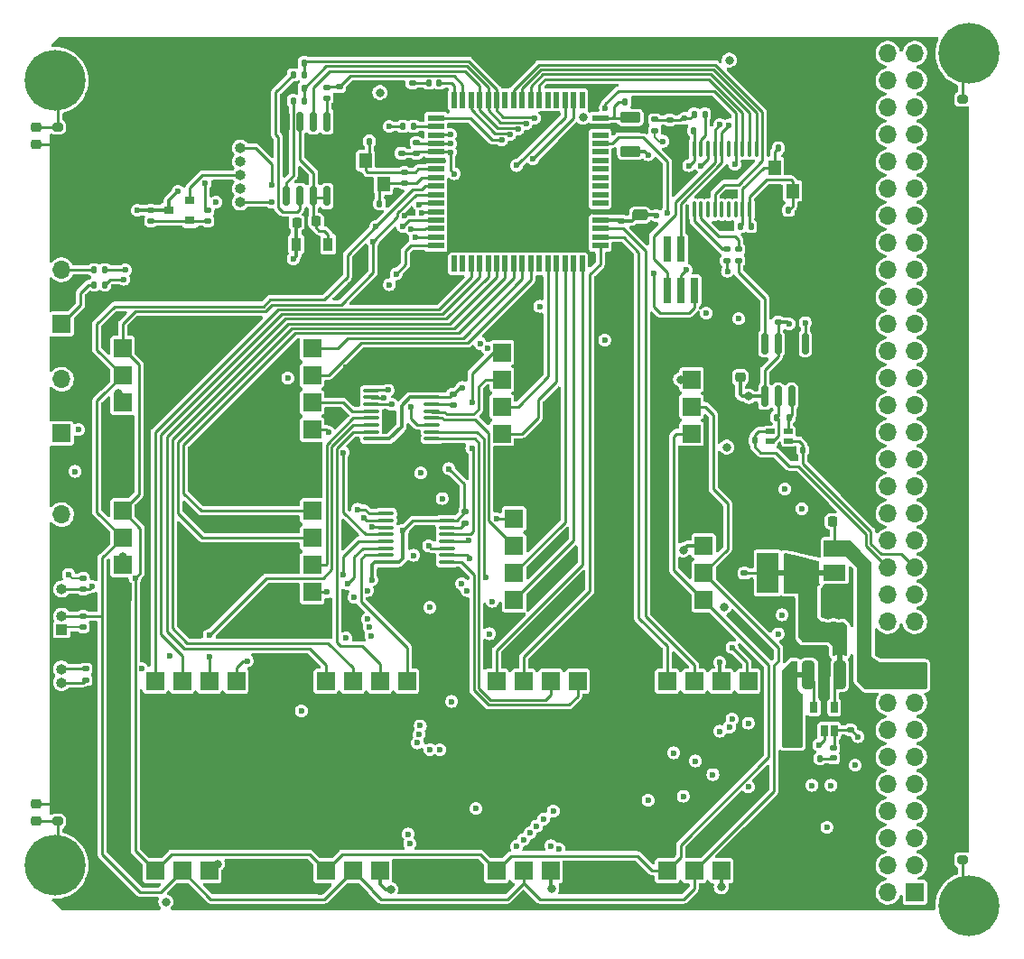
<source format=gbr>
%TF.GenerationSoftware,KiCad,Pcbnew,(6.0.0)*%
%TF.CreationDate,2022-01-29T18:53:07+09:00*%
%TF.ProjectId,ykts-payload,796b7473-2d70-4617-996c-6f61642e6b69,A4*%
%TF.SameCoordinates,Original*%
%TF.FileFunction,Copper,L1,Top*%
%TF.FilePolarity,Positive*%
%FSLAX46Y46*%
G04 Gerber Fmt 4.6, Leading zero omitted, Abs format (unit mm)*
G04 Created by KiCad (PCBNEW (6.0.0)) date 2022-01-29 18:53:07*
%MOMM*%
%LPD*%
G01*
G04 APERTURE LIST*
G04 Aperture macros list*
%AMRoundRect*
0 Rectangle with rounded corners*
0 $1 Rounding radius*
0 $2 $3 $4 $5 $6 $7 $8 $9 X,Y pos of 4 corners*
0 Add a 4 corners polygon primitive as box body*
4,1,4,$2,$3,$4,$5,$6,$7,$8,$9,$2,$3,0*
0 Add four circle primitives for the rounded corners*
1,1,$1+$1,$2,$3*
1,1,$1+$1,$4,$5*
1,1,$1+$1,$6,$7*
1,1,$1+$1,$8,$9*
0 Add four rect primitives between the rounded corners*
20,1,$1+$1,$2,$3,$4,$5,0*
20,1,$1+$1,$4,$5,$6,$7,0*
20,1,$1+$1,$6,$7,$8,$9,0*
20,1,$1+$1,$8,$9,$2,$3,0*%
%AMFreePoly0*
4,1,9,3.862500,-0.866500,0.737500,-0.866500,0.737500,-0.450000,-0.737500,-0.450000,-0.737500,0.450000,0.737500,0.450000,0.737500,0.866500,3.862500,0.866500,3.862500,-0.866500,3.862500,-0.866500,$1*%
G04 Aperture macros list end*
%TA.AperFunction,SMDPad,CuDef*%
%ADD10RoundRect,0.150000X-0.150000X0.800000X-0.150000X-0.800000X0.150000X-0.800000X0.150000X0.800000X0*%
%TD*%
%TA.AperFunction,ComponentPad*%
%ADD11C,5.700000*%
%TD*%
%TA.AperFunction,ComponentPad*%
%ADD12R,1.700000X1.700000*%
%TD*%
%TA.AperFunction,ComponentPad*%
%ADD13O,1.700000X1.700000*%
%TD*%
%TA.AperFunction,SMDPad,CuDef*%
%ADD14RoundRect,0.140000X0.170000X-0.140000X0.170000X0.140000X-0.170000X0.140000X-0.170000X-0.140000X0*%
%TD*%
%TA.AperFunction,SMDPad,CuDef*%
%ADD15RoundRect,0.140000X0.140000X0.170000X-0.140000X0.170000X-0.140000X-0.170000X0.140000X-0.170000X0*%
%TD*%
%TA.AperFunction,SMDPad,CuDef*%
%ADD16RoundRect,0.225000X0.250000X-0.225000X0.250000X0.225000X-0.250000X0.225000X-0.250000X-0.225000X0*%
%TD*%
%TA.AperFunction,SMDPad,CuDef*%
%ADD17RoundRect,0.140000X-0.140000X-0.170000X0.140000X-0.170000X0.140000X0.170000X-0.140000X0.170000X0*%
%TD*%
%TA.AperFunction,SMDPad,CuDef*%
%ADD18RoundRect,0.025500X-0.354500X0.229500X-0.354500X-0.229500X0.354500X-0.229500X0.354500X0.229500X0*%
%TD*%
%TA.AperFunction,ComponentPad*%
%ADD19C,4.400000*%
%TD*%
%TA.AperFunction,ComponentPad*%
%ADD20R,1.000000X1.000000*%
%TD*%
%TA.AperFunction,ComponentPad*%
%ADD21O,1.000000X1.000000*%
%TD*%
%TA.AperFunction,SMDPad,CuDef*%
%ADD22RoundRect,0.250000X0.700000X-0.275000X0.700000X0.275000X-0.700000X0.275000X-0.700000X-0.275000X0*%
%TD*%
%TA.AperFunction,SMDPad,CuDef*%
%ADD23RoundRect,0.135000X-0.185000X0.135000X-0.185000X-0.135000X0.185000X-0.135000X0.185000X0.135000X0*%
%TD*%
%TA.AperFunction,SMDPad,CuDef*%
%ADD24RoundRect,0.135000X0.185000X-0.135000X0.185000X0.135000X-0.185000X0.135000X-0.185000X-0.135000X0*%
%TD*%
%TA.AperFunction,SMDPad,CuDef*%
%ADD25RoundRect,0.135000X0.135000X0.185000X-0.135000X0.185000X-0.135000X-0.185000X0.135000X-0.185000X0*%
%TD*%
%TA.AperFunction,SMDPad,CuDef*%
%ADD26RoundRect,0.135000X-0.135000X-0.185000X0.135000X-0.185000X0.135000X0.185000X-0.135000X0.185000X0*%
%TD*%
%TA.AperFunction,SMDPad,CuDef*%
%ADD27RoundRect,0.100000X0.637500X0.100000X-0.637500X0.100000X-0.637500X-0.100000X0.637500X-0.100000X0*%
%TD*%
%TA.AperFunction,SMDPad,CuDef*%
%ADD28RoundRect,0.250000X0.475000X-0.250000X0.475000X0.250000X-0.475000X0.250000X-0.475000X-0.250000X0*%
%TD*%
%TA.AperFunction,SMDPad,CuDef*%
%ADD29RoundRect,0.140000X-0.170000X0.140000X-0.170000X-0.140000X0.170000X-0.140000X0.170000X0.140000X0*%
%TD*%
%TA.AperFunction,SMDPad,CuDef*%
%ADD30RoundRect,0.147500X-0.147500X-0.172500X0.147500X-0.172500X0.147500X0.172500X-0.147500X0.172500X0*%
%TD*%
%TA.AperFunction,SMDPad,CuDef*%
%ADD31R,0.550000X1.500000*%
%TD*%
%TA.AperFunction,SMDPad,CuDef*%
%ADD32R,1.500000X0.550000*%
%TD*%
%TA.AperFunction,SMDPad,CuDef*%
%ADD33R,1.200000X1.400000*%
%TD*%
%TA.AperFunction,SMDPad,CuDef*%
%ADD34R,1.700000X1.700000*%
%TD*%
%TA.AperFunction,SMDPad,CuDef*%
%ADD35RoundRect,0.100000X0.100000X-0.637500X0.100000X0.637500X-0.100000X0.637500X-0.100000X-0.637500X0*%
%TD*%
%TA.AperFunction,SMDPad,CuDef*%
%ADD36RoundRect,0.150000X-0.150000X0.825000X-0.150000X-0.825000X0.150000X-0.825000X0.150000X0.825000X0*%
%TD*%
%TA.AperFunction,SMDPad,CuDef*%
%ADD37R,0.740000X2.400000*%
%TD*%
%TA.AperFunction,SMDPad,CuDef*%
%ADD38R,0.900000X0.800000*%
%TD*%
%TA.AperFunction,SMDPad,CuDef*%
%ADD39RoundRect,0.250000X-0.312500X-1.075000X0.312500X-1.075000X0.312500X1.075000X-0.312500X1.075000X0*%
%TD*%
%TA.AperFunction,SMDPad,CuDef*%
%ADD40RoundRect,0.225000X0.225000X0.250000X-0.225000X0.250000X-0.225000X-0.250000X0.225000X-0.250000X0*%
%TD*%
%TA.AperFunction,SMDPad,CuDef*%
%ADD41RoundRect,0.200000X0.275000X-0.200000X0.275000X0.200000X-0.275000X0.200000X-0.275000X-0.200000X0*%
%TD*%
%TA.AperFunction,SMDPad,CuDef*%
%ADD42RoundRect,0.200000X-0.275000X0.200000X-0.275000X-0.200000X0.275000X-0.200000X0.275000X0.200000X0*%
%TD*%
%TA.AperFunction,SMDPad,CuDef*%
%ADD43RoundRect,0.225000X-0.225000X-0.250000X0.225000X-0.250000X0.225000X0.250000X-0.225000X0.250000X0*%
%TD*%
%TA.AperFunction,SMDPad,CuDef*%
%ADD44RoundRect,0.225000X-0.250000X0.225000X-0.250000X-0.225000X0.250000X-0.225000X0.250000X0.225000X0*%
%TD*%
%TA.AperFunction,SMDPad,CuDef*%
%ADD45R,2.000000X1.500000*%
%TD*%
%TA.AperFunction,SMDPad,CuDef*%
%ADD46R,2.000000X3.800000*%
%TD*%
%TA.AperFunction,SMDPad,CuDef*%
%ADD47R,0.900000X1.300000*%
%TD*%
%TA.AperFunction,SMDPad,CuDef*%
%ADD48FreePoly0,270.000000*%
%TD*%
%TA.AperFunction,SMDPad,CuDef*%
%ADD49RoundRect,0.147500X0.172500X-0.147500X0.172500X0.147500X-0.172500X0.147500X-0.172500X-0.147500X0*%
%TD*%
%TA.AperFunction,SMDPad,CuDef*%
%ADD50R,0.650000X1.060000*%
%TD*%
%TA.AperFunction,ViaPad*%
%ADD51C,0.600000*%
%TD*%
%TA.AperFunction,ViaPad*%
%ADD52C,0.800000*%
%TD*%
%TA.AperFunction,Conductor*%
%ADD53C,0.350000*%
%TD*%
%TA.AperFunction,Conductor*%
%ADD54C,0.250000*%
%TD*%
%TA.AperFunction,Conductor*%
%ADD55C,0.200000*%
%TD*%
G04 APERTURE END LIST*
D10*
%TO.P,U3,1,~{CS}*%
%TO.N,Net-(R22-Pad1)*%
X119507000Y-71176000D03*
%TO.P,U3,2,SO/IO1*%
%TO.N,/CANBUS Controller 0/MISO*%
X118237000Y-71176000D03*
%TO.P,U3,3,~{WP}*%
%TO.N,Net-(C8-Pad1)*%
X116967000Y-71176000D03*
%TO.P,U3,4,GND*%
%TO.N,GND*%
X115697000Y-71176000D03*
%TO.P,U3,5,SI/IO0*%
%TO.N,Net-(R21-Pad1)*%
X115697000Y-78176000D03*
%TO.P,U3,6,SCK*%
%TO.N,Net-(R20-Pad1)*%
X116967000Y-78176000D03*
%TO.P,U3,7,~{HOLD}*%
%TO.N,Net-(C8-Pad1)*%
X118237000Y-78176000D03*
%TO.P,U3,8,VCC*%
X119507000Y-78176000D03*
%TD*%
D11*
%TO.P,H1,1,1*%
%TO.N,Net-(C24-Pad2)*%
X179705000Y-144780000D03*
%TD*%
%TO.P,H2,1,1*%
%TO.N,Net-(C31-Pad2)*%
X179705000Y-64770000D03*
%TD*%
%TO.P,H3,1,1*%
%TO.N,Net-(C32-Pad2)*%
X93980000Y-67310000D03*
%TD*%
%TO.P,H4,1,1*%
%TO.N,Net-(C33-Pad2)*%
X93980000Y-140970000D03*
%TD*%
D12*
%TO.P,J3,1,Pin_1*%
%TO.N,unconnected-(J3-Pad1)*%
X174625000Y-143510000D03*
D13*
%TO.P,J3,2,Pin_2*%
%TO.N,unconnected-(J3-Pad2)*%
X172085000Y-143510000D03*
%TO.P,J3,3,Pin_3*%
%TO.N,unconnected-(J3-Pad3)*%
X174625000Y-140970000D03*
%TO.P,J3,4,Pin_4*%
%TO.N,unconnected-(J3-Pad4)*%
X172085000Y-140970000D03*
%TO.P,J3,5,Pin_5*%
%TO.N,unconnected-(J3-Pad5)*%
X174625000Y-138430000D03*
%TO.P,J3,6,Pin_6*%
%TO.N,unconnected-(J3-Pad6)*%
X172085000Y-138430000D03*
%TO.P,J3,7,Pin_7*%
%TO.N,unconnected-(J3-Pad7)*%
X174625000Y-135890000D03*
%TO.P,J3,8,Pin_8*%
%TO.N,unconnected-(J3-Pad8)*%
X172085000Y-135890000D03*
%TO.P,J3,9,Pin_9*%
%TO.N,unconnected-(J3-Pad9)*%
X174625000Y-133350000D03*
%TO.P,J3,10,Pin_10*%
%TO.N,unconnected-(J3-Pad10)*%
X172085000Y-133350000D03*
%TO.P,J3,11,Pin_11*%
%TO.N,unconnected-(J3-Pad11)*%
X174625000Y-130810000D03*
%TO.P,J3,12,Pin_12*%
%TO.N,unconnected-(J3-Pad12)*%
X172085000Y-130810000D03*
%TO.P,J3,13,Pin_13*%
%TO.N,unconnected-(J3-Pad13)*%
X174625000Y-128270000D03*
%TO.P,J3,14,Pin_14*%
%TO.N,unconnected-(J3-Pad14)*%
X172085000Y-128270000D03*
%TO.P,J3,15,Pin_15*%
%TO.N,unconnected-(J3-Pad15)*%
X174625000Y-125730000D03*
%TO.P,J3,16,Pin_16*%
%TO.N,unconnected-(J3-Pad16)*%
X172085000Y-125730000D03*
%TO.P,J3,17,Pin_17*%
%TO.N,/PCH4*%
X174625000Y-123190000D03*
%TO.P,J3,18,Pin_18*%
X172085000Y-123190000D03*
%TO.P,J3,19,Pin_19*%
%TO.N,GND*%
X174625000Y-120650000D03*
%TO.P,J3,20,Pin_20*%
X172085000Y-120650000D03*
%TO.P,J3,21,Pin_21*%
%TO.N,unconnected-(J3-Pad21)*%
X174625000Y-118110000D03*
%TO.P,J3,22,Pin_22*%
%TO.N,unconnected-(J3-Pad22)*%
X172085000Y-118110000D03*
%TO.P,J3,23,Pin_23*%
%TO.N,unconnected-(J3-Pad23)*%
X174625000Y-115570000D03*
%TO.P,J3,24,Pin_24*%
%TO.N,unconnected-(J3-Pad24)*%
X172085000Y-115570000D03*
%TO.P,J3,25,Pin_25*%
%TO.N,CANL*%
X174625000Y-113030000D03*
%TO.P,J3,26,Pin_26*%
%TO.N,CANH*%
X172085000Y-113030000D03*
%TO.P,J3,27,Pin_27*%
%TO.N,unconnected-(J3-Pad27)*%
X174625000Y-110490000D03*
%TO.P,J3,28,Pin_28*%
%TO.N,unconnected-(J3-Pad28)*%
X172085000Y-110490000D03*
%TO.P,J3,29,Pin_29*%
%TO.N,unconnected-(J3-Pad29)*%
X174625000Y-107950000D03*
%TO.P,J3,30,Pin_30*%
%TO.N,unconnected-(J3-Pad30)*%
X172085000Y-107950000D03*
%TO.P,J3,31,Pin_31*%
%TO.N,unconnected-(J3-Pad31)*%
X174625000Y-105410000D03*
%TO.P,J3,32,Pin_32*%
%TO.N,unconnected-(J3-Pad32)*%
X172085000Y-105410000D03*
%TO.P,J3,33,Pin_33*%
%TO.N,unconnected-(J3-Pad33)*%
X174625000Y-102870000D03*
%TO.P,J3,34,Pin_34*%
%TO.N,unconnected-(J3-Pad34)*%
X172085000Y-102870000D03*
%TO.P,J3,35,Pin_35*%
%TO.N,unconnected-(J3-Pad35)*%
X174625000Y-100330000D03*
%TO.P,J3,36,Pin_36*%
%TO.N,unconnected-(J3-Pad36)*%
X172085000Y-100330000D03*
%TO.P,J3,37,Pin_37*%
%TO.N,unconnected-(J3-Pad37)*%
X174625000Y-97790000D03*
%TO.P,J3,38,Pin_38*%
%TO.N,unconnected-(J3-Pad38)*%
X172085000Y-97790000D03*
%TO.P,J3,39,Pin_39*%
%TO.N,unconnected-(J3-Pad39)*%
X174625000Y-95250000D03*
%TO.P,J3,40,Pin_40*%
%TO.N,unconnected-(J3-Pad40)*%
X172085000Y-95250000D03*
%TO.P,J3,41,Pin_41*%
%TO.N,unconnected-(J3-Pad41)*%
X174625000Y-92710000D03*
%TO.P,J3,42,Pin_42*%
%TO.N,unconnected-(J3-Pad42)*%
X172085000Y-92710000D03*
%TO.P,J3,43,Pin_43*%
%TO.N,unconnected-(J3-Pad43)*%
X174625000Y-90170000D03*
%TO.P,J3,44,Pin_44*%
%TO.N,unconnected-(J3-Pad44)*%
X172085000Y-90170000D03*
%TO.P,J3,45,Pin_45*%
%TO.N,unconnected-(J3-Pad45)*%
X174625000Y-87630000D03*
%TO.P,J3,46,Pin_46*%
%TO.N,unconnected-(J3-Pad46)*%
X172085000Y-87630000D03*
%TO.P,J3,47,Pin_47*%
%TO.N,unconnected-(J3-Pad47)*%
X174625000Y-85090000D03*
%TO.P,J3,48,Pin_48*%
%TO.N,unconnected-(J3-Pad48)*%
X172085000Y-85090000D03*
%TO.P,J3,49,Pin_49*%
%TO.N,unconnected-(J3-Pad49)*%
X174625000Y-82550000D03*
%TO.P,J3,50,Pin_50*%
%TO.N,unconnected-(J3-Pad50)*%
X172085000Y-82550000D03*
%TO.P,J3,51,Pin_51*%
%TO.N,unconnected-(J3-Pad51)*%
X174625000Y-80010000D03*
%TO.P,J3,52,Pin_52*%
%TO.N,unconnected-(J3-Pad52)*%
X172085000Y-80010000D03*
%TO.P,J3,53,Pin_53*%
%TO.N,unconnected-(J3-Pad53)*%
X174625000Y-77470000D03*
%TO.P,J3,54,Pin_54*%
%TO.N,unconnected-(J3-Pad54)*%
X172085000Y-77470000D03*
%TO.P,J3,55,Pin_55*%
%TO.N,unconnected-(J3-Pad55)*%
X174625000Y-74930000D03*
%TO.P,J3,56,Pin_56*%
%TO.N,unconnected-(J3-Pad56)*%
X172085000Y-74930000D03*
%TO.P,J3,57,Pin_57*%
%TO.N,unconnected-(J3-Pad57)*%
X174625000Y-72390000D03*
%TO.P,J3,58,Pin_58*%
%TO.N,unconnected-(J3-Pad58)*%
X172085000Y-72390000D03*
%TO.P,J3,59,Pin_59*%
%TO.N,unconnected-(J3-Pad59)*%
X174625000Y-69850000D03*
%TO.P,J3,60,Pin_60*%
%TO.N,unconnected-(J3-Pad60)*%
X172085000Y-69850000D03*
%TO.P,J3,61,Pin_61*%
%TO.N,/CH_A*%
X174625000Y-67310000D03*
%TO.P,J3,62,Pin_62*%
%TO.N,/CH_B*%
X172085000Y-67310000D03*
%TO.P,J3,63,Pin_63*%
%TO.N,unconnected-(J3-Pad63)*%
X174625000Y-64770000D03*
%TO.P,J3,64,Pin_64*%
%TO.N,unconnected-(J3-Pad64)*%
X172085000Y-64770000D03*
%TD*%
D12*
%TO.P,J7,1,Pin_1*%
%TO.N,Net-(J7-Pad1)*%
X94615000Y-90170000D03*
D13*
%TO.P,J7,2,Pin_2*%
%TO.N,GND*%
X94615000Y-87630000D03*
%TO.P,J7,3,Pin_3*%
%TO.N,Net-(J7-Pad3)*%
X94615000Y-85090000D03*
%TD*%
D14*
%TO.P,C3,1*%
%TO.N,+5V*%
X126492000Y-74140000D03*
%TO.P,C3,2*%
%TO.N,GND*%
X126492000Y-73180000D03*
%TD*%
%TO.P,C4,1*%
%TO.N,+5V*%
X147066000Y-80490000D03*
%TO.P,C4,2*%
%TO.N,GND*%
X147066000Y-79530000D03*
%TD*%
D15*
%TO.P,C11,1*%
%TO.N,Net-(C11-Pad1)*%
X162786000Y-79502000D03*
%TO.P,C11,2*%
%TO.N,GND*%
X161826000Y-79502000D03*
%TD*%
D16*
%TO.P,C13,1*%
%TO.N,+5V*%
X158242000Y-95183000D03*
%TO.P,C13,2*%
%TO.N,GND*%
X158242000Y-93633000D03*
%TD*%
D17*
%TO.P,CH1,1*%
%TO.N,Net-(CH1-Pad1)*%
X162842000Y-98933000D03*
%TO.P,CH1,2*%
%TO.N,GND*%
X163802000Y-98933000D03*
%TD*%
D15*
%TO.P,CL1,1*%
%TO.N,Net-(CL1-Pad1)*%
X161643000Y-98933000D03*
%TO.P,CL1,2*%
%TO.N,GND*%
X160683000Y-98933000D03*
%TD*%
D18*
%TO.P,FL1,1,1*%
%TO.N,Net-(CH1-Pad1)*%
X162760000Y-100276000D03*
%TO.P,FL1,2,2*%
%TO.N,CANH*%
X161090000Y-100276000D03*
%TO.P,FL1,3,3*%
%TO.N,Net-(CL1-Pad1)*%
X161090000Y-101146000D03*
%TO.P,FL1,4,4*%
%TO.N,CANL*%
X162760000Y-101146000D03*
%TD*%
D14*
%TO.P,C15,1*%
%TO.N,+5V*%
X161798000Y-90015000D03*
%TO.P,C15,2*%
%TO.N,GND*%
X161798000Y-89055000D03*
%TD*%
D19*
%TO.P,H5,1,1*%
%TO.N,GND*%
X111379000Y-85471000D03*
%TD*%
%TO.P,H6,1,1*%
%TO.N,GND*%
X111379000Y-67056000D03*
%TD*%
%TO.P,H7,1,1*%
%TO.N,GND*%
X166116000Y-67056000D03*
%TD*%
%TO.P,H8,1,1*%
%TO.N,GND*%
X166116000Y-85471000D03*
%TD*%
D20*
%TO.P,J2,1,Pin_1*%
%TO.N,GND*%
X111379000Y-80010000D03*
D21*
%TO.P,J2,2,Pin_2*%
%TO.N,/SDA*%
X111379000Y-78740000D03*
%TO.P,J2,3,Pin_3*%
%TO.N,unconnected-(J2-Pad3)*%
X111379000Y-77470000D03*
%TO.P,J2,4,Pin_4*%
%TO.N,+5V_GEIGER*%
X111379000Y-76200000D03*
%TO.P,J2,5,Pin_5*%
%TO.N,/GEIGER_EN*%
X111379000Y-74930000D03*
%TO.P,J2,6,Pin_6*%
%TO.N,/SCL*%
X111379000Y-73660000D03*
%TO.P,J2,7,Pin_7*%
%TO.N,GND*%
X111379000Y-72390000D03*
%TD*%
D20*
%TO.P,J5,1,Pin_1*%
%TO.N,+5V*%
X94615000Y-118867000D03*
D21*
%TO.P,J5,2,Pin_2*%
%TO.N,/SCL*%
X94615000Y-117597000D03*
%TO.P,J5,3,Pin_3*%
%TO.N,GND*%
X94615000Y-116327000D03*
%TO.P,J5,4,Pin_4*%
%TO.N,/SDA*%
X94615000Y-115057000D03*
%TD*%
D22*
%TO.P,L1,1*%
%TO.N,+5V*%
X147955000Y-73965000D03*
%TO.P,L1,2*%
%TO.N,Net-(C5-Pad1)*%
X147955000Y-70815000D03*
%TD*%
D23*
%TO.P,R11,1*%
%TO.N,Net-(J6-Pad5)*%
X127889000Y-73150000D03*
%TO.P,R11,2*%
%TO.N,+5V*%
X127889000Y-74170000D03*
%TD*%
D24*
%TO.P,R12,1*%
%TO.N,Net-(C1-Pad1)*%
X126746000Y-76964000D03*
%TO.P,R12,2*%
%TO.N,Net-(C2-Pad1)*%
X126746000Y-75944000D03*
%TD*%
D25*
%TO.P,R13,1*%
%TO.N,Net-(R13-Pad1)*%
X127637000Y-71628000D03*
%TO.P,R13,2*%
%TO.N,/GEIGER_EN*%
X126617000Y-71628000D03*
%TD*%
D24*
%TO.P,R16,1*%
%TO.N,GND*%
X127508000Y-68582000D03*
%TO.P,R16,2*%
%TO.N,Net-(D2-Pad1)*%
X127508000Y-67562000D03*
%TD*%
D23*
%TO.P,R27,1*%
%TO.N,+5V*%
X132461000Y-107821000D03*
%TO.P,R27,2*%
%TO.N,Net-(R27-Pad2)*%
X132461000Y-108841000D03*
%TD*%
D25*
%TO.P,R28,1*%
%TO.N,Net-(C11-Pad1)*%
X159260000Y-81026000D03*
%TO.P,R28,2*%
%TO.N,Net-(C10-Pad1)*%
X158240000Y-81026000D03*
%TD*%
D26*
%TO.P,R29,1*%
%TO.N,/CANBUS Controller 0/MCP_RESET*%
X153922000Y-70485000D03*
%TO.P,R29,2*%
%TO.N,Net-(R29-Pad2)*%
X154942000Y-70485000D03*
%TD*%
D24*
%TO.P,R30,1*%
%TO.N,+5V*%
X150241000Y-72011000D03*
%TO.P,R30,2*%
%TO.N,/CANBUS Controller 0/MCP_RESET*%
X150241000Y-70991000D03*
%TD*%
D27*
%TO.P,U5,1,A4*%
%TO.N,/N7_RX*%
X129354500Y-100954000D03*
%TO.P,U5,2,A6*%
%TO.N,/N5_RX*%
X129354500Y-100304000D03*
%TO.P,U5,3,A*%
%TO.N,/Node RX MUX 0/IN*%
X129354500Y-99654000D03*
%TO.P,U5,4,A7*%
%TO.N,/N3_RX*%
X129354500Y-99004000D03*
%TO.P,U5,5,A5*%
%TO.N,/N2_RX*%
X129354500Y-98354000D03*
%TO.P,U5,6,~{E}*%
%TO.N,Net-(R26-Pad2)*%
X129354500Y-97704000D03*
%TO.P,U5,7,VEE*%
%TO.N,+5V*%
X129354500Y-97054000D03*
%TO.P,U5,8,GND*%
%TO.N,GND*%
X129354500Y-96404000D03*
%TO.P,U5,9,S2*%
%TO.N,/Node RX MUX 0/A2*%
X123629500Y-96404000D03*
%TO.P,U5,10,S1*%
%TO.N,/Node RX MUX 0/A1*%
X123629500Y-97054000D03*
%TO.P,U5,11,S0*%
%TO.N,/Node RX MUX 0/A0*%
X123629500Y-97704000D03*
%TO.P,U5,12,A3*%
%TO.N,/N1_RX*%
X123629500Y-98354000D03*
%TO.P,U5,13,A0*%
%TO.N,/N0_RX*%
X123629500Y-99004000D03*
%TO.P,U5,14,A1*%
%TO.N,/N4_RX*%
X123629500Y-99654000D03*
%TO.P,U5,15,A2*%
%TO.N,/N6_RX*%
X123629500Y-100304000D03*
%TO.P,U5,16,VCC*%
%TO.N,+5V*%
X123629500Y-100954000D03*
%TD*%
D17*
%TO.P,C2,1*%
%TO.N,Net-(C2-Pad1)*%
X123472000Y-73025000D03*
%TO.P,C2,2*%
%TO.N,GND*%
X124432000Y-73025000D03*
%TD*%
%TO.P,C5,1*%
%TO.N,Net-(C5-Pad1)*%
X147475000Y-69342000D03*
%TO.P,C5,2*%
%TO.N,GND*%
X148435000Y-69342000D03*
%TD*%
D28*
%TO.P,C6,1*%
%TO.N,+5V*%
X148844000Y-79944000D03*
%TO.P,C6,2*%
%TO.N,GND*%
X148844000Y-78044000D03*
%TD*%
D17*
%TO.P,C10,1*%
%TO.N,Net-(C10-Pad1)*%
X161826000Y-73660000D03*
%TO.P,C10,2*%
%TO.N,GND*%
X162786000Y-73660000D03*
%TD*%
D15*
%TO.P,C12,1*%
%TO.N,+5V*%
X153896000Y-72009000D03*
%TO.P,C12,2*%
%TO.N,GND*%
X152936000Y-72009000D03*
%TD*%
D29*
%TO.P,C14,1*%
%TO.N,/CANBUS Controller 0/MCP_RESET*%
X151638000Y-71021000D03*
%TO.P,C14,2*%
%TO.N,GND*%
X151638000Y-71981000D03*
%TD*%
D15*
%TO.P,CH2,1*%
%TO.N,CANH*%
X159611000Y-101092000D03*
%TO.P,CH2,2*%
%TO.N,GND*%
X158651000Y-101092000D03*
%TD*%
D17*
%TO.P,CL2,1*%
%TO.N,CANL*%
X164112000Y-101981000D03*
%TO.P,CL2,2*%
%TO.N,GND*%
X165072000Y-101981000D03*
%TD*%
D30*
%TO.P,D2,1,K*%
%TO.N,Net-(D2-Pad1)*%
X129055000Y-67564000D03*
%TO.P,D2,2,A*%
%TO.N,Net-(D2-Pad2)*%
X130025000Y-67564000D03*
%TD*%
D31*
%TO.P,U1,1,~{PEN}*%
%TO.N,unconnected-(U1-Pad1)*%
X143414000Y-69135000D03*
%TO.P,U1,2,PE0*%
%TO.N,Net-(R14-Pad2)*%
X142614000Y-69135000D03*
%TO.P,U1,3,PE1*%
%TO.N,Net-(R15-Pad1)*%
X141814000Y-69135000D03*
%TO.P,U1,4,PE2*%
%TO.N,unconnected-(U1-Pad4)*%
X141014000Y-69135000D03*
%TO.P,U1,5,PE3*%
%TO.N,unconnected-(U1-Pad5)*%
X140214000Y-69135000D03*
%TO.P,U1,6,PE4*%
%TO.N,/CANBUS Controller 0/MCP_INT*%
X139414000Y-69135000D03*
%TO.P,U1,7,PE5*%
%TO.N,/CANBUS Controller 0/MCP_RX0BF*%
X138614000Y-69135000D03*
%TO.P,U1,8,PE6*%
%TO.N,/CANBUS Controller 0/MCP_RX1BF*%
X137814000Y-69135000D03*
%TO.P,U1,9,PE7*%
%TO.N,/CANBUS Controller 0/MCP_TX0RTS*%
X137014000Y-69135000D03*
%TO.P,U1,10,PB0*%
%TO.N,unconnected-(U1-Pad10)*%
X136214000Y-69135000D03*
%TO.P,U1,11,PB1*%
%TO.N,/CANBUS Controller 0/SCK*%
X135414000Y-69135000D03*
%TO.P,U1,12,PB2*%
%TO.N,/CANBUS Controller 0/MOSI*%
X134614000Y-69135000D03*
%TO.P,U1,13,PB3*%
%TO.N,/CANBUS Controller 0/MISO*%
X133814000Y-69135000D03*
%TO.P,U1,14,PB4*%
%TO.N,/CANBUS Controller 0/CS*%
X133014000Y-69135000D03*
%TO.P,U1,15,PB5*%
%TO.N,/Payload Supervisor 0/SD_CS*%
X132214000Y-69135000D03*
%TO.P,U1,16,PB6*%
%TO.N,Net-(D2-Pad2)*%
X131414000Y-69135000D03*
D32*
%TO.P,U1,17,PB7*%
%TO.N,/CANBUS Controller 0/MCP_RESET*%
X129714000Y-70835000D03*
%TO.P,U1,18,PG3*%
%TO.N,Net-(R13-Pad1)*%
X129714000Y-71635000D03*
%TO.P,U1,19,PG4*%
%TO.N,/GEIGER_FET*%
X129714000Y-72435000D03*
%TO.P,U1,20,~{RESET}*%
%TO.N,Net-(J6-Pad5)*%
X129714000Y-73235000D03*
%TO.P,U1,21,VCC*%
%TO.N,+5V*%
X129714000Y-74035000D03*
%TO.P,U1,22,GND*%
%TO.N,GND*%
X129714000Y-74835000D03*
%TO.P,U1,23,XTAL2*%
%TO.N,Net-(C2-Pad1)*%
X129714000Y-75635000D03*
%TO.P,U1,24,XTAL1*%
%TO.N,Net-(C1-Pad1)*%
X129714000Y-76435000D03*
%TO.P,U1,25,PD0*%
%TO.N,/SCL*%
X129714000Y-77235000D03*
%TO.P,U1,26,PD1*%
%TO.N,/SDA*%
X129714000Y-78035000D03*
%TO.P,U1,27,PD2*%
%TO.N,/Node TX MUX 0/IN*%
X129714000Y-78835000D03*
%TO.P,U1,28,PD3*%
%TO.N,/Node RX MUX 0/IN*%
X129714000Y-79635000D03*
%TO.P,U1,29,PD4*%
%TO.N,/Node RX MUX 0/A2*%
X129714000Y-80435000D03*
%TO.P,U1,30,PD5*%
%TO.N,/Node RX MUX 0/A1*%
X129714000Y-81235000D03*
%TO.P,U1,31,PD6*%
%TO.N,/Node RX MUX 0/A0*%
X129714000Y-82035000D03*
%TO.P,U1,32,PD7*%
%TO.N,/1WIRE*%
X129714000Y-82835000D03*
D31*
%TO.P,U1,33,PG0*%
%TO.N,unconnected-(U1-Pad33)*%
X131414000Y-84535000D03*
%TO.P,U1,34,PG1*%
%TO.N,unconnected-(U1-Pad34)*%
X132214000Y-84535000D03*
%TO.P,U1,35,PC0*%
%TO.N,/N4_PWR*%
X133014000Y-84535000D03*
%TO.P,U1,36,PC1*%
%TO.N,/N4_RST*%
X133814000Y-84535000D03*
%TO.P,U1,37,PC2*%
%TO.N,/N6_PWR*%
X134614000Y-84535000D03*
%TO.P,U1,38,PC3*%
%TO.N,/N6_RST*%
X135414000Y-84535000D03*
%TO.P,U1,39,PC4*%
%TO.N,/N0_RST*%
X136214000Y-84535000D03*
%TO.P,U1,40,PC5*%
%TO.N,/N0_PWR*%
X137014000Y-84535000D03*
%TO.P,U1,41,PC6*%
%TO.N,/N1_PWR*%
X137814000Y-84535000D03*
%TO.P,U1,42,PC7*%
%TO.N,/N1_RST*%
X138614000Y-84535000D03*
%TO.P,U1,43,PG2*%
%TO.N,unconnected-(U1-Pad43)*%
X139414000Y-84535000D03*
%TO.P,U1,44,PA7*%
%TO.N,/N2_RST*%
X140214000Y-84535000D03*
%TO.P,U1,45,PA6*%
%TO.N,/N2_PWR*%
X141014000Y-84535000D03*
%TO.P,U1,46,PA5*%
%TO.N,/N3_RST*%
X141814000Y-84535000D03*
%TO.P,U1,47,PA4*%
%TO.N,/N3_PWR*%
X142614000Y-84535000D03*
%TO.P,U1,48,PA3*%
%TO.N,/N7_PWR*%
X143414000Y-84535000D03*
D32*
%TO.P,U1,49,PA2*%
%TO.N,/N7_RST*%
X145114000Y-82835000D03*
%TO.P,U1,50,PA1*%
%TO.N,/N5_PWR*%
X145114000Y-82035000D03*
%TO.P,U1,51,PA0*%
%TO.N,/N5_RST*%
X145114000Y-81235000D03*
%TO.P,U1,52,VCC*%
%TO.N,+5V*%
X145114000Y-80435000D03*
%TO.P,U1,53,GND*%
%TO.N,GND*%
X145114000Y-79635000D03*
%TO.P,U1,54,PF7*%
%TO.N,/Payload Supervisor 0/S0_JTAG_TDI*%
X145114000Y-78835000D03*
%TO.P,U1,55,PF6*%
%TO.N,/Payload Supervisor 0/S0_JTAG_TDO*%
X145114000Y-78035000D03*
%TO.P,U1,56,PF5*%
%TO.N,/Payload Supervisor 0/S0_JTAG_TMS*%
X145114000Y-77235000D03*
%TO.P,U1,57,PF4*%
%TO.N,/Payload Supervisor 0/S0_JTAG_TCK*%
X145114000Y-76435000D03*
%TO.P,U1,58,PF3*%
%TO.N,unconnected-(U1-Pad58)*%
X145114000Y-75635000D03*
%TO.P,U1,59,PF2*%
%TO.N,unconnected-(U1-Pad59)*%
X145114000Y-74835000D03*
%TO.P,U1,60,PF1*%
%TO.N,unconnected-(U1-Pad60)*%
X145114000Y-74035000D03*
%TO.P,U1,61,PF0*%
%TO.N,/CSENSE*%
X145114000Y-73235000D03*
%TO.P,U1,62,AREF*%
%TO.N,unconnected-(U1-Pad62)*%
X145114000Y-72435000D03*
%TO.P,U1,63,GND*%
%TO.N,GND*%
X145114000Y-71635000D03*
%TO.P,U1,64,AVCC*%
%TO.N,Net-(C5-Pad1)*%
X145114000Y-70835000D03*
%TD*%
D33*
%TO.P,Y2,1,1*%
%TO.N,Net-(C11-Pad1)*%
X163156000Y-77681000D03*
%TO.P,Y2,2,2*%
%TO.N,GND*%
X163156000Y-75481000D03*
%TO.P,Y2,3,3*%
%TO.N,Net-(C10-Pad1)*%
X161456000Y-75481000D03*
%TO.P,Y2,4,4*%
%TO.N,GND*%
X161456000Y-77681000D03*
%TD*%
D34*
%TO.P,N1,1,PWEN*%
%TO.N,/N0_PWR*%
X118110000Y-107696000D03*
%TO.P,N1,2,~{RST}*%
%TO.N,/N0_RST*%
X118110000Y-110236000D03*
%TO.P,N1,3,RX*%
%TO.N,/N0_RX*%
X118110000Y-112776000D03*
%TO.P,N1,4,TX*%
%TO.N,/N0_TX*%
X118110000Y-115316000D03*
%TO.P,N1,5,SDA*%
%TO.N,/SDA*%
X100330000Y-107696000D03*
%TO.P,N1,6,SCL*%
%TO.N,/SCL*%
X100330000Y-110236000D03*
%TO.P,N1,7,VCC*%
%TO.N,+5V*%
X100330000Y-112776000D03*
%TO.P,N1,8,GND*%
%TO.N,GND*%
X100330000Y-115316000D03*
%TD*%
%TO.P,N2,1,PWEN*%
%TO.N,/N1_PWR*%
X118110000Y-92456000D03*
%TO.P,N2,2,~{RST}*%
%TO.N,/N1_RST*%
X118110000Y-94996000D03*
%TO.P,N2,3,RX*%
%TO.N,/N1_RX*%
X118110000Y-97536000D03*
%TO.P,N2,4,TX*%
%TO.N,/N1_TX*%
X118110000Y-100076000D03*
%TO.P,N2,5,SDA*%
%TO.N,/SDA*%
X100330000Y-92456000D03*
%TO.P,N2,6,SCL*%
%TO.N,/SCL*%
X100330000Y-94996000D03*
%TO.P,N2,7,VCC*%
%TO.N,+5V*%
X100330000Y-97536000D03*
%TO.P,N2,8,GND*%
%TO.N,GND*%
X100330000Y-100076000D03*
%TD*%
%TO.P,N3,1,PWEN*%
%TO.N,/N2_PWR*%
X135890000Y-100457000D03*
%TO.P,N3,2,~{RST}*%
%TO.N,/N2_RST*%
X135890000Y-97917000D03*
%TO.P,N3,3,RX*%
%TO.N,/N2_RX*%
X135890000Y-95377000D03*
%TO.P,N3,4,TX*%
%TO.N,/N2_TX*%
X135890000Y-92837000D03*
%TO.P,N3,5,SDA*%
%TO.N,/SDA*%
X153670000Y-100457000D03*
%TO.P,N3,6,SCL*%
%TO.N,/SCL*%
X153670000Y-97917000D03*
%TO.P,N3,7,VCC*%
%TO.N,+5V*%
X153670000Y-95377000D03*
%TO.P,N3,8,GND*%
%TO.N,GND*%
X153670000Y-92837000D03*
%TD*%
%TO.P,N4,1,PWEN*%
%TO.N,/N3_PWR*%
X137033000Y-116078000D03*
%TO.P,N4,2,~{RST}*%
%TO.N,/N3_RST*%
X137033000Y-113538000D03*
%TO.P,N4,3,RX*%
%TO.N,/N3_RX*%
X137033000Y-110998000D03*
%TO.P,N4,4,TX*%
%TO.N,/N3_TX*%
X137033000Y-108458000D03*
%TO.P,N4,5,SDA*%
%TO.N,/SDA*%
X154813000Y-116078000D03*
%TO.P,N4,6,SCL*%
%TO.N,/SCL*%
X154813000Y-113538000D03*
%TO.P,N4,7,VCC*%
%TO.N,+5V*%
X154813000Y-110998000D03*
%TO.P,N4,8,GND*%
%TO.N,GND*%
X154813000Y-108458000D03*
%TD*%
%TO.P,N5,1,PWEN*%
%TO.N,/N4_PWR*%
X103378000Y-123698000D03*
%TO.P,N5,2,~{RST}*%
%TO.N,/N4_RST*%
X105918000Y-123698000D03*
%TO.P,N5,3,RX*%
%TO.N,/N4_RX*%
X108458000Y-123698000D03*
%TO.P,N5,4,TX*%
%TO.N,/N4_TX*%
X110998000Y-123698000D03*
%TO.P,N5,5,SDA*%
%TO.N,/SDA*%
X103378000Y-141478000D03*
%TO.P,N5,6,SCL*%
%TO.N,/SCL*%
X105918000Y-141478000D03*
%TO.P,N5,7,VCC*%
%TO.N,+5V*%
X108458000Y-141478000D03*
%TO.P,N5,8,GND*%
%TO.N,GND*%
X110998000Y-141478000D03*
%TD*%
%TO.P,N6,1,PWEN*%
%TO.N,/N5_PWR*%
X151384000Y-123698000D03*
%TO.P,N6,2,~{RST}*%
%TO.N,/N5_RST*%
X153924000Y-123698000D03*
%TO.P,N6,3,RX*%
%TO.N,/N5_RX*%
X156464000Y-123698000D03*
%TO.P,N6,4,TX*%
%TO.N,/N5_TX*%
X159004000Y-123698000D03*
%TO.P,N6,5,SDA*%
%TO.N,/SDA*%
X151384000Y-141478000D03*
%TO.P,N6,6,SCL*%
%TO.N,/SCL*%
X153924000Y-141478000D03*
%TO.P,N6,7,VCC*%
%TO.N,+5V*%
X156464000Y-141478000D03*
%TO.P,N6,8,GND*%
%TO.N,GND*%
X159004000Y-141478000D03*
%TD*%
%TO.P,N7,1,PWEN*%
%TO.N,/N6_PWR*%
X119380000Y-123698000D03*
%TO.P,N7,2,~{RST}*%
%TO.N,/N6_RST*%
X121920000Y-123698000D03*
%TO.P,N7,3,RX*%
%TO.N,/N6_RX*%
X124460000Y-123698000D03*
%TO.P,N7,4,TX*%
%TO.N,/N6_TX*%
X127000000Y-123698000D03*
%TO.P,N7,5,SDA*%
%TO.N,/SDA*%
X119380000Y-141478000D03*
%TO.P,N7,6,SCL*%
%TO.N,/SCL*%
X121920000Y-141478000D03*
%TO.P,N7,7,VCC*%
%TO.N,+5V*%
X124460000Y-141478000D03*
%TO.P,N7,8,GND*%
%TO.N,GND*%
X127000000Y-141478000D03*
%TD*%
%TO.P,N8,1,PWEN*%
%TO.N,/N7_PWR*%
X135382000Y-123698000D03*
%TO.P,N8,2,~{RST}*%
%TO.N,/N7_RST*%
X137922000Y-123698000D03*
%TO.P,N8,3,RX*%
%TO.N,/N7_RX*%
X140462000Y-123698000D03*
%TO.P,N8,4,TX*%
%TO.N,/N7_TX*%
X143002000Y-123698000D03*
%TO.P,N8,5,SDA*%
%TO.N,/SDA*%
X135382000Y-141478000D03*
%TO.P,N8,6,SCL*%
%TO.N,/SCL*%
X137922000Y-141478000D03*
%TO.P,N8,7,VCC*%
%TO.N,+5V*%
X140462000Y-141478000D03*
%TO.P,N8,8,GND*%
%TO.N,GND*%
X143002000Y-141478000D03*
%TD*%
D27*
%TO.P,U6,1,A4*%
%TO.N,/N7_TX*%
X130751500Y-112511000D03*
%TO.P,U6,2,A6*%
%TO.N,/N5_TX*%
X130751500Y-111861000D03*
%TO.P,U6,3,A*%
%TO.N,/Node TX MUX 0/IN*%
X130751500Y-111211000D03*
%TO.P,U6,4,A7*%
%TO.N,/N3_TX*%
X130751500Y-110561000D03*
%TO.P,U6,5,A5*%
%TO.N,/N2_TX*%
X130751500Y-109911000D03*
%TO.P,U6,6,~{E}*%
%TO.N,Net-(R27-Pad2)*%
X130751500Y-109261000D03*
%TO.P,U6,7,VEE*%
%TO.N,+5V*%
X130751500Y-108611000D03*
%TO.P,U6,8,GND*%
%TO.N,GND*%
X130751500Y-107961000D03*
%TO.P,U6,9,S2*%
%TO.N,/Node RX MUX 0/A2*%
X125026500Y-107961000D03*
%TO.P,U6,10,S1*%
%TO.N,/Node RX MUX 0/A1*%
X125026500Y-108611000D03*
%TO.P,U6,11,S0*%
%TO.N,/Node RX MUX 0/A0*%
X125026500Y-109261000D03*
%TO.P,U6,12,A3*%
%TO.N,/N1_TX*%
X125026500Y-109911000D03*
%TO.P,U6,13,A0*%
%TO.N,/N0_TX*%
X125026500Y-110561000D03*
%TO.P,U6,14,A1*%
%TO.N,/N4_TX*%
X125026500Y-111211000D03*
%TO.P,U6,15,A2*%
%TO.N,/N6_TX*%
X125026500Y-111861000D03*
%TO.P,U6,16,VCC*%
%TO.N,+5V*%
X125026500Y-112511000D03*
%TD*%
D35*
%TO.P,U7,1,TXCAN*%
%TO.N,Net-(R5-Pad1)*%
X153920000Y-79443500D03*
%TO.P,U7,2,RXCAN*%
%TO.N,Net-(R24-Pad2)*%
X154570000Y-79443500D03*
%TO.P,U7,3,CLKOUT/SOF*%
%TO.N,unconnected-(U7-Pad3)*%
X155220000Y-79443500D03*
%TO.P,U7,4,~{TX0RTS}*%
%TO.N,/CANBUS Controller 0/MCP_TX0RTS*%
X155870000Y-79443500D03*
%TO.P,U7,5,~{TX1RTS}*%
%TO.N,unconnected-(U7-Pad5)*%
X156520000Y-79443500D03*
%TO.P,U7,6,NC*%
%TO.N,unconnected-(U7-Pad6)*%
X157170000Y-79443500D03*
%TO.P,U7,7,~{TX2RTS}*%
%TO.N,unconnected-(U7-Pad7)*%
X157820000Y-79443500D03*
%TO.P,U7,8,OSC2*%
%TO.N,Net-(C10-Pad1)*%
X158470000Y-79443500D03*
%TO.P,U7,9,OSC1*%
%TO.N,Net-(C11-Pad1)*%
X159120000Y-79443500D03*
%TO.P,U7,10,VSS*%
%TO.N,GND*%
X159770000Y-79443500D03*
%TO.P,U7,11,~{RX1BF}*%
%TO.N,/CANBUS Controller 0/MCP_RX1BF*%
X159770000Y-73718500D03*
%TO.P,U7,12,~{RX0BF}*%
%TO.N,/CANBUS Controller 0/MCP_RX0BF*%
X159120000Y-73718500D03*
%TO.P,U7,13,~{INT}*%
%TO.N,/CANBUS Controller 0/MCP_INT*%
X158470000Y-73718500D03*
%TO.P,U7,14,SCK*%
%TO.N,/CANBUS Controller 0/SCK*%
X157820000Y-73718500D03*
%TO.P,U7,15,NC*%
%TO.N,unconnected-(U7-Pad15)*%
X157170000Y-73718500D03*
%TO.P,U7,16,SI*%
%TO.N,/CANBUS Controller 0/MOSI*%
X156520000Y-73718500D03*
%TO.P,U7,17,SO*%
%TO.N,/CANBUS Controller 0/MISO*%
X155870000Y-73718500D03*
%TO.P,U7,18,~{CS}*%
%TO.N,/CANBUS Controller 0/CS*%
X155220000Y-73718500D03*
%TO.P,U7,19,~{RESET}*%
%TO.N,Net-(R29-Pad2)*%
X154570000Y-73718500D03*
%TO.P,U7,20,VDD*%
%TO.N,+5V*%
X153920000Y-73718500D03*
%TD*%
D36*
%TO.P,U8,1,TXD*%
%TO.N,Net-(R5-Pad2)*%
X164338000Y-92013000D03*
%TO.P,U8,2,VSS*%
%TO.N,GND*%
X163068000Y-92013000D03*
%TO.P,U8,3,VDD*%
%TO.N,+5V*%
X161798000Y-92013000D03*
%TO.P,U8,4,RXD*%
%TO.N,Net-(R24-Pad1)*%
X160528000Y-92013000D03*
%TO.P,U8,5,Vref*%
%TO.N,+5V*%
X160528000Y-96963000D03*
%TO.P,U8,6,CANL*%
%TO.N,Net-(CL1-Pad1)*%
X161798000Y-96963000D03*
%TO.P,U8,7,CANH*%
%TO.N,Net-(CH1-Pad1)*%
X163068000Y-96963000D03*
%TO.P,U8,8,Rs*%
%TO.N,GND*%
X164338000Y-96963000D03*
%TD*%
D15*
%TO.P,C1,1*%
%TO.N,Net-(C1-Pad1)*%
X124433755Y-78867000D03*
%TO.P,C1,2*%
%TO.N,GND*%
X123473755Y-78867000D03*
%TD*%
D37*
%TO.P,J6,1,Pin_1*%
%TO.N,/CANBUS Controller 0/MISO*%
X151384000Y-87040000D03*
%TO.P,J6,2,Pin_2*%
%TO.N,unconnected-(J6-Pad2)*%
X151384000Y-83140000D03*
%TO.P,J6,3,Pin_3*%
%TO.N,/CANBUS Controller 0/SCK*%
X152654000Y-87040000D03*
%TO.P,J6,4,Pin_4*%
%TO.N,/CANBUS Controller 0/MOSI*%
X152654000Y-83140000D03*
%TO.P,J6,5,Pin_5*%
%TO.N,Net-(J6-Pad5)*%
X153924000Y-87040000D03*
%TO.P,J6,6,Pin_6*%
%TO.N,GND*%
X153924000Y-83140000D03*
%TD*%
D38*
%TO.P,Q1,1,G*%
%TO.N,Net-(Q1-Pad1)*%
X106664000Y-80452000D03*
%TO.P,Q1,2,D*%
%TO.N,+5V_GEIGER*%
X106664000Y-78552000D03*
%TO.P,Q1,3,S*%
%TO.N,+5V*%
X104664000Y-79502000D03*
%TD*%
D24*
%TO.P,R9,1*%
%TO.N,Net-(Q1-Pad1)*%
X108331000Y-80520000D03*
%TO.P,R9,2*%
%TO.N,/GEIGER_FET*%
X108331000Y-79500000D03*
%TD*%
D23*
%TO.P,R10,1*%
%TO.N,+5V*%
X102997000Y-79500000D03*
%TO.P,R10,2*%
%TO.N,Net-(Q1-Pad1)*%
X102997000Y-80520000D03*
%TD*%
%TO.P,R26,1*%
%TO.N,+5V*%
X131318000Y-96772000D03*
%TO.P,R26,2*%
%TO.N,Net-(R26-Pad2)*%
X131318000Y-97792000D03*
%TD*%
D33*
%TO.P,Y1,1,1*%
%TO.N,Net-(C1-Pad1)*%
X124803755Y-77048000D03*
%TO.P,Y1,2,2*%
%TO.N,GND*%
X124803755Y-74848000D03*
%TO.P,Y1,3,3*%
%TO.N,Net-(C2-Pad1)*%
X123103755Y-74848000D03*
%TO.P,Y1,4,4*%
%TO.N,GND*%
X123103755Y-77048000D03*
%TD*%
D24*
%TO.P,R22,1*%
%TO.N,Net-(R22-Pad1)*%
X119507000Y-68965000D03*
%TO.P,R22,2*%
%TO.N,/Payload Supervisor 0/SD_CS*%
X119507000Y-67945000D03*
%TD*%
D16*
%TO.P,C32,1*%
%TO.N,GND*%
X92202000Y-73292000D03*
%TO.P,C32,2*%
%TO.N,Net-(C32-Pad2)*%
X92202000Y-71742000D03*
%TD*%
D39*
%TO.P,R_CSB1,1*%
%TO.N,+5V*%
X164661500Y-123105000D03*
%TO.P,R_CSB1,2*%
%TO.N,Net-(C36-Pad1)*%
X167586500Y-123105000D03*
%TD*%
D40*
%TO.P,C7,1*%
%TO.N,+5V*%
X116663500Y-80645000D03*
%TO.P,C7,2*%
%TO.N,GND*%
X115113500Y-80645000D03*
%TD*%
D19*
%TO.P,H9,1,1*%
%TO.N,GND*%
X166116000Y-140970000D03*
%TD*%
D26*
%TO.P,R21,1*%
%TO.N,Net-(R21-Pad1)*%
X116330000Y-69215000D03*
%TO.P,R21,2*%
%TO.N,/CANBUS Controller 0/MOSI*%
X117350000Y-69215000D03*
%TD*%
D24*
%TO.P,R8,1*%
%TO.N,+5V*%
X96901000Y-123573000D03*
%TO.P,R8,2*%
%TO.N,/1WIRE*%
X96901000Y-122553000D03*
%TD*%
D41*
%TO.P,R1,1*%
%TO.N,Net-(C24-Pad2)*%
X179070000Y-140461000D03*
%TO.P,R1,2*%
%TO.N,GND*%
X179070000Y-138811000D03*
%TD*%
D25*
%TO.P,R18,1*%
%TO.N,/CANBUS Controller 0/MOSI*%
X117350000Y-68072000D03*
%TO.P,R18,2*%
%TO.N,GND*%
X116330000Y-68072000D03*
%TD*%
D29*
%TO.P,C36,1*%
%TO.N,Net-(C36-Pad1)*%
X158623000Y-113566000D03*
%TO.P,C36,2*%
%TO.N,GND*%
X158623000Y-114526000D03*
%TD*%
D23*
%TO.P,R6,1*%
%TO.N,+5V*%
X96647000Y-114044000D03*
%TO.P,R6,2*%
%TO.N,/SDA*%
X96647000Y-115064000D03*
%TD*%
D42*
%TO.P,R3,1*%
%TO.N,Net-(C32-Pad2)*%
X94234000Y-71692000D03*
%TO.P,R3,2*%
%TO.N,GND*%
X94234000Y-73342000D03*
%TD*%
D40*
%TO.P,C34,1*%
%TO.N,/PCH4*%
X166891000Y-108712000D03*
%TO.P,C34,2*%
%TO.N,GND*%
X165341000Y-108712000D03*
%TD*%
D12*
%TO.P,J1,1,Pin_1*%
%TO.N,GND*%
X94615000Y-110602000D03*
D13*
%TO.P,J1,2,Pin_2*%
%TO.N,+5V*%
X94615000Y-108062000D03*
%TO.P,J1,3,Pin_3*%
%TO.N,GND*%
X94615000Y-105522000D03*
%TD*%
D23*
%TO.P,R5,1*%
%TO.N,Net-(R5-Pad1)*%
X156972000Y-83183000D03*
%TO.P,R5,2*%
%TO.N,Net-(R5-Pad2)*%
X156972000Y-84203000D03*
%TD*%
D24*
%TO.P,R24,1*%
%TO.N,Net-(R24-Pad1)*%
X158115000Y-84203000D03*
%TO.P,R24,2*%
%TO.N,Net-(R24-Pad2)*%
X158115000Y-83183000D03*
%TD*%
D43*
%TO.P,C8,1*%
%TO.N,Net-(C8-Pad1)*%
X118478000Y-80518000D03*
%TO.P,C8,2*%
%TO.N,GND*%
X120028000Y-80518000D03*
%TD*%
D23*
%TO.P,R7,1*%
%TO.N,/SCL*%
X96647000Y-117600000D03*
%TO.P,R7,2*%
%TO.N,+5V*%
X96647000Y-118620000D03*
%TD*%
D26*
%TO.P,R20,1*%
%TO.N,Net-(R20-Pad1)*%
X116330000Y-66802000D03*
%TO.P,R20,2*%
%TO.N,/CANBUS Controller 0/SCK*%
X117350000Y-66802000D03*
%TD*%
D44*
%TO.P,C33,1*%
%TO.N,GND*%
X92202000Y-135242000D03*
%TO.P,C33,2*%
%TO.N,Net-(C33-Pad2)*%
X92202000Y-136792000D03*
%TD*%
D45*
%TO.P,U12,1,GND*%
%TO.N,GND*%
X167107000Y-115838000D03*
D46*
%TO.P,U12,2,VO*%
%TO.N,Net-(C36-Pad1)*%
X160807000Y-113538000D03*
D45*
X167107000Y-113538000D03*
%TO.P,U12,3,VI*%
%TO.N,/PCH4*%
X167107000Y-111238000D03*
%TD*%
D47*
%TO.P,U2,1,OUT*%
%TO.N,Net-(C8-Pad1)*%
X119610000Y-82678000D03*
D48*
%TO.P,U2,2,GND*%
%TO.N,GND*%
X118110000Y-82765500D03*
D47*
%TO.P,U2,3,IN*%
%TO.N,+5V*%
X116610000Y-82678000D03*
%TD*%
D49*
%TO.P,D3,1,K*%
%TO.N,Net-(D3-Pad1)*%
X167005000Y-130914000D03*
%TO.P,D3,2,A*%
%TO.N,+5V*%
X167005000Y-129944000D03*
%TD*%
D12*
%TO.P,J9,1,Pin_1*%
%TO.N,Net-(J9-Pad1)*%
X94615000Y-100442000D03*
D13*
%TO.P,J9,2,Pin_2*%
%TO.N,GND*%
X94615000Y-97902000D03*
%TO.P,J9,3,Pin_3*%
%TO.N,Net-(J9-Pad3)*%
X94615000Y-95362000D03*
%TD*%
D25*
%TO.P,R15,1*%
%TO.N,Net-(R15-Pad1)*%
X98681000Y-86487000D03*
%TO.P,R15,2*%
%TO.N,Net-(J7-Pad1)*%
X97661000Y-86487000D03*
%TD*%
D23*
%TO.P,R19,1*%
%TO.N,/Payload Supervisor 0/SD_CS*%
X120650000Y-67943000D03*
%TO.P,R19,2*%
%TO.N,GND*%
X120650000Y-68963000D03*
%TD*%
D14*
%TO.P,C9,1*%
%TO.N,+5V*%
X168590000Y-128284000D03*
%TO.P,C9,2*%
%TO.N,GND*%
X168590000Y-127324000D03*
%TD*%
D26*
%TO.P,R14,1*%
%TO.N,Net-(J7-Pad3)*%
X97663000Y-85090000D03*
%TO.P,R14,2*%
%TO.N,Net-(R14-Pad2)*%
X98683000Y-85090000D03*
%TD*%
D41*
%TO.P,R4,1*%
%TO.N,Net-(C33-Pad2)*%
X94234000Y-136842000D03*
%TO.P,R4,2*%
%TO.N,GND*%
X94234000Y-135192000D03*
%TD*%
D50*
%TO.P,U4,1,GND*%
%TO.N,GND*%
X165166000Y-128354000D03*
%TO.P,U4,2,OUT*%
%TO.N,/CSENSE*%
X166116000Y-128354000D03*
%TO.P,U4,3,VCC*%
%TO.N,+5V*%
X167066000Y-128354000D03*
%TO.P,U4,4,RS+*%
%TO.N,Net-(C36-Pad1)*%
X167066000Y-126154000D03*
%TO.P,U4,5,RS-*%
%TO.N,+5V*%
X165166000Y-126154000D03*
%TD*%
D25*
%TO.P,R23,1*%
%TO.N,Net-(D3-Pad1)*%
X165737000Y-130937000D03*
%TO.P,R23,2*%
%TO.N,GND*%
X164717000Y-130937000D03*
%TD*%
D42*
%TO.P,R2,1*%
%TO.N,Net-(C31-Pad2)*%
X179070000Y-69088000D03*
%TO.P,R2,2*%
%TO.N,GND*%
X179070000Y-70738000D03*
%TD*%
D20*
%TO.P,J4,1,Pin_1*%
%TO.N,GND*%
X94615000Y-125095000D03*
D21*
%TO.P,J4,2,Pin_2*%
%TO.N,+5V*%
X94615000Y-123825000D03*
%TO.P,J4,3,Pin_3*%
%TO.N,/1WIRE*%
X94615000Y-122555000D03*
%TD*%
D25*
%TO.P,R17,1*%
%TO.N,/CANBUS Controller 0/SCK*%
X117350000Y-65659000D03*
%TO.P,R17,2*%
%TO.N,GND*%
X116330000Y-65659000D03*
%TD*%
D51*
%TO.N,GND*%
X123444000Y-129794000D03*
X115189000Y-137414000D03*
X116205000Y-134112000D03*
X118364000Y-136525000D03*
X138430000Y-131191000D03*
X132080000Y-140970000D03*
X137033000Y-106299000D03*
X133477000Y-81788000D03*
X142113000Y-136525000D03*
X94615000Y-120777000D03*
X141224000Y-116586000D03*
X151257000Y-134493000D03*
X162687000Y-139700000D03*
X95758000Y-70993000D03*
X154559000Y-104521000D03*
X109728000Y-137160000D03*
X121793000Y-144145000D03*
X119253000Y-118618000D03*
X146812000Y-87376000D03*
X148971000Y-81534000D03*
X100330000Y-140335000D03*
X168910000Y-104140000D03*
X100076000Y-128651000D03*
X160274000Y-139319000D03*
X154051000Y-105791000D03*
X109855000Y-113919000D03*
X159004000Y-82169000D03*
X160274000Y-66294000D03*
X160655000Y-105029000D03*
X163195000Y-136652000D03*
X112903000Y-97536000D03*
X164338000Y-74168000D03*
X140081000Y-111760000D03*
X153035000Y-118872000D03*
X128905000Y-141986000D03*
X107061000Y-86741000D03*
X135001000Y-135128000D03*
X161544000Y-87376000D03*
X124841000Y-106045000D03*
X138938000Y-121920000D03*
X131826000Y-113538000D03*
X147320000Y-93980000D03*
X98171000Y-66040000D03*
X148844000Y-120904000D03*
X177546000Y-68072000D03*
X152654000Y-122047000D03*
X166497000Y-117602000D03*
X115824000Y-113030000D03*
X115697000Y-108458000D03*
X148971000Y-141605000D03*
X109728000Y-102362000D03*
X141478000Y-78105000D03*
X102616000Y-109601000D03*
X166116000Y-97663000D03*
X96647000Y-107569000D03*
X157099000Y-135890000D03*
X106680000Y-94742000D03*
X158369000Y-99060000D03*
X102489000Y-115697000D03*
X161798000Y-69596000D03*
X111506000Y-105156000D03*
X100838000Y-117729000D03*
X177927000Y-74930000D03*
X94234000Y-102997000D03*
X102489000Y-107696000D03*
X125222000Y-99187000D03*
X141351000Y-120904000D03*
X125349000Y-82550000D03*
X152273000Y-73152000D03*
X147066000Y-95758000D03*
X159512000Y-125857000D03*
X166370000Y-96266000D03*
X124206000Y-94488000D03*
X145415000Y-139192000D03*
X151003000Y-127635000D03*
X169164000Y-137414000D03*
X126111000Y-68453000D03*
X162306000Y-82423000D03*
X124841000Y-104394000D03*
X168275000Y-102743000D03*
X137033000Y-120777000D03*
X168910000Y-105791000D03*
X160782000Y-110490000D03*
X150114000Y-75819000D03*
X157734000Y-117729000D03*
X106299000Y-110998000D03*
X119634000Y-75565000D03*
X99060000Y-103378000D03*
X147574000Y-142240000D03*
X147828000Y-116586000D03*
X129413000Y-95123000D03*
X103251000Y-126492000D03*
X121412000Y-77216000D03*
X155448000Y-128905000D03*
X121920000Y-131064000D03*
X168529000Y-117602000D03*
X117221000Y-76454000D03*
X102489000Y-120015000D03*
X158877000Y-108331000D03*
X160020000Y-128397000D03*
X129667000Y-86995000D03*
X148717000Y-132334000D03*
X107061000Y-117348000D03*
X125603000Y-78486000D03*
X144272000Y-133985000D03*
X129413000Y-84175600D03*
X125477755Y-72898000D03*
X159258000Y-144018000D03*
X159385000Y-92075000D03*
X113284000Y-141097000D03*
X152400000Y-131572000D03*
X110998000Y-143129000D03*
X137668000Y-79883000D03*
X158877000Y-106299000D03*
X139319000Y-103759000D03*
X103632000Y-133096000D03*
X138684000Y-116205000D03*
X146939000Y-92202000D03*
X96520000Y-137922000D03*
X131191000Y-124460000D03*
X121666000Y-86487000D03*
X121158000Y-95758000D03*
X168402000Y-99949000D03*
X99060000Y-105664000D03*
X158496000Y-134747000D03*
X96139000Y-126746000D03*
X152654000Y-135763000D03*
X146304000Y-101473000D03*
X152273000Y-132969000D03*
X161544000Y-80518000D03*
X122682000Y-85090000D03*
X115316000Y-128651000D03*
X156972000Y-94361000D03*
X153543000Y-107188000D03*
X98933000Y-90932000D03*
X121412000Y-73914000D03*
X114427000Y-82169000D03*
X164592000Y-99695000D03*
X142367000Y-128397000D03*
X124968000Y-113665000D03*
X135289989Y-102489000D03*
X102616000Y-98806000D03*
X136906000Y-65278000D03*
X121539000Y-109728000D03*
X147066000Y-75819000D03*
X131191000Y-141351000D03*
X141478000Y-81915000D03*
X149098000Y-72009000D03*
X100076000Y-118618000D03*
X112141000Y-125603000D03*
X133731000Y-137922000D03*
X121031000Y-125984000D03*
X118491000Y-105791000D03*
X110490000Y-118745000D03*
X166116000Y-127127000D03*
X154051000Y-139065000D03*
X154686000Y-135765911D03*
X114046000Y-143002000D03*
X124841000Y-128397000D03*
X104521000Y-82931000D03*
X146177000Y-117729000D03*
X140716000Y-97917000D03*
X113157000Y-116332000D03*
X146812000Y-84328000D03*
X163068000Y-102616000D03*
X153035000Y-112649000D03*
X166751000Y-90170000D03*
X167513000Y-117602000D03*
X165608000Y-99822000D03*
X128143000Y-125476000D03*
X121285000Y-94234000D03*
X178435000Y-103759000D03*
X98425000Y-109601000D03*
X98298000Y-141859000D03*
X128778000Y-114681000D03*
X109601000Y-108966000D03*
X134747000Y-118110000D03*
X115697000Y-75184000D03*
X135382000Y-131953000D03*
X134239000Y-98806000D03*
X140208000Y-99822000D03*
X136144000Y-66421000D03*
X126746000Y-80010000D03*
X133477000Y-78105000D03*
X157607000Y-76073000D03*
X124333000Y-137795000D03*
X100203000Y-104648000D03*
X160782000Y-120904000D03*
X130937000Y-92964000D03*
X124841000Y-102616000D03*
X169672000Y-97155000D03*
X138557000Y-128651000D03*
X119507000Y-98298000D03*
X97282000Y-144018000D03*
X113030000Y-111887000D03*
X160147000Y-116713000D03*
X110998000Y-90297000D03*
X147066000Y-77978000D03*
X112014000Y-108966000D03*
X152400000Y-76581000D03*
X111760000Y-102235000D03*
X99949000Y-137668000D03*
X127762000Y-69723000D03*
X130937000Y-105283000D03*
X177165000Y-141732000D03*
X115062000Y-141732000D03*
X156591000Y-89027000D03*
X139954000Y-70612000D03*
X162433000Y-104648000D03*
X160909000Y-143637000D03*
X139954000Y-107569000D03*
X107315000Y-132207000D03*
X123825000Y-86563200D03*
X94488000Y-92710000D03*
X137668000Y-144145000D03*
X144907000Y-68707000D03*
X116586000Y-103505000D03*
X146812000Y-141097000D03*
X142621000Y-139319000D03*
X135128000Y-128397000D03*
X103124000Y-92837000D03*
X160655000Y-102997000D03*
X102616000Y-101473000D03*
X152019000Y-138938000D03*
X123825000Y-136652000D03*
X115316000Y-86106000D03*
X157607000Y-77978000D03*
X119888000Y-84201000D03*
X149098000Y-124333000D03*
X156718000Y-81153000D03*
X128143000Y-119253000D03*
X146304000Y-109728000D03*
X159131000Y-85090000D03*
X155702000Y-85217000D03*
X128778000Y-141097000D03*
X162941000Y-119253000D03*
X138430000Y-92075000D03*
X144780000Y-142240000D03*
X118874911Y-143520500D03*
X162433000Y-94488000D03*
X158623000Y-139573000D03*
X161036000Y-142113000D03*
X154051000Y-133096000D03*
X103124000Y-90805000D03*
X98933000Y-104521000D03*
X98044000Y-94869000D03*
X148971000Y-122682000D03*
X153670000Y-90932000D03*
X162814000Y-89027000D03*
X121158000Y-117475000D03*
X116586000Y-106553000D03*
D52*
%TO.N,+5V*%
X157226000Y-65405000D03*
D51*
X130937000Y-103759000D03*
X169291000Y-128905000D03*
X133477000Y-135636000D03*
D52*
X152908000Y-111379000D03*
X140588992Y-143129008D03*
D51*
X162687000Y-129413000D03*
X153416000Y-75311000D03*
D52*
X156972000Y-101727000D03*
X143510000Y-70776500D03*
D51*
X150368000Y-80010000D03*
X149606000Y-134874000D03*
X95250000Y-113665000D03*
X162439000Y-105673000D03*
X162687000Y-127635000D03*
X123698000Y-114173000D03*
X163576000Y-127254000D03*
D52*
X156777201Y-116713000D03*
X104394000Y-144399000D03*
D51*
X134747000Y-119253000D03*
X162687000Y-126746000D03*
X154051000Y-131191000D03*
X164028000Y-107513000D03*
X131064000Y-74041000D03*
X132207000Y-96139000D03*
D52*
X152654000Y-95377000D03*
D51*
X162814000Y-90170000D03*
X152019000Y-130429000D03*
X163576000Y-128143000D03*
X105537000Y-77724000D03*
X151003000Y-73025000D03*
X159001089Y-133601089D03*
D52*
X159069000Y-96963000D03*
D51*
X163576000Y-129032000D03*
X149606000Y-74295000D03*
X162687000Y-125857000D03*
X131445000Y-76073000D03*
X116332000Y-84074000D03*
D52*
X156464000Y-143002000D03*
D51*
X126619000Y-109534589D03*
D52*
X124460000Y-68453000D03*
D51*
X117094000Y-126492000D03*
D52*
X125476000Y-143256000D03*
D51*
X101727000Y-79502000D03*
X162687000Y-128524000D03*
D52*
X109220000Y-140843000D03*
X100330000Y-112014000D03*
X99949000Y-96647000D03*
D51*
%TO.N,/SDA*%
X97456989Y-114808000D03*
X114300000Y-78740000D03*
X101504511Y-114014489D03*
X123825000Y-82423000D03*
%TO.N,/GEIGER_EN*%
X125349000Y-71628000D03*
X127254000Y-138938000D03*
%TO.N,/SCL*%
X124079000Y-81026000D03*
X114300000Y-77089000D03*
%TO.N,/CANBUS Controller 0/MCP_RESET*%
X135890000Y-72898000D03*
X153035000Y-70866000D03*
%TO.N,/1WIRE*%
X125994500Y-85471000D03*
X131191000Y-125603000D03*
%TO.N,Net-(J6-Pad5)*%
X150114000Y-85391498D03*
X131064000Y-73241497D03*
%TO.N,/CANBUS Controller 0/MOSI*%
X157195500Y-71501000D03*
X138176000Y-71374000D03*
%TO.N,/CANBUS Controller 0/SCK*%
X153162000Y-85090000D03*
X157734000Y-75184000D03*
X145605141Y-69913141D03*
X138938000Y-70866000D03*
%TO.N,/CANBUS Controller 0/MISO*%
X156354160Y-71459163D03*
X137414000Y-71882000D03*
%TO.N,/N0_TX*%
X119507000Y-115316000D03*
X121031000Y-113665000D03*
%TO.N,/N1_TX*%
X119634000Y-100330000D03*
X121031000Y-102235000D03*
%TO.N,/N2_TX*%
X133091949Y-101854000D03*
X133096000Y-97536000D03*
%TO.N,/N3_TX*%
X135379089Y-108460911D03*
X132749942Y-110520716D03*
%TO.N,/N4_RX*%
X108458000Y-121412000D03*
X108458000Y-119380000D03*
%TO.N,/N4_TX*%
X112014000Y-121793000D03*
X121412000Y-114554000D03*
%TO.N,/N5_RX*%
X134366000Y-113919000D03*
X156337000Y-121920000D03*
%TO.N,/N5_TX*%
X157480000Y-120523000D03*
X132842000Y-112141000D03*
%TO.N,Net-(R14-Pad2)*%
X100584000Y-85090000D03*
X138811000Y-74676000D03*
%TO.N,Net-(R15-Pad1)*%
X100457000Y-85979000D03*
X137287000Y-75300500D03*
%TO.N,/Node RX MUX 0/A0*%
X125603000Y-97732367D03*
X127762000Y-82042000D03*
X123698000Y-109219989D03*
%TO.N,/Node RX MUX 0/A1*%
X127390131Y-81237094D03*
X124810659Y-97078568D03*
X123002411Y-108391589D03*
%TO.N,/Node RX MUX 0/A2*%
X125216349Y-96389642D03*
X126619000Y-81026000D03*
X122377911Y-107569000D03*
%TO.N,/Node RX MUX 0/IN*%
X128397000Y-79756000D03*
X127381000Y-97917000D03*
%TO.N,/Node TX MUX 0/IN*%
X129032000Y-110998000D03*
X128143000Y-78994000D03*
%TO.N,/CANBUS Controller 0/CS*%
X136652000Y-72390000D03*
X154559000Y-75311000D03*
%TO.N,/GEIGER_FET*%
X131064000Y-72390000D03*
X108077000Y-76962000D03*
X109093000Y-78740000D03*
X127127000Y-138049000D03*
%TO.N,/CANBUS Controller 1/MCP_RESET*%
X139795500Y-136634454D03*
X155687000Y-132461000D03*
%TO.N,/CANBUS Controller 1/MISO*%
X164973000Y-133477000D03*
X138546500Y-137922000D03*
X157226000Y-128016000D03*
%TO.N,/CANBUS Controller 1/SCK*%
X159004000Y-127635000D03*
X137287000Y-139192000D03*
X166751000Y-133477000D03*
%TO.N,/CANBUS Controller 1/MOSI*%
X157480000Y-127254000D03*
X166370000Y-137414000D03*
X137922000Y-138557000D03*
%TO.N,Net-(J8-Pad5)*%
X169037000Y-131572000D03*
X140716000Y-135890000D03*
%TO.N,/N8_TX*%
X122023918Y-115812547D03*
X115824000Y-95250000D03*
%TO.N,/N9_RX*%
X127635000Y-111887000D03*
X104775000Y-121310400D03*
%TO.N,/N9_TX*%
X102129011Y-122529600D03*
X121282089Y-119636911D03*
%TO.N,/N10_RX*%
X135001000Y-116205000D03*
X130302000Y-106553000D03*
%TO.N,/N12_TX*%
X125359500Y-86487000D03*
X123306500Y-115189000D03*
%TO.N,/N13_RX*%
X155067000Y-89154000D03*
X134540498Y-92456000D03*
%TO.N,/N13_TX*%
X132642429Y-115189000D03*
X158115000Y-89662000D03*
%TO.N,/N15_RX*%
X133881173Y-92003788D03*
X139446000Y-88519000D03*
%TO.N,/N15_TX*%
X132139383Y-114567591D03*
X145542000Y-91694000D03*
%TO.N,Net-(R34-Pad2)*%
X96226500Y-100076000D03*
X140481680Y-139149072D03*
%TO.N,Net-(R35-Pad1)*%
X95885000Y-104013000D03*
X141224000Y-139446000D03*
%TO.N,/CANBUS Controller 1/CS*%
X156337000Y-128397000D03*
X139171000Y-137287000D03*
%TO.N,/Node TX MUX 1/IN*%
X129159000Y-116789200D03*
X129159000Y-130120500D03*
%TO.N,/Node RX MUX 1/IN*%
X128295400Y-104140000D03*
X130073400Y-130120500D03*
%TO.N,/Node RX MUX 1/A2*%
X123621800Y-119430800D03*
X128248665Y-127883911D03*
%TO.N,/Node RX MUX 1/A1*%
X123454281Y-118649045D03*
X128143000Y-128676400D03*
%TO.N,/Node RX MUX 1/A0*%
X127990600Y-129489200D03*
X123306500Y-117863319D03*
%TO.N,Net-(R5-Pad2)*%
X157052223Y-85217000D03*
X164338000Y-90043000D03*
%TO.N,/CSENSE*%
X152908000Y-134493000D03*
X165608000Y-129667000D03*
X151384000Y-79756000D03*
%TO.N,Net-(R43-Pad1)*%
X161798000Y-119253000D03*
X162179000Y-117475000D03*
%TD*%
D53*
%TO.N,+5V*%
X116610000Y-80698500D02*
X116663500Y-80645000D01*
X116610000Y-82678000D02*
X116610000Y-80698500D01*
X116332000Y-84074000D02*
X116610000Y-83796000D01*
D54*
%TO.N,Net-(C8-Pad1)*%
X118478000Y-81140000D02*
X118745000Y-81407000D01*
X118478000Y-80518000D02*
X118478000Y-81140000D01*
X118745000Y-81407000D02*
X119253000Y-81407000D01*
X119610000Y-81764000D02*
X119610000Y-82678000D01*
X119253000Y-81407000D02*
X119610000Y-81764000D01*
D53*
%TO.N,+5V*%
X116610000Y-83796000D02*
X116610000Y-82678000D01*
D54*
%TO.N,Net-(C8-Pad1)*%
X116967000Y-74738500D02*
X116967000Y-71176000D01*
X118237000Y-78294500D02*
X118237000Y-76008500D01*
X118237000Y-76008500D02*
X116967000Y-74738500D01*
%TO.N,Net-(R21-Pad1)*%
X115697000Y-76899500D02*
X115697000Y-78294500D01*
X116330000Y-76266500D02*
X115697000Y-76899500D01*
X116330000Y-69215000D02*
X116330000Y-76266500D01*
%TO.N,Net-(R22-Pad1)*%
X119507000Y-68965000D02*
X119507000Y-71176000D01*
%TO.N,/Payload Supervisor 0/SD_CS*%
X121712440Y-66880560D02*
X120650000Y-67943000D01*
X131396919Y-66880560D02*
X121712440Y-66880560D01*
X132214000Y-67697641D02*
X131396919Y-66880560D01*
X132214000Y-69135000D02*
X132214000Y-67697641D01*
X119509000Y-67943000D02*
X119507000Y-67945000D01*
X120650000Y-67943000D02*
X119509000Y-67943000D01*
%TO.N,/CANBUS Controller 0/MISO*%
X132438604Y-66431040D02*
X133814000Y-67806436D01*
X118237000Y-67947436D02*
X119753396Y-66431040D01*
X119753396Y-66431040D02*
X132438604Y-66431040D01*
X133814000Y-67806436D02*
X133814000Y-69135000D01*
X118237000Y-71176000D02*
X118237000Y-67947436D01*
%TO.N,/CANBUS Controller 0/MOSI*%
X117350000Y-68072000D02*
X117350000Y-69215000D01*
X117350000Y-68070000D02*
X117350000Y-68072000D01*
X132624802Y-65981520D02*
X119438480Y-65981520D01*
X134614000Y-67970718D02*
X132624802Y-65981520D01*
X119438480Y-65981520D02*
X117350000Y-68070000D01*
X134614000Y-69135000D02*
X134614000Y-67970718D01*
%TO.N,Net-(R20-Pad1)*%
X116713000Y-79629000D02*
X116967000Y-79375000D01*
X116967000Y-79375000D02*
X116967000Y-78294500D01*
X115316000Y-79629000D02*
X116713000Y-79629000D01*
X114935000Y-79248000D02*
X115316000Y-79629000D01*
X114935000Y-72644000D02*
X114935000Y-79248000D01*
X114681000Y-68451000D02*
X114681000Y-72390000D01*
X116330000Y-66802000D02*
X114681000Y-68451000D01*
X114681000Y-72390000D02*
X114935000Y-72644000D01*
%TO.N,/CANBUS Controller 0/SCK*%
X117350000Y-65659000D02*
X117350000Y-66802000D01*
X132811000Y-65532000D02*
X117477000Y-65532000D01*
X135414000Y-68135000D02*
X132811000Y-65532000D01*
X135414000Y-69135000D02*
X135414000Y-68135000D01*
X117477000Y-65532000D02*
X117350000Y-65659000D01*
%TO.N,/SCL*%
X97917000Y-107823000D02*
X100330000Y-110236000D01*
X98505897Y-96811489D02*
X97917000Y-97400386D01*
X98514511Y-96811489D02*
X98505897Y-96811489D01*
X100330000Y-94996000D02*
X98514511Y-96811489D01*
X97917000Y-97400386D02*
X97917000Y-107823000D01*
D53*
%TO.N,+5V*%
X100330000Y-97028000D02*
X100330000Y-97536000D01*
X99949000Y-96647000D02*
X100330000Y-97028000D01*
X100330000Y-112776000D02*
X100330000Y-112014000D01*
X148110000Y-80490000D02*
X147066000Y-80490000D01*
X148637000Y-79963000D02*
X148110000Y-80490000D01*
X150321000Y-79963000D02*
X148637000Y-79963000D01*
X150368000Y-80010000D02*
X150321000Y-79963000D01*
D54*
X131951000Y-96139000D02*
X131318000Y-96772000D01*
X132207000Y-96139000D02*
X131951000Y-96139000D01*
D55*
X150241000Y-72644500D02*
X150241000Y-72011000D01*
X150621500Y-73025000D02*
X150241000Y-72644500D01*
X151003000Y-73025000D02*
X150621500Y-73025000D01*
D54*
%TO.N,Net-(C8-Pad1)*%
X118237000Y-78294500D02*
X119507000Y-78294500D01*
X118237000Y-80277000D02*
X118478000Y-80518000D01*
X118237000Y-78294500D02*
X118237000Y-80277000D01*
%TO.N,GND*%
X163156000Y-74030000D02*
X162786000Y-73660000D01*
X123473755Y-78867000D02*
X123473755Y-77418000D01*
X123473755Y-77418000D02*
X123103755Y-77048000D01*
X92202000Y-135242000D02*
X94184000Y-135242000D01*
X124432000Y-73025000D02*
X124432000Y-74476245D01*
X161456000Y-79132000D02*
X161826000Y-79502000D01*
X146961000Y-79635000D02*
X147066000Y-79530000D01*
X161456000Y-77681000D02*
X161456000Y-79132000D01*
X92202000Y-73292000D02*
X94184000Y-73292000D01*
X94184000Y-73292000D02*
X94234000Y-73342000D01*
D53*
X145114000Y-79635000D02*
X146961000Y-79635000D01*
D54*
X94184000Y-135242000D02*
X94234000Y-135192000D01*
X124432000Y-74476245D02*
X124803755Y-74848000D01*
X163156000Y-75481000D02*
X163156000Y-74030000D01*
D53*
%TO.N,+5V*%
X153670000Y-95377000D02*
X152654000Y-95377000D01*
D54*
X167028000Y-129794000D02*
X167005000Y-129817000D01*
D53*
X161798000Y-90015000D02*
X162659000Y-90015000D01*
D54*
X168670000Y-128284000D02*
X169291000Y-128905000D01*
X128024000Y-74035000D02*
X127889000Y-74170000D01*
X129714000Y-74035000D02*
X131058000Y-74035000D01*
D53*
X153289000Y-110998000D02*
X152908000Y-111379000D01*
X123629500Y-100954000D02*
X125360000Y-100954000D01*
D54*
X132334000Y-107694000D02*
X132461000Y-107821000D01*
D53*
X154813000Y-110998000D02*
X153289000Y-110998000D01*
X126619000Y-109534589D02*
X126619000Y-112141000D01*
D55*
X94862000Y-118620000D02*
X94615000Y-118867000D01*
D53*
X126492000Y-97852096D02*
X127290096Y-97054000D01*
X104662000Y-79500000D02*
X104664000Y-79502000D01*
X126249000Y-112511000D02*
X125026500Y-112511000D01*
D54*
X167005000Y-129817000D02*
X167005000Y-129944000D01*
D53*
X159069000Y-96963000D02*
X160528000Y-96963000D01*
D55*
X96647000Y-114044000D02*
X95629000Y-114044000D01*
D54*
X160528000Y-94488000D02*
X160528000Y-96963000D01*
D53*
X104664000Y-78597000D02*
X105537000Y-77724000D01*
X108458000Y-141478000D02*
X109093000Y-140843000D01*
X124460000Y-141478000D02*
X124460000Y-142748000D01*
D54*
X131064000Y-74041000D02*
X131064000Y-75692000D01*
X131064000Y-75692000D02*
X131445000Y-76073000D01*
D53*
X102997000Y-79500000D02*
X104662000Y-79500000D01*
X125360000Y-100954000D02*
X126492000Y-99822000D01*
X149606000Y-74295000D02*
X149276000Y-73965000D01*
D54*
X167136000Y-128284000D02*
X167066000Y-128354000D01*
X147011000Y-80435000D02*
X147066000Y-80490000D01*
X153924000Y-73722500D02*
X153920000Y-73718500D01*
X165166000Y-126154000D02*
X165166000Y-123736500D01*
D53*
X158242000Y-95183000D02*
X158242000Y-96774000D01*
X140462000Y-143002016D02*
X140588992Y-143129008D01*
D55*
X96647000Y-118620000D02*
X94862000Y-118620000D01*
D54*
X94615000Y-123825000D02*
X96649000Y-123825000D01*
X153920000Y-73718500D02*
X153920000Y-72033000D01*
D53*
X145114000Y-80435000D02*
X147011000Y-80435000D01*
X101727000Y-79502000D02*
X101729000Y-79500000D01*
D54*
X130937000Y-103759000D02*
X132334000Y-105156000D01*
X132461000Y-107821000D02*
X131671000Y-108611000D01*
D53*
X123698000Y-112776000D02*
X123698000Y-114173000D01*
D54*
X132334000Y-105156000D02*
X132334000Y-107694000D01*
D53*
X124460000Y-142748000D02*
X124968000Y-143256000D01*
X149276000Y-73965000D02*
X147955000Y-73965000D01*
X109093000Y-140843000D02*
X109220000Y-140843000D01*
D54*
X129714000Y-74035000D02*
X128024000Y-74035000D01*
X153920000Y-72033000D02*
X153896000Y-72009000D01*
D53*
X158242000Y-96774000D02*
X158431000Y-96963000D01*
X126619000Y-112141000D02*
X126249000Y-112511000D01*
D54*
X161798000Y-92013000D02*
X161798000Y-90015000D01*
D53*
X158431000Y-96963000D02*
X159069000Y-96963000D01*
D54*
X131036000Y-97054000D02*
X129354500Y-97054000D01*
X126522000Y-74170000D02*
X126492000Y-74140000D01*
D53*
X124968000Y-143256000D02*
X125476000Y-143256000D01*
D54*
X96649000Y-123825000D02*
X96901000Y-123573000D01*
D53*
X125026500Y-112511000D02*
X123963000Y-112511000D01*
D54*
X161798000Y-93218000D02*
X160528000Y-94488000D01*
D53*
X156464000Y-141478000D02*
X156464000Y-143002000D01*
D54*
X131058000Y-74035000D02*
X131064000Y-74041000D01*
X167066000Y-128354000D02*
X167066000Y-129825500D01*
X131318000Y-96772000D02*
X131036000Y-97054000D01*
X168590000Y-128284000D02*
X167136000Y-128284000D01*
D53*
X140462000Y-141478000D02*
X140462000Y-143002016D01*
D54*
X161798000Y-92013000D02*
X161798000Y-93218000D01*
X127889000Y-74170000D02*
X126522000Y-74170000D01*
D53*
X126492000Y-99822000D02*
X126492000Y-97852096D01*
D54*
X168590000Y-128284000D02*
X168670000Y-128284000D01*
X153416000Y-75311000D02*
X153924000Y-74803000D01*
X127542589Y-108611000D02*
X130751500Y-108611000D01*
D53*
X162659000Y-90015000D02*
X162814000Y-90170000D01*
D54*
X126619000Y-109534589D02*
X127542589Y-108611000D01*
D55*
X95629000Y-114044000D02*
X95250000Y-113665000D01*
D53*
X104664000Y-79502000D02*
X104664000Y-78597000D01*
D54*
X153924000Y-74803000D02*
X153924000Y-73722500D01*
D53*
X123963000Y-112511000D02*
X123698000Y-112776000D01*
X101729000Y-79500000D02*
X102997000Y-79500000D01*
D54*
X165166000Y-123736500D02*
X164534500Y-123105000D01*
X131671000Y-108611000D02*
X130751500Y-108611000D01*
D53*
X127290096Y-97054000D02*
X129354500Y-97054000D01*
D54*
%TO.N,Net-(CH1-Pad1)*%
X163068000Y-96963000D02*
X163068000Y-98707000D01*
X162760000Y-99015000D02*
X162842000Y-98933000D01*
X163068000Y-98707000D02*
X162842000Y-98933000D01*
X162760000Y-100276000D02*
X162760000Y-99015000D01*
%TO.N,Net-(CL1-Pad1)*%
X161794520Y-99084520D02*
X161643000Y-98933000D01*
X161794520Y-100650483D02*
X161794520Y-99084520D01*
X161798000Y-96963000D02*
X161798000Y-98778000D01*
X161299003Y-101146000D02*
X161794520Y-100650483D01*
X161090000Y-101146000D02*
X161299003Y-101146000D01*
%TO.N,/SDA*%
X154813000Y-116078000D02*
X160909000Y-122174000D01*
X114340878Y-88351840D02*
X113724197Y-88968520D01*
X152643511Y-140218489D02*
X151384000Y-141478000D01*
X129714000Y-78035000D02*
X127837807Y-78035000D01*
X135382000Y-141478000D02*
X133858000Y-139954000D01*
X100330000Y-107696000D02*
X101854000Y-106172000D01*
X101504511Y-139604511D02*
X101504511Y-114014489D01*
X101854000Y-106172000D02*
X101854000Y-93980000D01*
X101531480Y-88968520D02*
X100330000Y-90170000D01*
X101854000Y-93980000D02*
X100330000Y-92456000D01*
X111379000Y-78740000D02*
X111394000Y-78755000D01*
X100330000Y-90170000D02*
X100330000Y-92456000D01*
X152019000Y-113284000D02*
X152019000Y-100711000D01*
X133858000Y-139954000D02*
X120904000Y-139954000D01*
X101981000Y-109347000D02*
X100330000Y-107696000D01*
X148590000Y-140081000D02*
X136779000Y-140081000D01*
X136779000Y-140081000D02*
X135382000Y-141478000D01*
X103378000Y-141478000D02*
X101504511Y-139604511D01*
X160909000Y-130810000D02*
X152643511Y-139075489D01*
X101504511Y-114014489D02*
X101981000Y-113538000D01*
X127837807Y-78035000D02*
X126121489Y-79751318D01*
X151384000Y-141478000D02*
X149987000Y-141478000D01*
X152273000Y-100457000D02*
X153670000Y-100457000D01*
X97207989Y-115057000D02*
X94615000Y-115057000D01*
X104902000Y-139954000D02*
X103378000Y-141478000D01*
X119380000Y-141478000D02*
X117856000Y-139954000D01*
X152643511Y-139075489D02*
X152643511Y-140218489D01*
X111394000Y-78755000D02*
X114285000Y-78755000D01*
X126121489Y-79751318D02*
X126121489Y-80126511D01*
X101981000Y-113538000D02*
X101981000Y-109347000D01*
X154813000Y-116078000D02*
X152019000Y-113284000D01*
X120817160Y-88351840D02*
X114340878Y-88351840D01*
X160909000Y-122174000D02*
X160909000Y-130810000D01*
X117856000Y-139954000D02*
X104902000Y-139954000D01*
X123825000Y-82423000D02*
X123825000Y-85344000D01*
X120904000Y-139954000D02*
X119380000Y-141478000D01*
X126121489Y-80126511D02*
X123825000Y-82423000D01*
X113724197Y-88968520D02*
X101531480Y-88968520D01*
X152019000Y-100711000D02*
X152273000Y-100457000D01*
X97456989Y-114808000D02*
X97207989Y-115057000D01*
X123825000Y-85344000D02*
X120817160Y-88351840D01*
X149987000Y-141478000D02*
X148590000Y-140081000D01*
X114285000Y-78755000D02*
X114300000Y-78740000D01*
%TO.N,+5V_GEIGER*%
X111364000Y-76215000D02*
X111379000Y-76200000D01*
X106664000Y-78552000D02*
X106664000Y-77359000D01*
X107808000Y-76215000D02*
X111364000Y-76215000D01*
X106664000Y-77359000D02*
X107808000Y-76215000D01*
%TO.N,Net-(D2-Pad1)*%
X127510000Y-67564000D02*
X127508000Y-67562000D01*
X129055000Y-67564000D02*
X127510000Y-67564000D01*
%TO.N,Net-(C24-Pad2)*%
X179070000Y-144145000D02*
X179705000Y-144780000D01*
X179070000Y-140461000D02*
X179070000Y-144145000D01*
%TO.N,Net-(C31-Pad2)*%
X179070000Y-69088000D02*
X179070000Y-65405000D01*
X179070000Y-65405000D02*
X179705000Y-64770000D01*
%TO.N,Net-(C32-Pad2)*%
X92202000Y-71742000D02*
X94184000Y-71742000D01*
X94184000Y-71742000D02*
X94234000Y-71692000D01*
X93980000Y-67310000D02*
X94234000Y-67564000D01*
X94234000Y-67564000D02*
X94234000Y-71692000D01*
%TO.N,Net-(C33-Pad2)*%
X92252000Y-136842000D02*
X92202000Y-136792000D01*
X94234000Y-136842000D02*
X92252000Y-136842000D01*
X94234000Y-136842000D02*
X94234000Y-140716000D01*
X94234000Y-140716000D02*
X93980000Y-140970000D01*
%TO.N,Net-(Q1-Pad1)*%
X108331000Y-80520000D02*
X106732000Y-80520000D01*
X106596000Y-80520000D02*
X106664000Y-80452000D01*
X106732000Y-80520000D02*
X106664000Y-80452000D01*
X102997000Y-80520000D02*
X106596000Y-80520000D01*
%TO.N,/GEIGER_EN*%
X125349000Y-71628000D02*
X126617000Y-71628000D01*
%TO.N,/SCL*%
X139446000Y-144145000D02*
X152908000Y-144145000D01*
X154940000Y-97917000D02*
X153670000Y-97917000D01*
X108585000Y-144145000D02*
X119253000Y-144145000D01*
X154821614Y-113538000D02*
X157061511Y-111298103D01*
X123735489Y-143302103D02*
X124578386Y-144145000D01*
X161798000Y-121793000D02*
X161417000Y-122174000D01*
X105918000Y-141478000D02*
X108585000Y-144145000D01*
X99568000Y-88519000D02*
X97917000Y-90170000D01*
X124578386Y-144145000D02*
X136398000Y-144145000D01*
X127519520Y-77585480D02*
X124079000Y-81026000D01*
X128363520Y-77585480D02*
X127519520Y-77585480D01*
X121920000Y-141478000D02*
X123735489Y-143293489D01*
X129714000Y-77235000D02*
X128714000Y-77235000D01*
X161417000Y-133985000D02*
X153924000Y-141478000D01*
X155702000Y-98679000D02*
X154940000Y-97917000D01*
X119253000Y-144145000D02*
X121920000Y-141478000D01*
X137922000Y-142621000D02*
X139446000Y-144145000D01*
X94615000Y-117597000D02*
X98420000Y-117597000D01*
X161417000Y-122174000D02*
X161417000Y-133985000D01*
X97917000Y-90170000D02*
X97917000Y-92583000D01*
X128714000Y-77235000D02*
X128363520Y-77585480D01*
X114300000Y-75184000D02*
X114300000Y-77089000D01*
X98425000Y-112132386D02*
X98425000Y-139954000D01*
X161798000Y-120523000D02*
X161798000Y-121793000D01*
X119234680Y-87902320D02*
X114154681Y-87902320D01*
X154813000Y-113538000D02*
X161798000Y-120523000D01*
X98425000Y-139954000D02*
X101981000Y-143510000D01*
X113538000Y-88519000D02*
X99568000Y-88519000D01*
X153924000Y-143129000D02*
X153924000Y-141478000D01*
X136398000Y-144145000D02*
X137922000Y-142621000D01*
X123735489Y-143293489D02*
X123735489Y-143302103D01*
X157061511Y-111298103D02*
X157061511Y-107055500D01*
X114154681Y-87902320D02*
X113538000Y-88519000D01*
X100330000Y-110236000D02*
X98433614Y-112132386D01*
X101981000Y-143510000D02*
X103886000Y-143510000D01*
X154813000Y-113538000D02*
X154821614Y-113538000D01*
X97917000Y-92583000D02*
X100330000Y-94996000D01*
X157061511Y-107055500D02*
X155702000Y-105695989D01*
X137922000Y-141478000D02*
X137922000Y-142621000D01*
X152908000Y-144145000D02*
X153924000Y-143129000D01*
X112776000Y-73660000D02*
X114300000Y-75184000D01*
X124079000Y-81026000D02*
X121412000Y-83693000D01*
X98433614Y-112132386D02*
X98425000Y-112132386D01*
X121412000Y-85725000D02*
X119234680Y-87902320D01*
X103886000Y-143510000D02*
X105918000Y-141478000D01*
X111379000Y-73660000D02*
X112776000Y-73660000D01*
X121412000Y-83693000D02*
X121412000Y-85725000D01*
X155702000Y-105695989D02*
X155702000Y-98679000D01*
%TO.N,Net-(C5-Pad1)*%
X145114000Y-70835000D02*
X146273000Y-70835000D01*
X146812000Y-69342000D02*
X146431000Y-69723000D01*
X147935000Y-70835000D02*
X147955000Y-70815000D01*
X146273000Y-70835000D02*
X147935000Y-70835000D01*
X147475000Y-69342000D02*
X146812000Y-69342000D01*
X146431000Y-69723000D02*
X146431000Y-70677000D01*
X146431000Y-70677000D02*
X146273000Y-70835000D01*
%TO.N,Net-(C1-Pad1)*%
X127887000Y-76964000D02*
X126746000Y-76964000D01*
X124433755Y-77418000D02*
X124803755Y-77048000D01*
X129714000Y-76435000D02*
X128416000Y-76435000D01*
X124887755Y-76964000D02*
X124803755Y-77048000D01*
X124433755Y-78867000D02*
X124433755Y-77418000D01*
X126746000Y-76964000D02*
X124887755Y-76964000D01*
X124885755Y-76966000D02*
X124803755Y-77048000D01*
X128416000Y-76435000D02*
X127887000Y-76964000D01*
%TO.N,Net-(C2-Pad1)*%
X123319000Y-75944000D02*
X123317000Y-75946000D01*
X128073000Y-75635000D02*
X127762000Y-75946000D01*
X123472000Y-73025000D02*
X123472000Y-74479755D01*
X123472000Y-74479755D02*
X123103755Y-74848000D01*
X129714000Y-75635000D02*
X128073000Y-75635000D01*
X127762000Y-75946000D02*
X127760000Y-75944000D01*
X123317000Y-75946000D02*
X123103755Y-75732755D01*
X127760000Y-75944000D02*
X126746000Y-75944000D01*
X123103755Y-75732755D02*
X123103755Y-74848000D01*
X126746000Y-75944000D02*
X123319000Y-75944000D01*
%TO.N,Net-(C10-Pad1)*%
X161456000Y-75481000D02*
X160485000Y-75481000D01*
X158470000Y-77496000D02*
X158470000Y-79443500D01*
X158240000Y-81026000D02*
X158470000Y-80796000D01*
X161456000Y-74030000D02*
X161826000Y-73660000D01*
X158470000Y-80796000D02*
X158470000Y-79443500D01*
X160485000Y-75481000D02*
X158470000Y-77496000D01*
X161456000Y-75481000D02*
X161456000Y-74030000D01*
%TO.N,Net-(C11-Pad1)*%
X159120000Y-80886000D02*
X159120000Y-79443500D01*
X159260000Y-81026000D02*
X159120000Y-80886000D01*
X163156000Y-79132000D02*
X162786000Y-79502000D01*
X163156000Y-77681000D02*
X163156000Y-79132000D01*
X160706511Y-76656489D02*
X159120000Y-78243000D01*
X163156000Y-76796000D02*
X163016489Y-76656489D01*
X163016489Y-76656489D02*
X160706511Y-76656489D01*
X163156000Y-77681000D02*
X163156000Y-76796000D01*
X159120000Y-78243000D02*
X159120000Y-79443500D01*
%TO.N,/CANBUS Controller 0/MCP_RESET*%
X135001000Y-72898000D02*
X132938000Y-70835000D01*
X150271000Y-71021000D02*
X150241000Y-70991000D01*
X152753000Y-70866000D02*
X153541000Y-70866000D01*
X132938000Y-70835000D02*
X129714000Y-70835000D01*
X151638000Y-71021000D02*
X150271000Y-71021000D01*
X153541000Y-70866000D02*
X153922000Y-70485000D01*
X135890000Y-72898000D02*
X135001000Y-72898000D01*
X151638000Y-71021000D02*
X152598000Y-71021000D01*
X152598000Y-71021000D02*
X152753000Y-70866000D01*
%TO.N,CANH*%
X170053000Y-110998000D02*
X172085000Y-113030000D01*
X162814000Y-103505000D02*
X163703000Y-103505000D01*
X160147000Y-102235000D02*
X161544000Y-102235000D01*
X163703000Y-103505000D02*
X170053000Y-109855000D01*
X159611000Y-100612000D02*
X159611000Y-101092000D01*
X159947000Y-100276000D02*
X159611000Y-100612000D01*
X161090000Y-100276000D02*
X159947000Y-100276000D01*
X159611000Y-101699000D02*
X160147000Y-102235000D01*
X170053000Y-109855000D02*
X170053000Y-110998000D01*
X159611000Y-101092000D02*
X159611000Y-101699000D01*
X161544000Y-102235000D02*
X162814000Y-103505000D01*
%TO.N,CANL*%
X173355000Y-111760000D02*
X174625000Y-113030000D01*
X162760000Y-101146000D02*
X163757000Y-101146000D01*
X164112000Y-101501000D02*
X164112000Y-101981000D01*
X171450718Y-111760000D02*
X173355000Y-111760000D01*
X170502520Y-110811802D02*
X171450718Y-111760000D01*
X164112000Y-103278282D02*
X170502520Y-109668802D01*
X164112000Y-101981000D02*
X164112000Y-103278282D01*
X163757000Y-101146000D02*
X164112000Y-101501000D01*
X170502520Y-109668802D02*
X170502520Y-110811802D01*
%TO.N,Net-(D2-Pad2)*%
X131414000Y-69135000D02*
X131414000Y-67787000D01*
X131414000Y-67787000D02*
X131191000Y-67564000D01*
X131191000Y-67564000D02*
X130025000Y-67564000D01*
%TO.N,/1WIRE*%
X125994500Y-85471000D02*
X126873000Y-84592500D01*
X96901000Y-122553000D02*
X94617000Y-122553000D01*
X126873000Y-84592500D02*
X126873000Y-83312000D01*
X127350000Y-82835000D02*
X129714000Y-82835000D01*
X94617000Y-122553000D02*
X94615000Y-122555000D01*
X126873000Y-83312000D02*
X127350000Y-82835000D01*
%TO.N,Net-(J6-Pad5)*%
X127974000Y-73235000D02*
X127889000Y-73150000D01*
X150114000Y-85391498D02*
X150114000Y-88519000D01*
X150749000Y-89154000D02*
X153416000Y-89154000D01*
X129714000Y-73235000D02*
X127974000Y-73235000D01*
X131064000Y-73241497D02*
X129720497Y-73241497D01*
X153924000Y-88646000D02*
X153924000Y-87040000D01*
X129720497Y-73241497D02*
X129714000Y-73235000D01*
X153416000Y-89154000D02*
X153924000Y-88646000D01*
X150114000Y-88519000D02*
X150749000Y-89154000D01*
%TO.N,/CANBUS Controller 0/MOSI*%
X156520000Y-72176500D02*
X156520000Y-73718500D01*
X156520000Y-75001000D02*
X156520000Y-73718500D01*
X135736489Y-71257489D02*
X134614000Y-70135000D01*
X152654000Y-78867000D02*
X156520000Y-75001000D01*
X157195500Y-71501000D02*
X156520000Y-72176500D01*
X152654000Y-83140000D02*
X152654000Y-78867000D01*
X138176000Y-71374000D02*
X138059489Y-71257489D01*
X134614000Y-70135000D02*
X134614000Y-69135000D01*
X138059489Y-71257489D02*
X135736489Y-71257489D01*
%TO.N,/CANBUS Controller 0/SCK*%
X145605141Y-69532859D02*
X146812000Y-68326000D01*
X135414000Y-69135000D02*
X135414000Y-70135000D01*
X152654000Y-85598000D02*
X152654000Y-87040000D01*
X157820000Y-73718500D02*
X157820000Y-75098000D01*
X153162000Y-85090000D02*
X152654000Y-85598000D01*
X146812000Y-68326000D02*
X155828282Y-68326000D01*
X157820000Y-70317718D02*
X157820000Y-73718500D01*
X157820000Y-75098000D02*
X157734000Y-75184000D01*
X138811000Y-70739000D02*
X138938000Y-70866000D01*
X136018000Y-70739000D02*
X138811000Y-70739000D01*
X145605141Y-69913141D02*
X145605141Y-69532859D01*
X135414000Y-70135000D02*
X136018000Y-70739000D01*
X155828282Y-68326000D02*
X157820000Y-70317718D01*
%TO.N,/CANBUS Controller 0/MISO*%
X133814000Y-70060000D02*
X133814000Y-69135000D01*
X137414000Y-71882000D02*
X137297489Y-71765489D01*
X150114000Y-81915000D02*
X152146000Y-79883000D01*
X150114000Y-84074000D02*
X150114000Y-81915000D01*
X156354160Y-71459163D02*
X155870000Y-71943323D01*
X137297489Y-71765489D02*
X135519489Y-71765489D01*
X135519489Y-71765489D02*
X133814000Y-70060000D01*
X151384000Y-87040000D02*
X151384000Y-85344000D01*
X152146000Y-79883000D02*
X152146000Y-78734193D01*
X155870000Y-71943323D02*
X155870000Y-73718500D01*
X152146000Y-78734193D02*
X155870000Y-75010193D01*
X151384000Y-85344000D02*
X150114000Y-84074000D01*
X155870000Y-75010193D02*
X155870000Y-73718500D01*
%TO.N,Net-(J7-Pad1)*%
X97155000Y-86487000D02*
X96393000Y-87249000D01*
X94615000Y-90170000D02*
X96393000Y-88392000D01*
X96393000Y-87249000D02*
X96393000Y-88392000D01*
X97661000Y-86487000D02*
X97155000Y-86487000D01*
%TO.N,Net-(J7-Pad3)*%
X94615000Y-85090000D02*
X97663000Y-85090000D01*
%TO.N,/N0_RST*%
X107823000Y-110236000D02*
X118110000Y-110236000D01*
X105537000Y-107950000D02*
X107823000Y-110236000D01*
X116217112Y-90599440D02*
X105537000Y-101279552D01*
X136214000Y-85835500D02*
X131450060Y-90599440D01*
X105537000Y-101279552D02*
X105537000Y-107950000D01*
X131450060Y-90599440D02*
X116217112Y-90599440D01*
X136214000Y-84535000D02*
X136214000Y-85835500D01*
%TO.N,/N0_RX*%
X123629500Y-99004000D02*
X121976000Y-99004000D01*
X119507000Y-112649000D02*
X119380000Y-112776000D01*
X119507000Y-101473000D02*
X119507000Y-112649000D01*
X119380000Y-112776000D02*
X118110000Y-112776000D01*
X121976000Y-99004000D02*
X119507000Y-101473000D01*
%TO.N,/N0_TX*%
X122484000Y-110561000D02*
X125026500Y-110561000D01*
X119507000Y-115316000D02*
X118110000Y-115316000D01*
X121031000Y-113665000D02*
X121031000Y-112014000D01*
X121031000Y-112014000D02*
X122484000Y-110561000D01*
%TO.N,/N0_PWR*%
X137014000Y-85871000D02*
X131836040Y-91048960D01*
X116544730Y-91048960D02*
X106045000Y-101548690D01*
X106045000Y-101548690D02*
X106045000Y-106045000D01*
X106045000Y-106045000D02*
X107696000Y-107696000D01*
X137014000Y-84535000D02*
X137014000Y-85871000D01*
X131836040Y-91048960D02*
X116544730Y-91048960D01*
X107696000Y-107696000D02*
X118110000Y-107696000D01*
%TO.N,/N1_RST*%
X118110000Y-94996000D02*
X119634000Y-94996000D01*
X132715000Y-91948000D02*
X138614000Y-86049000D01*
X138614000Y-86049000D02*
X138614000Y-84535000D01*
X119634000Y-94996000D02*
X122682000Y-91948000D01*
X122682000Y-91948000D02*
X132715000Y-91948000D01*
%TO.N,/N1_RX*%
X123629500Y-98354000D02*
X121849000Y-98354000D01*
X121849000Y-98354000D02*
X121031000Y-97536000D01*
X121031000Y-97536000D02*
X118110000Y-97536000D01*
%TO.N,/N1_TX*%
X121031000Y-107823000D02*
X121031000Y-102235000D01*
X118110000Y-100076000D02*
X119380000Y-100076000D01*
X123119000Y-109911000D02*
X121031000Y-107823000D01*
X125026500Y-109911000D02*
X123119000Y-109911000D01*
X119380000Y-100076000D02*
X119634000Y-100330000D01*
%TO.N,/N1_PWR*%
X137814000Y-84535000D02*
X137814000Y-85960000D01*
X132275520Y-91498480D02*
X121480520Y-91498480D01*
X137814000Y-85960000D02*
X132275520Y-91498480D01*
X121480520Y-91498480D02*
X120523000Y-92456000D01*
X120523000Y-92456000D02*
X118110000Y-92456000D01*
%TO.N,/N2_RST*%
X137414000Y-97917000D02*
X135890000Y-97917000D01*
X140214000Y-84535000D02*
X140214000Y-95117000D01*
X140214000Y-95117000D02*
X137414000Y-97917000D01*
%TO.N,/N2_RX*%
X129354500Y-98354000D02*
X129429011Y-98428511D01*
X134366000Y-95377000D02*
X135890000Y-95377000D01*
X130767950Y-98663520D02*
X133238480Y-98663520D01*
X133238480Y-98663520D02*
X133731000Y-98171000D01*
X130532941Y-98428511D02*
X130767950Y-98663520D01*
X133731000Y-98171000D02*
X133731000Y-96012000D01*
X133731000Y-96012000D02*
X134366000Y-95377000D01*
X129429011Y-98428511D02*
X130532941Y-98428511D01*
%TO.N,/N2_TX*%
X133223000Y-101985051D02*
X133091949Y-101854000D01*
X132927795Y-109896205D02*
X133223000Y-109601000D01*
X132476465Y-109911000D02*
X132491260Y-109896205D01*
X135042691Y-92837000D02*
X135890000Y-92837000D01*
X133223000Y-109601000D02*
X133223000Y-101985051D01*
X130751500Y-109911000D02*
X132476465Y-109911000D01*
X133096000Y-97536000D02*
X133096000Y-94783691D01*
X133096000Y-94783691D02*
X135042691Y-92837000D01*
X132491260Y-109896205D02*
X132927795Y-109896205D01*
%TO.N,/N2_PWR*%
X137795000Y-100457000D02*
X135890000Y-100457000D01*
X141014000Y-84535000D02*
X141014000Y-95587000D01*
X139319000Y-97282000D02*
X139319000Y-98933000D01*
X139319000Y-98933000D02*
X137795000Y-100457000D01*
X141014000Y-95587000D02*
X139319000Y-97282000D01*
%TO.N,/N3_RST*%
X141814000Y-84535000D02*
X141814000Y-108757000D01*
X141814000Y-108757000D02*
X137033000Y-113538000D01*
%TO.N,/N3_RX*%
X133403040Y-99113040D02*
X134665489Y-100375489D01*
X129354500Y-99004000D02*
X130331292Y-99004000D01*
X130440332Y-99113040D02*
X133403040Y-99113040D01*
X134665489Y-100375489D02*
X134665489Y-108630489D01*
X134665489Y-108630489D02*
X137033000Y-110998000D01*
X130331292Y-99004000D02*
X130440332Y-99113040D01*
%TO.N,/N3_TX*%
X137030089Y-108460911D02*
X137033000Y-108458000D01*
X132709658Y-110561000D02*
X130751500Y-110561000D01*
X132749942Y-110520716D02*
X132709658Y-110561000D01*
X135379089Y-108460911D02*
X137030089Y-108460911D01*
%TO.N,/N3_PWR*%
X142614000Y-110497000D02*
X137033000Y-116078000D01*
X142614000Y-84535000D02*
X142614000Y-110497000D01*
%TO.N,/N4_RST*%
X103927520Y-100557618D02*
X115234258Y-89250880D01*
X105918000Y-123698000D02*
X105918000Y-121285000D01*
X115234258Y-89250880D02*
X130317189Y-89250880D01*
X103927520Y-119294520D02*
X103927520Y-100557618D01*
X130317189Y-89250880D02*
X133814000Y-85754069D01*
X105918000Y-121285000D02*
X103927520Y-119294520D01*
X133814000Y-85754069D02*
X133814000Y-84535000D01*
%TO.N,/N4_RX*%
X119126000Y-114046000D02*
X113792000Y-114046000D01*
X113792000Y-114046000D02*
X108458000Y-119380000D01*
X123629500Y-99654000D02*
X121961718Y-99654000D01*
X108458000Y-121412000D02*
X108458000Y-123698000D01*
X121961718Y-99654000D02*
X119956520Y-101659198D01*
X119956520Y-101659198D02*
X119956520Y-113215480D01*
X119956520Y-113215480D02*
X119126000Y-114046000D01*
%TO.N,/N4_TX*%
X122047000Y-113919000D02*
X122047000Y-112014000D01*
X111633000Y-121793000D02*
X110998000Y-122428000D01*
X122850000Y-111211000D02*
X125026500Y-111211000D01*
X122047000Y-112014000D02*
X122850000Y-111211000D01*
X112014000Y-121793000D02*
X111633000Y-121793000D01*
X121412000Y-114554000D02*
X122047000Y-113919000D01*
X110998000Y-122428000D02*
X110998000Y-123698000D01*
%TO.N,/N4_PWR*%
X133014000Y-84535000D02*
X133014000Y-85807000D01*
X114906640Y-88801360D02*
X103378000Y-100330000D01*
X133014000Y-85807000D02*
X130019640Y-88801360D01*
X130019640Y-88801360D02*
X114906640Y-88801360D01*
X103378000Y-100330000D02*
X103378000Y-123698000D01*
%TO.N,/N5_RST*%
X147290138Y-81235000D02*
X149352000Y-83296862D01*
X149352000Y-117602000D02*
X153924000Y-122174000D01*
X153924000Y-122174000D02*
X153924000Y-123698000D01*
X149352000Y-83296862D02*
X149352000Y-117602000D01*
X145114000Y-81235000D02*
X147290138Y-81235000D01*
D53*
%TO.N,/N5_RX*%
X156337000Y-123571000D02*
X156464000Y-123698000D01*
D54*
X133578000Y-100304000D02*
X129354500Y-100304000D01*
D53*
X156337000Y-121920000D02*
X156337000Y-123571000D01*
D54*
X134215969Y-113768969D02*
X134215969Y-100941969D01*
X134366000Y-113919000D02*
X134215969Y-113768969D01*
X134215969Y-100941969D02*
X133578000Y-100304000D01*
%TO.N,/N5_TX*%
X132842000Y-112014000D02*
X132842000Y-112141000D01*
X132715000Y-111887000D02*
X132842000Y-112014000D01*
X158877000Y-121920000D02*
X158877000Y-123571000D01*
X132689000Y-111861000D02*
X130751500Y-111861000D01*
X158877000Y-123571000D02*
X159004000Y-123698000D01*
X157480000Y-120523000D02*
X158877000Y-121920000D01*
X132715000Y-111887000D02*
X132689000Y-111861000D01*
%TO.N,/N5_PWR*%
X145114000Y-82035000D02*
X147313000Y-82035000D01*
X148717000Y-83439000D02*
X148717000Y-117729000D01*
X151384000Y-120396000D02*
X151384000Y-123698000D01*
X148717000Y-117729000D02*
X151384000Y-120396000D01*
X147313000Y-82035000D02*
X148717000Y-83439000D01*
%TO.N,/N6_RST*%
X130991580Y-90149920D02*
X115889494Y-90149920D01*
X135414000Y-85727500D02*
X130991580Y-90149920D01*
X135414000Y-84535000D02*
X135414000Y-85727500D01*
X106399618Y-120100480D02*
X119592480Y-120100480D01*
X105026560Y-101012854D02*
X105026560Y-118727422D01*
X115889494Y-90149920D02*
X105026560Y-101012854D01*
X119592480Y-120100480D02*
X121920000Y-122428000D01*
X105026560Y-118727422D02*
X106399618Y-120100480D01*
X121920000Y-122428000D02*
X121920000Y-123698000D01*
%TO.N,/N6_RX*%
X120777000Y-120396000D02*
X122809000Y-120396000D01*
X122809000Y-120396000D02*
X124460000Y-122047000D01*
X123629500Y-100304000D02*
X121947436Y-100304000D01*
X121947436Y-100304000D02*
X120406040Y-101845396D01*
X124460000Y-122047000D02*
X124460000Y-123698000D01*
X120406040Y-120025040D02*
X120777000Y-120396000D01*
X120406040Y-101845396D02*
X120406040Y-120025040D01*
%TO.N,/N6_TX*%
X127000000Y-120523000D02*
X127000000Y-123698000D01*
X122682000Y-112268000D02*
X122682000Y-116205000D01*
X123089000Y-111861000D02*
X122682000Y-112268000D01*
X122682000Y-116205000D02*
X127000000Y-120523000D01*
X125026500Y-111861000D02*
X123089000Y-111861000D01*
%TO.N,/N6_PWR*%
X115561876Y-89700400D02*
X104477040Y-100785236D01*
X104477040Y-119018540D02*
X106108500Y-120650000D01*
X117856000Y-120650000D02*
X119380000Y-122174000D01*
X119380000Y-122174000D02*
X119380000Y-123698000D01*
X106108500Y-120650000D02*
X117856000Y-120650000D01*
X134614000Y-85731000D02*
X130644600Y-89700400D01*
X104477040Y-100785236D02*
X104477040Y-119018540D01*
X134614000Y-84535000D02*
X134614000Y-85731000D01*
X130644600Y-89700400D02*
X115561876Y-89700400D01*
%TO.N,/N7_RST*%
X145114000Y-82835000D02*
X145114000Y-84563511D01*
X137922000Y-121451500D02*
X137922000Y-123698000D01*
X144145000Y-85532511D02*
X144145000Y-115228500D01*
X145114000Y-84563511D02*
X144145000Y-85532511D01*
X144145000Y-115228500D02*
X137922000Y-121451500D01*
%TO.N,/N7_RX*%
X133716449Y-124381471D02*
X134810978Y-125476000D01*
X134810978Y-125476000D02*
X139954000Y-125476000D01*
X139954000Y-125476000D02*
X140462000Y-124968000D01*
X133339000Y-100954000D02*
X133716449Y-101331449D01*
X133716449Y-101331449D02*
X133716449Y-124381471D01*
X140462000Y-124968000D02*
X140462000Y-123698000D01*
X129354500Y-100954000D02*
X133339000Y-100954000D01*
%TO.N,/N7_TX*%
X133266929Y-124567668D02*
X134624781Y-125925520D01*
X134624781Y-125925520D02*
X142171480Y-125925520D01*
X143002000Y-125095000D02*
X143002000Y-123698000D01*
X142171480Y-125925520D02*
X143002000Y-125095000D01*
X130751500Y-112511000D02*
X132069000Y-112511000D01*
X133266929Y-113708929D02*
X133266929Y-124567668D01*
X132069000Y-112511000D02*
X133266929Y-113708929D01*
%TO.N,/N7_PWR*%
X143414000Y-112745000D02*
X135382000Y-120777000D01*
X143414000Y-84535000D02*
X143414000Y-112745000D01*
X135382000Y-120777000D02*
X135382000Y-123698000D01*
%TO.N,Net-(R13-Pad1)*%
X129714000Y-71635000D02*
X127644000Y-71635000D01*
X127644000Y-71635000D02*
X127637000Y-71628000D01*
%TO.N,Net-(R14-Pad2)*%
X100584000Y-85090000D02*
X98683000Y-85090000D01*
X142614000Y-70873000D02*
X142614000Y-69135000D01*
X138811000Y-74676000D02*
X142614000Y-70873000D01*
%TO.N,Net-(R15-Pad1)*%
X100457000Y-85979000D02*
X99189000Y-85979000D01*
X99189000Y-85979000D02*
X98681000Y-86487000D01*
X141814000Y-69135000D02*
X141814000Y-70773500D01*
X141814000Y-70773500D02*
X137287000Y-75300500D01*
%TO.N,Net-(R26-Pad2)*%
X129354500Y-97704000D02*
X131230000Y-97704000D01*
X131230000Y-97704000D02*
X131318000Y-97792000D01*
%TO.N,/Node RX MUX 0/A0*%
X127762000Y-82042000D02*
X128707000Y-82042000D01*
X125603000Y-97732367D02*
X123657867Y-97732367D01*
X128707000Y-82042000D02*
X128714000Y-82035000D01*
X124985489Y-109219989D02*
X125026500Y-109261000D01*
X123657867Y-97732367D02*
X123629500Y-97704000D01*
X123698000Y-109219989D02*
X124985489Y-109219989D01*
X128714000Y-82035000D02*
X129714000Y-82035000D01*
%TO.N,/Node RX MUX 0/A1*%
X124810659Y-97078568D02*
X123654068Y-97078568D01*
X128714000Y-81235000D02*
X129714000Y-81235000D01*
X128711906Y-81237094D02*
X128714000Y-81235000D01*
X125010989Y-108595489D02*
X123206311Y-108595489D01*
X127390131Y-81237094D02*
X128711906Y-81237094D01*
X125026500Y-108611000D02*
X125010989Y-108595489D01*
X123206311Y-108595489D02*
X123002411Y-108391589D01*
X123654068Y-97078568D02*
X123629500Y-97054000D01*
%TO.N,/Node RX MUX 0/A2*%
X123643858Y-96389642D02*
X123629500Y-96404000D01*
X123444000Y-107950000D02*
X125015500Y-107950000D01*
X123063000Y-107569000D02*
X123444000Y-107950000D01*
X125015500Y-107950000D02*
X125026500Y-107961000D01*
X122377911Y-107569000D02*
X123063000Y-107569000D01*
X127210000Y-80435000D02*
X129714000Y-80435000D01*
X125216349Y-96389642D02*
X123643858Y-96389642D01*
X126619000Y-81026000D02*
X127210000Y-80435000D01*
%TO.N,/Node RX MUX 0/IN*%
X127381000Y-97917000D02*
X127381000Y-99060000D01*
X128518000Y-79635000D02*
X128397000Y-79756000D01*
X129714000Y-79635000D02*
X128518000Y-79635000D01*
X127975000Y-99654000D02*
X129354500Y-99654000D01*
X127381000Y-99060000D02*
X127975000Y-99654000D01*
%TO.N,/Node TX MUX 0/IN*%
X128302000Y-78835000D02*
X128143000Y-78994000D01*
X129245000Y-111211000D02*
X130751500Y-111211000D01*
X129714000Y-78835000D02*
X128302000Y-78835000D01*
X129032000Y-110998000D02*
X129245000Y-111211000D01*
%TO.N,/CANBUS Controller 0/CS*%
X155220000Y-74650000D02*
X155220000Y-73718500D01*
X136652000Y-72390000D02*
X136535489Y-72273489D01*
X135265489Y-72273489D02*
X133014000Y-70022000D01*
X154559000Y-75311000D02*
X155220000Y-74650000D01*
X136535489Y-72273489D02*
X135265489Y-72273489D01*
X133014000Y-70022000D02*
X133014000Y-69135000D01*
%TO.N,/CANBUS Controller 0/MCP_TX0RTS*%
X156718000Y-77089000D02*
X155870000Y-77937000D01*
X160294520Y-74867004D02*
X158072524Y-77089000D01*
X155870000Y-77937000D02*
X155870000Y-79443500D01*
X155879592Y-65834440D02*
X160294520Y-70249368D01*
X137014000Y-69135000D02*
X137014000Y-68216564D01*
X139396124Y-65834440D02*
X155879592Y-65834440D01*
X160294520Y-70249368D02*
X160294520Y-74867004D01*
X158072524Y-77089000D02*
X156718000Y-77089000D01*
X137014000Y-68216564D02*
X139396124Y-65834440D01*
%TO.N,/CANBUS Controller 0/MCP_RX1BF*%
X139582322Y-66283960D02*
X155693395Y-66283960D01*
X137814000Y-69135000D02*
X137814000Y-68052282D01*
X159770000Y-70360565D02*
X159770000Y-73718500D01*
X155693395Y-66283960D02*
X159770000Y-70360565D01*
X137814000Y-68052282D02*
X139582322Y-66283960D01*
%TO.N,/CANBUS Controller 0/MCP_RX0BF*%
X139768520Y-66733480D02*
X155507198Y-66733480D01*
X159120000Y-70346282D02*
X159120000Y-73718500D01*
X138614000Y-69135000D02*
X138614000Y-67888000D01*
X138614000Y-67888000D02*
X139768520Y-66733480D01*
X155507198Y-66733480D02*
X159120000Y-70346282D01*
%TO.N,/CANBUS Controller 0/MCP_INT*%
X139414000Y-69135000D02*
X139414000Y-67723718D01*
X139954718Y-67183000D02*
X155321000Y-67183000D01*
X155321000Y-67183000D02*
X158470000Y-70332000D01*
X139414000Y-67723718D02*
X139954718Y-67183000D01*
X158470000Y-70332000D02*
X158470000Y-73718500D01*
%TO.N,Net-(R27-Pad2)*%
X130751500Y-109261000D02*
X132041000Y-109261000D01*
X132041000Y-109261000D02*
X132461000Y-108841000D01*
%TO.N,Net-(R29-Pad2)*%
X154570000Y-73718500D02*
X154570000Y-72887000D01*
X154570000Y-72887000D02*
X154942000Y-72515000D01*
X154942000Y-72515000D02*
X154942000Y-70485000D01*
%TO.N,Net-(C36-Pad1)*%
X160807000Y-113538000D02*
X158651000Y-113538000D01*
X158651000Y-113538000D02*
X158623000Y-113566000D01*
X167066000Y-126154000D02*
X167066000Y-123498500D01*
X167066000Y-123498500D02*
X167459500Y-123105000D01*
%TO.N,Net-(R5-Pad1)*%
X153920000Y-80508178D02*
X156594822Y-83183000D01*
X156594822Y-83183000D02*
X156972000Y-83183000D01*
X153920000Y-79443500D02*
X153920000Y-80508178D01*
%TO.N,/GEIGER_FET*%
X108077000Y-76962000D02*
X108077000Y-79246000D01*
X108077000Y-79246000D02*
X108331000Y-79500000D01*
X129759000Y-72390000D02*
X129714000Y-72435000D01*
X131064000Y-72390000D02*
X129759000Y-72390000D01*
%TO.N,Net-(D3-Pad1)*%
X165735000Y-130939000D02*
X166980000Y-130939000D01*
X166980000Y-130939000D02*
X167005000Y-130914000D01*
%TO.N,Net-(R5-Pad2)*%
X164338000Y-90043000D02*
X164338000Y-92013000D01*
X157052223Y-85217000D02*
X156972000Y-85136777D01*
X156972000Y-85136777D02*
X156972000Y-84203000D01*
%TO.N,Net-(R24-Pad1)*%
X158115000Y-84203000D02*
X158115000Y-85344000D01*
X158115000Y-85344000D02*
X160528000Y-87757000D01*
X160528000Y-87757000D02*
X160528000Y-92013000D01*
%TO.N,/PCH4*%
X166891000Y-108712000D02*
X167107000Y-108928000D01*
X167107000Y-108928000D02*
X167107000Y-111238000D01*
%TO.N,/CSENSE*%
X165608000Y-129667000D02*
X166116000Y-129159000D01*
X149098000Y-72644000D02*
X151384000Y-74930000D01*
X146812000Y-72644000D02*
X149098000Y-72644000D01*
X151384000Y-74930000D02*
X151384000Y-79756000D01*
X146221000Y-73235000D02*
X146812000Y-72644000D01*
X166116000Y-129159000D02*
X166116000Y-128354000D01*
X145114000Y-73235000D02*
X146221000Y-73235000D01*
%TO.N,Net-(R24-Pad2)*%
X154570000Y-80275000D02*
X156210000Y-81915000D01*
X154570000Y-79443500D02*
X154570000Y-80275000D01*
X157734000Y-81915000D02*
X158115000Y-82296000D01*
X156210000Y-81915000D02*
X157734000Y-81915000D01*
X158115000Y-82296000D02*
X158115000Y-83183000D01*
%TD*%
%TA.AperFunction,Conductor*%
%TO.N,/PCH4*%
G36*
X168542680Y-110510002D02*
G01*
X168566312Y-110529644D01*
X170526753Y-112612613D01*
X170558875Y-112675927D01*
X170561000Y-112698969D01*
X170561000Y-121412000D01*
X170571827Y-121419218D01*
X170571828Y-121419219D01*
X171307477Y-121909652D01*
X171307479Y-121909653D01*
X171323000Y-121920000D01*
X175642000Y-121920000D01*
X175710121Y-121940002D01*
X175756614Y-121993658D01*
X175768000Y-122046000D01*
X175768000Y-124334000D01*
X175747998Y-124402121D01*
X175694342Y-124448614D01*
X175642000Y-124460000D01*
X169978190Y-124460000D01*
X169910069Y-124439998D01*
X169889095Y-124423095D01*
X169200905Y-123734905D01*
X169166879Y-123672593D01*
X169164000Y-123645810D01*
X169164000Y-113030000D01*
X168275000Y-112141000D01*
X168269820Y-112137547D01*
X168269818Y-112137545D01*
X167909523Y-111897348D01*
X167909521Y-111897347D01*
X167894000Y-111887000D01*
X166877000Y-111887000D01*
X166808879Y-111866998D01*
X166762386Y-111813342D01*
X166751000Y-111761000D01*
X166751000Y-110616000D01*
X166771002Y-110547879D01*
X166824658Y-110501386D01*
X166877000Y-110490000D01*
X168474559Y-110490000D01*
X168542680Y-110510002D01*
G37*
%TD.AperFunction*%
%TD*%
%TA.AperFunction,Conductor*%
%TO.N,+5V*%
G36*
X163538674Y-121813002D02*
G01*
X163585167Y-121866658D01*
X163595897Y-121931843D01*
X163591328Y-121976440D01*
X163591000Y-121982855D01*
X163591000Y-122832885D01*
X163595475Y-122848124D01*
X163596865Y-122849329D01*
X163604548Y-122851000D01*
X164338000Y-122851000D01*
X164338000Y-123359000D01*
X163609116Y-123359000D01*
X163593877Y-123363475D01*
X163592672Y-123364865D01*
X163591001Y-123372548D01*
X163591001Y-124227095D01*
X163591338Y-124233614D01*
X163601257Y-124329206D01*
X163604149Y-124342600D01*
X163655588Y-124496784D01*
X163661761Y-124509962D01*
X163747063Y-124647807D01*
X163756099Y-124659208D01*
X163870829Y-124773739D01*
X163882240Y-124782751D01*
X164024116Y-124870204D01*
X164071609Y-124922976D01*
X164084000Y-124977464D01*
X164084000Y-129795000D01*
X164063998Y-129863121D01*
X164010342Y-129909614D01*
X163958000Y-129921000D01*
X162305000Y-129921000D01*
X162236879Y-129900998D01*
X162190386Y-129847342D01*
X162179000Y-129795000D01*
X162179000Y-122734190D01*
X162199002Y-122666069D01*
X162215905Y-122645095D01*
X163031095Y-121829905D01*
X163093407Y-121795879D01*
X163120190Y-121793000D01*
X163470553Y-121793000D01*
X163538674Y-121813002D01*
G37*
%TD.AperFunction*%
%TD*%
%TA.AperFunction,Conductor*%
%TO.N,GND*%
G36*
X176778992Y-63265962D02*
G01*
X176833530Y-63320500D01*
X176853492Y-63395000D01*
X176841443Y-63453697D01*
X176770470Y-63619290D01*
X176739834Y-63690768D01*
X176638012Y-64028018D01*
X176611619Y-64171822D01*
X176576622Y-64362509D01*
X176574418Y-64374515D01*
X176549844Y-64725943D01*
X176564596Y-65077919D01*
X176594009Y-65267915D01*
X176617746Y-65421249D01*
X176618490Y-65426058D01*
X176619580Y-65430071D01*
X176619582Y-65430079D01*
X176663407Y-65591380D01*
X176710856Y-65766019D01*
X176712385Y-65769880D01*
X176712386Y-65769884D01*
X176798313Y-65986911D01*
X176840541Y-66093566D01*
X177005929Y-66404616D01*
X177204959Y-66695291D01*
X177270096Y-66770753D01*
X177383825Y-66902509D01*
X177435149Y-66961969D01*
X177438194Y-66964789D01*
X177438202Y-66964797D01*
X177595979Y-67110899D01*
X177693632Y-67201327D01*
X177841032Y-67310000D01*
X177964063Y-67400706D01*
X177977184Y-67410380D01*
X177980785Y-67412459D01*
X177980788Y-67412461D01*
X178278672Y-67584444D01*
X178278678Y-67584447D01*
X178282272Y-67586522D01*
X178286083Y-67588187D01*
X178555152Y-67705741D01*
X178615429Y-67753860D01*
X178643571Y-67825670D01*
X178644500Y-67842279D01*
X178644500Y-68307350D01*
X178624538Y-68381850D01*
X178567052Y-68438045D01*
X178562114Y-68440749D01*
X178552176Y-68444474D01*
X178521817Y-68467227D01*
X178460076Y-68513500D01*
X178437454Y-68530454D01*
X178431088Y-68538948D01*
X178424296Y-68548010D01*
X178351474Y-68645176D01*
X178347748Y-68655114D01*
X178347748Y-68655115D01*
X178335058Y-68688966D01*
X178301149Y-68779420D01*
X178294500Y-68840623D01*
X178294501Y-69335376D01*
X178301149Y-69396580D01*
X178351474Y-69530824D01*
X178437454Y-69645546D01*
X178552176Y-69731526D01*
X178562114Y-69735252D01*
X178562115Y-69735252D01*
X178594406Y-69747357D01*
X178686420Y-69781851D01*
X178695705Y-69782860D01*
X178695706Y-69782860D01*
X178714925Y-69784948D01*
X178747623Y-69788500D01*
X178751662Y-69788500D01*
X179070479Y-69788499D01*
X179392376Y-69788499D01*
X179422178Y-69785262D01*
X179444294Y-69782860D01*
X179444297Y-69782859D01*
X179453580Y-69781851D01*
X179503698Y-69763063D01*
X179580464Y-69755604D01*
X179650676Y-69787528D01*
X179695519Y-69850280D01*
X179705000Y-69902582D01*
X179705000Y-139646418D01*
X179685038Y-139720918D01*
X179630500Y-139775456D01*
X179556000Y-139795418D01*
X179503698Y-139785937D01*
X179462324Y-139770427D01*
X179462325Y-139770427D01*
X179453580Y-139767149D01*
X179444295Y-139766140D01*
X179444294Y-139766140D01*
X179425075Y-139764052D01*
X179392377Y-139760500D01*
X179388338Y-139760500D01*
X179069521Y-139760501D01*
X178747624Y-139760501D01*
X178717822Y-139763738D01*
X178695706Y-139766140D01*
X178695703Y-139766141D01*
X178686420Y-139767149D01*
X178552176Y-139817474D01*
X178437454Y-139903454D01*
X178351474Y-140018176D01*
X178347748Y-140028114D01*
X178347748Y-140028115D01*
X178345078Y-140035238D01*
X178301149Y-140152420D01*
X178294500Y-140213623D01*
X178294501Y-140708376D01*
X178294936Y-140712377D01*
X178300048Y-140759440D01*
X178301149Y-140769580D01*
X178351474Y-140903824D01*
X178437454Y-141018546D01*
X178552176Y-141104526D01*
X178562114Y-141108251D01*
X178567052Y-141110955D01*
X178622814Y-141164240D01*
X178644500Y-141241650D01*
X178644500Y-141709997D01*
X178624538Y-141784497D01*
X178570000Y-141839035D01*
X178551320Y-141848145D01*
X178492947Y-141871730D01*
X178365332Y-141923290D01*
X178365329Y-141923292D01*
X178361469Y-141924851D01*
X178357807Y-141926831D01*
X178071822Y-142081462D01*
X178051581Y-142092406D01*
X177762302Y-142293460D01*
X177759178Y-142296195D01*
X177759174Y-142296198D01*
X177513956Y-142510871D01*
X177497238Y-142525507D01*
X177259691Y-142785654D01*
X177257241Y-142789026D01*
X177257237Y-142789031D01*
X177061794Y-143058035D01*
X177052622Y-143070659D01*
X176878614Y-143376970D01*
X176876969Y-143380808D01*
X176742489Y-143694574D01*
X176739834Y-143700768D01*
X176680445Y-143897472D01*
X176639910Y-144031733D01*
X176638012Y-144038018D01*
X176574418Y-144384515D01*
X176549844Y-144735943D01*
X176560359Y-144986805D01*
X176561153Y-145005760D01*
X176544328Y-145081031D01*
X176492122Y-145137805D01*
X176412284Y-145161000D01*
X104984355Y-145161000D01*
X104909855Y-145141038D01*
X104855317Y-145086500D01*
X104835355Y-145012000D01*
X104855317Y-144937500D01*
X104887584Y-144898703D01*
X104913423Y-144876634D01*
X104966239Y-144803133D01*
X105007124Y-144746236D01*
X105007126Y-144746232D01*
X105012361Y-144738947D01*
X105042552Y-144663846D01*
X105072251Y-144589969D01*
X105072252Y-144589964D01*
X105075601Y-144581634D01*
X105099490Y-144413778D01*
X105099645Y-144399000D01*
X105079276Y-144230680D01*
X105019345Y-144072077D01*
X104923312Y-143932349D01*
X104915090Y-143925023D01*
X104803428Y-143825535D01*
X104803424Y-143825532D01*
X104796721Y-143819560D01*
X104788783Y-143815357D01*
X104788780Y-143815355D01*
X104654823Y-143744429D01*
X104646881Y-143740224D01*
X104590592Y-143726085D01*
X104523200Y-143688574D01*
X104483592Y-143622393D01*
X104482381Y-143545274D01*
X104521533Y-143476215D01*
X105325607Y-142672141D01*
X105392402Y-142633577D01*
X105430966Y-142628500D01*
X106405034Y-142628500D01*
X106479534Y-142648462D01*
X106510393Y-142672141D01*
X108331780Y-144493528D01*
X108351542Y-144503597D01*
X108371475Y-144515812D01*
X108389420Y-144528850D01*
X108400569Y-144532472D01*
X108400574Y-144532475D01*
X108410513Y-144535704D01*
X108432112Y-144544650D01*
X108441423Y-144549394D01*
X108451874Y-144554719D01*
X108473786Y-144558190D01*
X108496509Y-144563645D01*
X108517607Y-144570500D01*
X119320393Y-144570500D01*
X119341488Y-144563646D01*
X119364211Y-144558191D01*
X119374539Y-144556555D01*
X119374544Y-144556553D01*
X119386126Y-144554719D01*
X119396574Y-144549396D01*
X119396576Y-144549395D01*
X119401133Y-144547073D01*
X119405890Y-144544649D01*
X119427485Y-144535704D01*
X119432624Y-144534034D01*
X119437432Y-144532472D01*
X119437434Y-144532471D01*
X119448581Y-144528849D01*
X119458065Y-144521958D01*
X119458070Y-144521956D01*
X119466525Y-144515813D01*
X119486452Y-144503601D01*
X119495774Y-144498851D01*
X119495776Y-144498850D01*
X119506220Y-144493528D01*
X121327607Y-142672141D01*
X121394402Y-142633577D01*
X121432966Y-142628500D01*
X122407034Y-142628500D01*
X122481534Y-142648462D01*
X122512393Y-142672141D01*
X123364072Y-143523819D01*
X123379257Y-143541598D01*
X123381636Y-143544873D01*
X123386961Y-143555323D01*
X124325166Y-144493528D01*
X124335610Y-144498850D01*
X124335612Y-144498851D01*
X124344934Y-144503601D01*
X124364861Y-144515813D01*
X124373316Y-144521956D01*
X124373321Y-144521958D01*
X124382805Y-144528849D01*
X124393952Y-144532471D01*
X124393954Y-144532472D01*
X124398762Y-144534034D01*
X124403901Y-144535704D01*
X124425496Y-144544649D01*
X124430253Y-144547073D01*
X124434810Y-144549395D01*
X124434812Y-144549396D01*
X124445260Y-144554719D01*
X124456842Y-144556553D01*
X124456847Y-144556555D01*
X124467175Y-144558191D01*
X124489898Y-144563646D01*
X124510993Y-144570500D01*
X136465393Y-144570500D01*
X136486488Y-144563646D01*
X136509211Y-144558191D01*
X136519539Y-144556555D01*
X136519544Y-144556553D01*
X136531126Y-144554719D01*
X136541574Y-144549396D01*
X136541576Y-144549395D01*
X136546133Y-144547073D01*
X136550890Y-144544649D01*
X136572485Y-144535704D01*
X136577624Y-144534034D01*
X136582432Y-144532472D01*
X136582434Y-144532471D01*
X136593581Y-144528849D01*
X136603065Y-144521958D01*
X136603070Y-144521956D01*
X136611525Y-144515813D01*
X136631452Y-144503601D01*
X136640774Y-144498851D01*
X136640776Y-144498850D01*
X136651220Y-144493528D01*
X137816641Y-143328107D01*
X137883436Y-143289543D01*
X137960564Y-143289543D01*
X138027359Y-143328107D01*
X139192780Y-144493528D01*
X139203224Y-144498850D01*
X139203226Y-144498851D01*
X139212548Y-144503601D01*
X139232475Y-144515813D01*
X139240930Y-144521956D01*
X139240935Y-144521958D01*
X139250419Y-144528849D01*
X139261566Y-144532471D01*
X139261568Y-144532472D01*
X139266376Y-144534034D01*
X139271515Y-144535704D01*
X139293110Y-144544649D01*
X139297867Y-144547073D01*
X139302424Y-144549395D01*
X139302426Y-144549396D01*
X139312874Y-144554719D01*
X139324456Y-144556553D01*
X139324461Y-144556555D01*
X139334789Y-144558191D01*
X139357512Y-144563646D01*
X139378607Y-144570500D01*
X152975393Y-144570500D01*
X152996488Y-144563646D01*
X153019211Y-144558191D01*
X153029539Y-144556555D01*
X153029544Y-144556553D01*
X153041126Y-144554719D01*
X153051574Y-144549396D01*
X153051576Y-144549395D01*
X153056133Y-144547073D01*
X153060890Y-144544649D01*
X153082485Y-144535704D01*
X153087624Y-144534034D01*
X153092432Y-144532472D01*
X153092434Y-144532471D01*
X153103581Y-144528849D01*
X153113065Y-144521958D01*
X153113070Y-144521956D01*
X153121525Y-144515813D01*
X153141452Y-144503601D01*
X153150774Y-144498851D01*
X153150776Y-144498850D01*
X153161220Y-144493528D01*
X154272528Y-143382220D01*
X154277851Y-143371774D01*
X154282601Y-143362452D01*
X154294813Y-143342525D01*
X154300956Y-143334070D01*
X154300958Y-143334065D01*
X154307849Y-143324581D01*
X154314704Y-143303485D01*
X154323651Y-143281885D01*
X154328395Y-143272576D01*
X154328396Y-143272574D01*
X154333719Y-143262126D01*
X154335553Y-143250544D01*
X154335555Y-143250539D01*
X154337191Y-143240211D01*
X154342648Y-143217480D01*
X154345877Y-143207542D01*
X154349500Y-143196393D01*
X154349500Y-142777500D01*
X154369462Y-142703000D01*
X154424000Y-142648462D01*
X154498500Y-142628500D01*
X154818646Y-142628500D01*
X154844846Y-142625382D01*
X154947153Y-142579939D01*
X155026241Y-142500713D01*
X155057703Y-142429548D01*
X155106084Y-142369482D01*
X155178017Y-142341653D01*
X155254227Y-142353520D01*
X155314293Y-142401901D01*
X155330150Y-142429311D01*
X155362061Y-142501153D01*
X155441287Y-142580241D01*
X155453867Y-142585803D01*
X155453869Y-142585804D01*
X155533424Y-142620975D01*
X155543673Y-142625506D01*
X155558318Y-142627213D01*
X155565070Y-142628001D01*
X155565078Y-142628001D01*
X155569354Y-142628500D01*
X155640390Y-142628500D01*
X155714890Y-142648462D01*
X155769428Y-142703000D01*
X155789390Y-142777500D01*
X155784709Y-142814555D01*
X155783789Y-142818140D01*
X155780524Y-142826513D01*
X155758394Y-142994611D01*
X155776999Y-143163135D01*
X155780087Y-143171572D01*
X155780087Y-143171574D01*
X155798814Y-143222748D01*
X155835266Y-143322356D01*
X155840275Y-143329811D01*
X155840276Y-143329812D01*
X155914943Y-143440928D01*
X155929830Y-143463083D01*
X155936472Y-143469126D01*
X155936473Y-143469128D01*
X156047880Y-143570500D01*
X156055233Y-143577191D01*
X156063128Y-143581478D01*
X156063130Y-143581479D01*
X156196344Y-143653808D01*
X156196347Y-143653809D01*
X156204235Y-143658092D01*
X156241743Y-143667932D01*
X156359549Y-143698838D01*
X156359551Y-143698838D01*
X156368233Y-143701116D01*
X156377209Y-143701257D01*
X156528781Y-143703638D01*
X156537760Y-143703779D01*
X156703029Y-143665928D01*
X156719761Y-143657513D01*
X156827980Y-143603084D01*
X156854498Y-143589747D01*
X156915369Y-143537758D01*
X156976594Y-143485467D01*
X156976596Y-143485465D01*
X156983423Y-143479634D01*
X157011236Y-143440928D01*
X157077124Y-143349236D01*
X157077126Y-143349232D01*
X157082361Y-143341947D01*
X157097821Y-143303489D01*
X157142251Y-143192969D01*
X157142252Y-143192964D01*
X157145601Y-143184634D01*
X157169490Y-143016778D01*
X157169645Y-143002000D01*
X157149276Y-142833680D01*
X157146100Y-142825275D01*
X157143958Y-142816554D01*
X157146527Y-142815923D01*
X157140289Y-142753418D01*
X157172030Y-142683124D01*
X157234665Y-142638118D01*
X157287330Y-142628500D01*
X157358646Y-142628500D01*
X157384846Y-142625382D01*
X157487153Y-142579939D01*
X157566241Y-142500713D01*
X157572372Y-142486847D01*
X157606976Y-142408574D01*
X157606976Y-142408573D01*
X157611506Y-142398327D01*
X157614500Y-142372646D01*
X157614500Y-140583354D01*
X157611382Y-140557154D01*
X157565939Y-140454847D01*
X157486713Y-140375759D01*
X157474133Y-140370197D01*
X157474131Y-140370196D01*
X157394574Y-140335024D01*
X157394573Y-140335024D01*
X157384327Y-140330494D01*
X157369682Y-140328787D01*
X157362930Y-140327999D01*
X157362922Y-140327999D01*
X157358646Y-140327500D01*
X156035966Y-140327500D01*
X155961466Y-140307538D01*
X155906928Y-140253000D01*
X155886966Y-140178500D01*
X155906928Y-140104000D01*
X155930607Y-140073141D01*
X158589748Y-137414000D01*
X165764318Y-137414000D01*
X165765593Y-137423685D01*
X165779644Y-137530410D01*
X165784956Y-137570762D01*
X165788693Y-137579784D01*
X165796069Y-137597590D01*
X165845464Y-137716841D01*
X165941718Y-137842282D01*
X166067159Y-137938536D01*
X166076182Y-137942274D01*
X166076183Y-137942274D01*
X166201927Y-137994359D01*
X166213238Y-137999044D01*
X166222919Y-138000319D01*
X166222921Y-138000319D01*
X166360315Y-138018407D01*
X166370000Y-138019682D01*
X166379685Y-138018407D01*
X166517079Y-138000319D01*
X166517081Y-138000319D01*
X166526762Y-137999044D01*
X166538073Y-137994359D01*
X166663817Y-137942274D01*
X166663818Y-137942274D01*
X166672841Y-137938536D01*
X166798282Y-137842282D01*
X166894536Y-137716841D01*
X166943932Y-137597590D01*
X166951307Y-137579784D01*
X166955044Y-137570762D01*
X166960357Y-137530410D01*
X166974407Y-137423685D01*
X166975682Y-137414000D01*
X166974407Y-137404315D01*
X166956319Y-137266921D01*
X166956319Y-137266919D01*
X166955044Y-137257238D01*
X166946573Y-137236788D01*
X166898274Y-137120183D01*
X166898274Y-137120182D01*
X166894536Y-137111159D01*
X166798282Y-136985718D01*
X166672841Y-136889464D01*
X166617322Y-136866467D01*
X166535784Y-136832693D01*
X166526762Y-136828956D01*
X166517081Y-136827681D01*
X166517079Y-136827681D01*
X166379685Y-136809593D01*
X166370000Y-136808318D01*
X166360315Y-136809593D01*
X166222921Y-136827681D01*
X166222919Y-136827681D01*
X166213238Y-136828956D01*
X166204216Y-136832693D01*
X166122679Y-136866467D01*
X166067159Y-136889464D01*
X165941718Y-136985718D01*
X165845464Y-137111159D01*
X165841726Y-137120182D01*
X165841726Y-137120183D01*
X165793427Y-137236788D01*
X165784956Y-137257238D01*
X165783681Y-137266919D01*
X165783681Y-137266921D01*
X165765593Y-137404315D01*
X165764318Y-137414000D01*
X158589748Y-137414000D01*
X161765528Y-134238220D01*
X161770851Y-134227774D01*
X161775601Y-134218452D01*
X161787813Y-134198525D01*
X161793956Y-134190070D01*
X161793958Y-134190065D01*
X161800849Y-134180581D01*
X161807704Y-134159485D01*
X161816651Y-134137885D01*
X161821395Y-134128576D01*
X161821396Y-134128574D01*
X161826719Y-134118126D01*
X161828553Y-134106544D01*
X161828555Y-134106539D01*
X161830191Y-134096211D01*
X161835648Y-134073480D01*
X161842500Y-134052393D01*
X161842500Y-133477000D01*
X164367318Y-133477000D01*
X164368593Y-133486685D01*
X164386109Y-133619730D01*
X164387956Y-133633762D01*
X164391693Y-133642784D01*
X164435345Y-133748168D01*
X164448464Y-133779841D01*
X164544718Y-133905282D01*
X164670159Y-134001536D01*
X164679182Y-134005274D01*
X164679183Y-134005274D01*
X164751713Y-134035317D01*
X164816238Y-134062044D01*
X164825919Y-134063319D01*
X164825921Y-134063319D01*
X164963315Y-134081407D01*
X164973000Y-134082682D01*
X164982685Y-134081407D01*
X165120079Y-134063319D01*
X165120081Y-134063319D01*
X165129762Y-134062044D01*
X165194287Y-134035317D01*
X165266817Y-134005274D01*
X165266818Y-134005274D01*
X165275841Y-134001536D01*
X165401282Y-133905282D01*
X165497536Y-133779841D01*
X165510656Y-133748168D01*
X165554307Y-133642784D01*
X165558044Y-133633762D01*
X165559892Y-133619730D01*
X165577407Y-133486685D01*
X165578682Y-133477000D01*
X166145318Y-133477000D01*
X166146593Y-133486685D01*
X166164109Y-133619730D01*
X166165956Y-133633762D01*
X166169693Y-133642784D01*
X166213345Y-133748168D01*
X166226464Y-133779841D01*
X166322718Y-133905282D01*
X166448159Y-134001536D01*
X166457182Y-134005274D01*
X166457183Y-134005274D01*
X166529713Y-134035317D01*
X166594238Y-134062044D01*
X166603919Y-134063319D01*
X166603921Y-134063319D01*
X166741315Y-134081407D01*
X166751000Y-134082682D01*
X166760685Y-134081407D01*
X166898079Y-134063319D01*
X166898081Y-134063319D01*
X166907762Y-134062044D01*
X166972287Y-134035317D01*
X167044817Y-134005274D01*
X167044818Y-134005274D01*
X167053841Y-134001536D01*
X167179282Y-133905282D01*
X167275536Y-133779841D01*
X167288656Y-133748168D01*
X167332307Y-133642784D01*
X167336044Y-133633762D01*
X167337892Y-133619730D01*
X167355407Y-133486685D01*
X167356682Y-133477000D01*
X167339962Y-133350000D01*
X167337319Y-133329921D01*
X167337319Y-133329919D01*
X167336044Y-133320238D01*
X167288983Y-133206622D01*
X167279274Y-133183183D01*
X167279274Y-133183182D01*
X167275536Y-133174159D01*
X167179282Y-133048718D01*
X167053841Y-132952464D01*
X166907762Y-132891956D01*
X166898081Y-132890681D01*
X166898079Y-132890681D01*
X166760685Y-132872593D01*
X166751000Y-132871318D01*
X166741315Y-132872593D01*
X166603921Y-132890681D01*
X166603919Y-132890681D01*
X166594238Y-132891956D01*
X166448159Y-132952464D01*
X166322718Y-133048718D01*
X166226464Y-133174159D01*
X166222726Y-133183182D01*
X166222726Y-133183183D01*
X166213017Y-133206622D01*
X166165956Y-133320238D01*
X166164681Y-133329919D01*
X166164681Y-133329921D01*
X166162038Y-133350000D01*
X166145318Y-133477000D01*
X165578682Y-133477000D01*
X165561962Y-133350000D01*
X165559319Y-133329921D01*
X165559319Y-133329919D01*
X165558044Y-133320238D01*
X165510983Y-133206622D01*
X165501274Y-133183183D01*
X165501274Y-133183182D01*
X165497536Y-133174159D01*
X165401282Y-133048718D01*
X165275841Y-132952464D01*
X165129762Y-132891956D01*
X165120081Y-132890681D01*
X165120079Y-132890681D01*
X164982685Y-132872593D01*
X164973000Y-132871318D01*
X164963315Y-132872593D01*
X164825921Y-132890681D01*
X164825919Y-132890681D01*
X164816238Y-132891956D01*
X164670159Y-132952464D01*
X164544718Y-133048718D01*
X164448464Y-133174159D01*
X164444726Y-133183182D01*
X164444726Y-133183183D01*
X164435017Y-133206622D01*
X164387956Y-133320238D01*
X164386681Y-133329919D01*
X164386681Y-133329921D01*
X164384038Y-133350000D01*
X164367318Y-133477000D01*
X161842500Y-133477000D01*
X161842500Y-131572000D01*
X168431318Y-131572000D01*
X168432593Y-131581685D01*
X168449714Y-131711730D01*
X168451956Y-131728762D01*
X168512464Y-131874841D01*
X168608718Y-132000282D01*
X168734159Y-132096536D01*
X168880238Y-132157044D01*
X168889919Y-132158319D01*
X168889921Y-132158319D01*
X169027315Y-132176407D01*
X169037000Y-132177682D01*
X169046685Y-132176407D01*
X169184079Y-132158319D01*
X169184081Y-132158319D01*
X169193762Y-132157044D01*
X169339841Y-132096536D01*
X169465282Y-132000282D01*
X169561536Y-131874841D01*
X169622044Y-131728762D01*
X169624287Y-131711730D01*
X169641407Y-131581685D01*
X169642682Y-131572000D01*
X169640773Y-131557500D01*
X169623319Y-131424921D01*
X169623319Y-131424919D01*
X169622044Y-131415238D01*
X169612951Y-131393285D01*
X169565274Y-131278183D01*
X169565274Y-131278182D01*
X169561536Y-131269159D01*
X169465282Y-131143718D01*
X169339841Y-131047464D01*
X169305905Y-131033407D01*
X169202784Y-130990693D01*
X169193762Y-130986956D01*
X169184081Y-130985681D01*
X169184079Y-130985681D01*
X169046685Y-130967593D01*
X169037000Y-130966318D01*
X169027315Y-130967593D01*
X168889921Y-130985681D01*
X168889919Y-130985681D01*
X168880238Y-130986956D01*
X168871216Y-130990693D01*
X168768096Y-131033407D01*
X168734159Y-131047464D01*
X168608718Y-131143718D01*
X168512464Y-131269159D01*
X168508726Y-131278182D01*
X168508726Y-131278183D01*
X168461049Y-131393285D01*
X168451956Y-131415238D01*
X168450681Y-131424919D01*
X168450681Y-131424921D01*
X168433227Y-131557500D01*
X168431318Y-131572000D01*
X161842500Y-131572000D01*
X161842500Y-130274209D01*
X161862462Y-130199709D01*
X161917000Y-130145171D01*
X161991500Y-130125209D01*
X162059032Y-130141392D01*
X162152360Y-130188846D01*
X162189356Y-130199709D01*
X162215382Y-130207351D01*
X162215385Y-130207352D01*
X162220481Y-130208848D01*
X162305000Y-130221000D01*
X163958000Y-130221000D01*
X163961960Y-130220574D01*
X163961965Y-130220574D01*
X164017790Y-130214572D01*
X164017796Y-130214571D01*
X164021768Y-130214144D01*
X164025671Y-130213295D01*
X164025677Y-130213294D01*
X164071730Y-130203276D01*
X164071738Y-130203274D01*
X164074110Y-130202758D01*
X164076442Y-130202089D01*
X164076447Y-130202088D01*
X164102673Y-130194567D01*
X164102674Y-130194567D01*
X164111631Y-130191998D01*
X164206800Y-130136339D01*
X164213902Y-130130185D01*
X164257612Y-130092311D01*
X164257619Y-130092304D01*
X164260456Y-130089846D01*
X164301876Y-130045916D01*
X164351846Y-129947640D01*
X164371848Y-129879519D01*
X164384000Y-129795000D01*
X164384000Y-129667000D01*
X165002318Y-129667000D01*
X165003593Y-129676685D01*
X165010600Y-129729905D01*
X165022956Y-129823762D01*
X165026693Y-129832784D01*
X165074679Y-129948631D01*
X165083464Y-129969841D01*
X165179718Y-130095282D01*
X165187467Y-130101228D01*
X165305159Y-130191536D01*
X165303075Y-130194252D01*
X165344856Y-130236011D01*
X165364837Y-130310506D01*
X165344894Y-130385011D01*
X165304361Y-130430396D01*
X165290577Y-130440577D01*
X165212773Y-130545915D01*
X165209082Y-130556424D01*
X165209082Y-130556425D01*
X165204395Y-130569773D01*
X165169382Y-130669474D01*
X165166500Y-130699962D01*
X165166500Y-131174038D01*
X165169382Y-131204526D01*
X165212773Y-131328085D01*
X165290577Y-131433423D01*
X165395915Y-131511227D01*
X165519474Y-131554618D01*
X165528514Y-131555473D01*
X165528516Y-131555473D01*
X165535400Y-131556123D01*
X165549962Y-131557500D01*
X165924038Y-131557500D01*
X165938600Y-131556123D01*
X165945484Y-131555473D01*
X165945486Y-131555473D01*
X165954526Y-131554618D01*
X166078085Y-131511227D01*
X166183423Y-131433423D01*
X166190041Y-131424463D01*
X166197916Y-131416588D01*
X166198924Y-131417596D01*
X166249981Y-131376910D01*
X166309514Y-131364500D01*
X166439571Y-131364500D01*
X166514071Y-131384462D01*
X166528095Y-131393648D01*
X166620500Y-131461899D01*
X166747605Y-131506535D01*
X166756648Y-131507390D01*
X166756649Y-131507390D01*
X166759553Y-131507664D01*
X166778971Y-131509500D01*
X167004871Y-131509500D01*
X167231028Y-131509499D01*
X167234527Y-131509168D01*
X167234535Y-131509168D01*
X167253348Y-131507390D01*
X167253349Y-131507390D01*
X167262395Y-131506535D01*
X167270968Y-131503525D01*
X167270970Y-131503524D01*
X167367297Y-131469696D01*
X167389500Y-131461899D01*
X167481905Y-131393648D01*
X167488902Y-131388480D01*
X167497862Y-131381862D01*
X167577899Y-131273500D01*
X167622535Y-131146395D01*
X167625500Y-131115029D01*
X167625499Y-130712972D01*
X167622535Y-130681605D01*
X167617274Y-130666622D01*
X167593681Y-130599440D01*
X167577899Y-130554500D01*
X167550588Y-130517523D01*
X167522383Y-130445738D01*
X167533850Y-130369467D01*
X167550588Y-130340476D01*
X167571281Y-130312460D01*
X167577899Y-130303500D01*
X167622535Y-130176395D01*
X167625500Y-130145029D01*
X167625499Y-129742972D01*
X167622535Y-129711605D01*
X167619216Y-129702152D01*
X167581590Y-129595011D01*
X167577899Y-129584500D01*
X167520648Y-129506988D01*
X167492443Y-129435202D01*
X167491500Y-129418464D01*
X167491500Y-129261208D01*
X167511462Y-129186708D01*
X167554380Y-129140280D01*
X167564153Y-129135939D01*
X167643241Y-129056713D01*
X167661763Y-129014819D01*
X167683976Y-128964574D01*
X167683976Y-128964573D01*
X167688506Y-128954327D01*
X167690293Y-128939000D01*
X167691001Y-128932930D01*
X167691001Y-128932922D01*
X167691500Y-128928646D01*
X167691500Y-128858500D01*
X167711462Y-128784000D01*
X167766000Y-128729462D01*
X167840500Y-128709500D01*
X168016126Y-128709500D01*
X168090626Y-128729462D01*
X168104297Y-128739952D01*
X168105001Y-128738999D01*
X168211548Y-128817696D01*
X168336526Y-128861585D01*
X168367362Y-128864500D01*
X168549317Y-128864500D01*
X168623817Y-128884462D01*
X168678355Y-128939000D01*
X168697042Y-128994051D01*
X168705956Y-129061762D01*
X168709693Y-129070784D01*
X168737836Y-129138726D01*
X168766464Y-129207841D01*
X168862718Y-129333282D01*
X168988159Y-129429536D01*
X168997182Y-129433274D01*
X168997183Y-129433274D01*
X169100666Y-129476138D01*
X169134238Y-129490044D01*
X169143919Y-129491319D01*
X169143921Y-129491319D01*
X169281315Y-129509407D01*
X169291000Y-129510682D01*
X169300685Y-129509407D01*
X169438079Y-129491319D01*
X169438081Y-129491319D01*
X169447762Y-129490044D01*
X169481334Y-129476138D01*
X169584817Y-129433274D01*
X169584818Y-129433274D01*
X169593841Y-129429536D01*
X169719282Y-129333282D01*
X169815536Y-129207841D01*
X169844165Y-129138726D01*
X169872307Y-129070784D01*
X169876044Y-129061762D01*
X169894151Y-128924229D01*
X169895407Y-128914685D01*
X169896682Y-128905000D01*
X169888324Y-128841514D01*
X169877319Y-128757921D01*
X169877319Y-128757919D01*
X169876044Y-128748238D01*
X169815536Y-128602159D01*
X169719282Y-128476718D01*
X169593841Y-128380464D01*
X169462552Y-128326082D01*
X169456784Y-128323693D01*
X169447762Y-128319956D01*
X169438083Y-128318682D01*
X169438080Y-128318681D01*
X169336615Y-128305323D01*
X169265358Y-128275807D01*
X169250705Y-128262957D01*
X169244141Y-128256393D01*
X169205577Y-128189598D01*
X169200500Y-128151034D01*
X169200500Y-128091362D01*
X169197585Y-128060526D01*
X169153696Y-127935548D01*
X169074999Y-127829001D01*
X168968452Y-127750304D01*
X168843474Y-127706415D01*
X168812638Y-127703500D01*
X168367362Y-127703500D01*
X168336526Y-127706415D01*
X168211548Y-127750304D01*
X168105001Y-127829001D01*
X168102606Y-127825759D01*
X168054690Y-127853423D01*
X168016126Y-127858500D01*
X167829179Y-127858500D01*
X167754679Y-127838538D01*
X167700141Y-127784000D01*
X167688833Y-127756946D01*
X167688382Y-127753154D01*
X167642939Y-127650847D01*
X167573768Y-127581796D01*
X167573448Y-127581477D01*
X167563713Y-127571759D01*
X167551133Y-127566197D01*
X167551131Y-127566196D01*
X167471574Y-127531024D01*
X167471573Y-127531024D01*
X167461327Y-127526494D01*
X167446682Y-127524787D01*
X167439930Y-127523999D01*
X167439922Y-127523999D01*
X167435646Y-127523500D01*
X166696354Y-127523500D01*
X166670154Y-127526618D01*
X166651409Y-127534944D01*
X166575222Y-127546943D01*
X166530676Y-127535048D01*
X166525418Y-127532723D01*
X166521574Y-127531024D01*
X166521573Y-127531024D01*
X166511327Y-127526494D01*
X166496682Y-127524787D01*
X166489930Y-127523999D01*
X166489922Y-127523999D01*
X166485646Y-127523500D01*
X165746354Y-127523500D01*
X165720154Y-127526618D01*
X165617847Y-127572061D01*
X165538759Y-127651287D01*
X165533197Y-127663867D01*
X165533196Y-127663869D01*
X165500939Y-127736832D01*
X165493494Y-127753673D01*
X165490500Y-127779354D01*
X165490500Y-128928646D01*
X165492706Y-128947180D01*
X165481689Y-129023515D01*
X165433979Y-129084116D01*
X165401770Y-129102446D01*
X165314941Y-129138412D01*
X165305159Y-129142464D01*
X165179718Y-129238718D01*
X165083464Y-129364159D01*
X165079726Y-129373182D01*
X165079726Y-129373183D01*
X165029595Y-129494211D01*
X165022956Y-129510238D01*
X165021681Y-129519919D01*
X165021681Y-129519921D01*
X165006943Y-129631869D01*
X165002318Y-129667000D01*
X164384000Y-129667000D01*
X164384000Y-127011724D01*
X164403962Y-126937224D01*
X164458500Y-126882686D01*
X164533000Y-126862724D01*
X164607500Y-126882686D01*
X164638268Y-126906274D01*
X164658257Y-126926228D01*
X164668287Y-126936241D01*
X164680867Y-126941803D01*
X164680869Y-126941804D01*
X164760426Y-126976976D01*
X164770673Y-126981506D01*
X164785318Y-126983213D01*
X164792070Y-126984001D01*
X164792078Y-126984001D01*
X164796354Y-126984500D01*
X165535646Y-126984500D01*
X165561846Y-126981382D01*
X165664153Y-126935939D01*
X165743241Y-126856713D01*
X165753519Y-126833467D01*
X165783976Y-126764574D01*
X165783976Y-126764573D01*
X165788506Y-126754327D01*
X165790213Y-126739682D01*
X165791001Y-126732930D01*
X165791001Y-126732922D01*
X165791500Y-126728646D01*
X165791500Y-125579354D01*
X165788382Y-125553154D01*
X165742939Y-125450847D01*
X165663713Y-125371759D01*
X165654584Y-125367723D01*
X165606128Y-125311191D01*
X165591500Y-125246808D01*
X165591500Y-123669107D01*
X165584647Y-123648015D01*
X165579191Y-123625289D01*
X165577555Y-123614961D01*
X165577553Y-123614956D01*
X165575719Y-123603374D01*
X165565649Y-123583610D01*
X165556702Y-123562011D01*
X165553472Y-123552069D01*
X165549849Y-123540919D01*
X165542957Y-123531432D01*
X165540741Y-123527084D01*
X165524500Y-123459438D01*
X165524500Y-121987228D01*
X165513636Y-121897453D01*
X165458113Y-121757217D01*
X165366922Y-121637078D01*
X165352569Y-121626183D01*
X165299511Y-121585910D01*
X165246783Y-121545887D01*
X165106547Y-121490364D01*
X165016772Y-121479500D01*
X164306228Y-121479500D01*
X164216453Y-121490364D01*
X164076217Y-121545887D01*
X164068127Y-121552028D01*
X164068122Y-121552031D01*
X163962712Y-121632042D01*
X163891301Y-121661185D01*
X163814887Y-121650718D01*
X163765741Y-121616939D01*
X163765399Y-121616544D01*
X163721469Y-121575124D01*
X163710987Y-121569794D01*
X163629331Y-121528275D01*
X163623193Y-121525154D01*
X163578754Y-121512106D01*
X163560171Y-121506649D01*
X163560168Y-121506648D01*
X163555072Y-121505152D01*
X163470553Y-121493000D01*
X163120190Y-121493000D01*
X163118219Y-121493106D01*
X163118204Y-121493106D01*
X163097433Y-121494219D01*
X163088127Y-121494718D01*
X163061344Y-121497597D01*
X162949629Y-121532577D01*
X162887317Y-121566603D01*
X162818963Y-121617773D01*
X162477859Y-121958877D01*
X162411064Y-121997441D01*
X162333936Y-121997441D01*
X162267141Y-121958877D01*
X162228577Y-121892082D01*
X162223500Y-121853518D01*
X162223500Y-120455607D01*
X162216645Y-120434509D01*
X162211190Y-120411786D01*
X162207719Y-120389874D01*
X162197648Y-120370109D01*
X162188704Y-120348514D01*
X162185474Y-120338574D01*
X162181850Y-120327419D01*
X162174959Y-120317934D01*
X162174955Y-120317927D01*
X162168810Y-120309470D01*
X162156595Y-120289537D01*
X162151852Y-120280229D01*
X162151851Y-120280227D01*
X162146528Y-120269780D01*
X161942758Y-120066010D01*
X161904194Y-119999215D01*
X161904194Y-119922087D01*
X161942758Y-119855292D01*
X161991098Y-119822993D01*
X161994703Y-119821500D01*
X162022444Y-119810009D01*
X162091815Y-119781275D01*
X162091817Y-119781274D01*
X162100841Y-119777536D01*
X162226282Y-119681282D01*
X162322536Y-119555841D01*
X162329217Y-119539713D01*
X162379307Y-119418784D01*
X162383044Y-119409762D01*
X162402101Y-119265013D01*
X162402407Y-119262685D01*
X162403682Y-119253000D01*
X162397873Y-119208878D01*
X162384319Y-119105921D01*
X162384319Y-119105919D01*
X162383044Y-119096238D01*
X162375141Y-119077159D01*
X162326274Y-118959183D01*
X162326274Y-118959182D01*
X162322536Y-118950159D01*
X162226282Y-118824718D01*
X162100841Y-118728464D01*
X161954762Y-118667956D01*
X161945081Y-118666681D01*
X161945079Y-118666681D01*
X161807685Y-118648593D01*
X161798000Y-118647318D01*
X161788315Y-118648593D01*
X161650921Y-118666681D01*
X161650919Y-118666681D01*
X161641238Y-118667956D01*
X161495159Y-118728464D01*
X161369718Y-118824718D01*
X161273464Y-118950159D01*
X161269726Y-118959183D01*
X161269725Y-118959185D01*
X161228007Y-119059902D01*
X161181055Y-119121092D01*
X161109798Y-119150608D01*
X161033330Y-119140541D01*
X160984990Y-119108242D01*
X159351748Y-117475000D01*
X161573318Y-117475000D01*
X161574593Y-117484685D01*
X161589380Y-117597000D01*
X161593956Y-117631762D01*
X161597693Y-117640784D01*
X161645500Y-117756199D01*
X161654464Y-117777841D01*
X161750718Y-117903282D01*
X161876159Y-117999536D01*
X161885182Y-118003274D01*
X161885183Y-118003274D01*
X161947540Y-118029103D01*
X162022238Y-118060044D01*
X162031919Y-118061319D01*
X162031921Y-118061319D01*
X162169315Y-118079407D01*
X162179000Y-118080682D01*
X162188685Y-118079407D01*
X162326079Y-118061319D01*
X162326081Y-118061319D01*
X162335762Y-118060044D01*
X162410460Y-118029103D01*
X162472817Y-118003274D01*
X162472818Y-118003274D01*
X162481841Y-117999536D01*
X162607282Y-117903282D01*
X162703536Y-117777841D01*
X162712501Y-117756199D01*
X162760307Y-117640784D01*
X162764044Y-117631762D01*
X162768621Y-117597000D01*
X162783407Y-117484685D01*
X162784682Y-117475000D01*
X162778638Y-117429090D01*
X162765319Y-117327921D01*
X162765319Y-117327919D01*
X162764044Y-117318238D01*
X162723757Y-117220976D01*
X162707274Y-117181183D01*
X162707274Y-117181182D01*
X162703536Y-117172159D01*
X162607282Y-117046718D01*
X162481841Y-116950464D01*
X162470973Y-116945962D01*
X162344784Y-116893693D01*
X162335762Y-116889956D01*
X162326081Y-116888681D01*
X162326079Y-116888681D01*
X162188685Y-116870593D01*
X162179000Y-116869318D01*
X162169315Y-116870593D01*
X162031921Y-116888681D01*
X162031919Y-116888681D01*
X162022238Y-116889956D01*
X162013216Y-116893693D01*
X161887028Y-116945962D01*
X161876159Y-116950464D01*
X161750718Y-117046718D01*
X161654464Y-117172159D01*
X161650726Y-117181182D01*
X161650726Y-117181183D01*
X161634243Y-117220976D01*
X161593956Y-117318238D01*
X161592681Y-117327919D01*
X161592681Y-117327921D01*
X161579362Y-117429090D01*
X161573318Y-117475000D01*
X159351748Y-117475000D01*
X156007141Y-114130393D01*
X155968577Y-114063598D01*
X155963500Y-114025034D01*
X155963500Y-113059580D01*
X155983462Y-112985080D01*
X156007141Y-112954221D01*
X157410039Y-111551323D01*
X157415805Y-111540007D01*
X157420106Y-111531566D01*
X157432321Y-111511633D01*
X157438466Y-111503176D01*
X157438470Y-111503169D01*
X157445361Y-111493684D01*
X157452216Y-111472587D01*
X157461161Y-111450990D01*
X157461619Y-111450092D01*
X157471230Y-111431229D01*
X157474701Y-111409317D01*
X157480157Y-111386590D01*
X157480187Y-111386500D01*
X157487011Y-111365496D01*
X157487011Y-107513000D01*
X163422318Y-107513000D01*
X163423593Y-107522685D01*
X163439927Y-107646752D01*
X163442956Y-107669762D01*
X163446693Y-107678784D01*
X163469095Y-107732866D01*
X163503464Y-107815841D01*
X163599718Y-107941282D01*
X163725159Y-108037536D01*
X163734182Y-108041274D01*
X163734183Y-108041274D01*
X163857899Y-108092519D01*
X163871238Y-108098044D01*
X163880919Y-108099319D01*
X163880921Y-108099319D01*
X164018315Y-108117407D01*
X164028000Y-108118682D01*
X164037685Y-108117407D01*
X164175079Y-108099319D01*
X164175081Y-108099319D01*
X164184762Y-108098044D01*
X164198101Y-108092519D01*
X164321817Y-108041274D01*
X164321818Y-108041274D01*
X164330841Y-108037536D01*
X164456282Y-107941282D01*
X164552536Y-107815841D01*
X164586906Y-107732866D01*
X164609307Y-107678784D01*
X164613044Y-107669762D01*
X164616074Y-107646752D01*
X164632407Y-107522685D01*
X164633682Y-107513000D01*
X164628484Y-107473519D01*
X164614319Y-107365921D01*
X164614319Y-107365919D01*
X164613044Y-107356238D01*
X164596360Y-107315960D01*
X164556274Y-107219183D01*
X164556274Y-107219182D01*
X164552536Y-107210159D01*
X164456282Y-107084718D01*
X164330841Y-106988464D01*
X164294795Y-106973533D01*
X164193784Y-106931693D01*
X164184762Y-106927956D01*
X164175081Y-106926681D01*
X164175079Y-106926681D01*
X164037685Y-106908593D01*
X164028000Y-106907318D01*
X164018315Y-106908593D01*
X163880921Y-106926681D01*
X163880919Y-106926681D01*
X163871238Y-106927956D01*
X163862216Y-106931693D01*
X163761206Y-106973533D01*
X163725159Y-106988464D01*
X163599718Y-107084718D01*
X163503464Y-107210159D01*
X163499726Y-107219182D01*
X163499726Y-107219183D01*
X163459640Y-107315960D01*
X163442956Y-107356238D01*
X163441681Y-107365919D01*
X163441681Y-107365921D01*
X163427516Y-107473519D01*
X163422318Y-107513000D01*
X157487011Y-107513000D01*
X157487011Y-106988107D01*
X157480158Y-106967015D01*
X157474702Y-106944289D01*
X157473066Y-106933961D01*
X157473064Y-106933956D01*
X157471230Y-106922374D01*
X157465039Y-106910222D01*
X157461162Y-106902615D01*
X157452213Y-106881011D01*
X157448983Y-106871068D01*
X157448982Y-106871066D01*
X157445360Y-106859919D01*
X157438469Y-106850435D01*
X157438467Y-106850430D01*
X157432324Y-106841975D01*
X157420112Y-106822048D01*
X157415362Y-106812726D01*
X157415361Y-106812724D01*
X157410039Y-106802280D01*
X156280759Y-105673000D01*
X161833318Y-105673000D01*
X161834593Y-105682685D01*
X161850986Y-105807200D01*
X161853956Y-105829762D01*
X161914464Y-105975841D01*
X162010718Y-106101282D01*
X162136159Y-106197536D01*
X162145182Y-106201274D01*
X162145183Y-106201274D01*
X162273216Y-106254307D01*
X162282238Y-106258044D01*
X162291919Y-106259319D01*
X162291921Y-106259319D01*
X162429315Y-106277407D01*
X162439000Y-106278682D01*
X162448685Y-106277407D01*
X162586079Y-106259319D01*
X162586081Y-106259319D01*
X162595762Y-106258044D01*
X162604784Y-106254307D01*
X162732817Y-106201274D01*
X162732818Y-106201274D01*
X162741841Y-106197536D01*
X162867282Y-106101282D01*
X162963536Y-105975841D01*
X163024044Y-105829762D01*
X163027015Y-105807200D01*
X163043407Y-105682685D01*
X163044682Y-105673000D01*
X163043407Y-105663315D01*
X163025319Y-105525921D01*
X163025319Y-105525919D01*
X163024044Y-105516238D01*
X162973397Y-105393966D01*
X162967274Y-105379183D01*
X162967274Y-105379182D01*
X162963536Y-105370159D01*
X162867282Y-105244718D01*
X162741841Y-105148464D01*
X162595762Y-105087956D01*
X162586081Y-105086681D01*
X162586079Y-105086681D01*
X162448685Y-105068593D01*
X162439000Y-105067318D01*
X162429315Y-105068593D01*
X162291921Y-105086681D01*
X162291919Y-105086681D01*
X162282238Y-105087956D01*
X162136159Y-105148464D01*
X162010718Y-105244718D01*
X161914464Y-105370159D01*
X161910726Y-105379182D01*
X161910726Y-105379183D01*
X161904603Y-105393966D01*
X161853956Y-105516238D01*
X161852681Y-105525919D01*
X161852681Y-105525921D01*
X161834593Y-105663315D01*
X161833318Y-105673000D01*
X156280759Y-105673000D01*
X156171141Y-105563382D01*
X156132577Y-105496587D01*
X156127500Y-105458023D01*
X156127500Y-102215146D01*
X156147462Y-102140646D01*
X156202000Y-102086108D01*
X156276500Y-102066146D01*
X156351000Y-102086108D01*
X156400172Y-102132042D01*
X156410773Y-102147817D01*
X156437830Y-102188083D01*
X156444472Y-102194126D01*
X156444473Y-102194128D01*
X156547888Y-102288228D01*
X156563233Y-102302191D01*
X156571128Y-102306478D01*
X156571130Y-102306479D01*
X156704344Y-102378808D01*
X156704347Y-102378809D01*
X156712235Y-102383092D01*
X156749743Y-102392932D01*
X156867549Y-102423838D01*
X156867551Y-102423838D01*
X156876233Y-102426116D01*
X156885209Y-102426257D01*
X157036781Y-102428638D01*
X157045760Y-102428779D01*
X157211029Y-102390928D01*
X157228624Y-102382079D01*
X157354471Y-102318784D01*
X157362498Y-102314747D01*
X157393548Y-102288228D01*
X157484594Y-102210467D01*
X157484596Y-102210465D01*
X157491423Y-102204634D01*
X157508866Y-102180360D01*
X157585124Y-102074236D01*
X157585126Y-102074232D01*
X157590361Y-102066947D01*
X157609321Y-102019784D01*
X157650251Y-101917969D01*
X157650252Y-101917964D01*
X157653601Y-101909634D01*
X157677490Y-101741778D01*
X157677645Y-101727000D01*
X157657276Y-101558680D01*
X157597345Y-101400077D01*
X157501312Y-101260349D01*
X157492945Y-101252894D01*
X157381428Y-101153535D01*
X157381424Y-101153532D01*
X157374721Y-101147560D01*
X157366783Y-101143357D01*
X157366780Y-101143355D01*
X157232823Y-101072429D01*
X157224881Y-101068224D01*
X157216168Y-101066035D01*
X157216167Y-101066035D01*
X157078678Y-101031500D01*
X157060441Y-101026919D01*
X156956002Y-101026372D01*
X156899873Y-101026078D01*
X156890895Y-101026031D01*
X156858779Y-101033741D01*
X156734765Y-101063515D01*
X156734762Y-101063516D01*
X156726032Y-101065612D01*
X156718053Y-101069730D01*
X156718051Y-101069731D01*
X156642219Y-101108871D01*
X156575369Y-101143375D01*
X156568602Y-101149279D01*
X156568598Y-101149281D01*
X156465568Y-101239160D01*
X156447604Y-101254831D01*
X156398404Y-101324836D01*
X156339235Y-101374309D01*
X156263255Y-101387570D01*
X156190825Y-101361065D01*
X156141351Y-101301895D01*
X156127500Y-101239160D01*
X156127500Y-98611607D01*
X156120645Y-98590509D01*
X156115190Y-98567786D01*
X156111719Y-98545874D01*
X156101648Y-98526109D01*
X156092704Y-98504514D01*
X156089474Y-98494574D01*
X156085850Y-98483419D01*
X156078959Y-98473934D01*
X156078955Y-98473927D01*
X156072810Y-98465470D01*
X156060595Y-98445537D01*
X156055852Y-98436229D01*
X156050528Y-98425780D01*
X155193220Y-97568472D01*
X155182776Y-97563150D01*
X155182774Y-97563149D01*
X155173452Y-97558399D01*
X155153525Y-97546187D01*
X155145070Y-97540044D01*
X155145065Y-97540042D01*
X155135581Y-97533151D01*
X155124434Y-97529529D01*
X155124432Y-97529528D01*
X155119624Y-97527966D01*
X155114485Y-97526296D01*
X155092890Y-97517351D01*
X155088133Y-97514927D01*
X155083576Y-97512605D01*
X155083574Y-97512604D01*
X155073126Y-97507281D01*
X155061544Y-97505447D01*
X155061539Y-97505445D01*
X155051211Y-97503809D01*
X155028485Y-97498353D01*
X155007393Y-97491500D01*
X154969500Y-97491500D01*
X154895000Y-97471538D01*
X154840462Y-97417000D01*
X154820500Y-97342500D01*
X154820500Y-97022354D01*
X154817382Y-96996154D01*
X154771939Y-96893847D01*
X154692713Y-96814759D01*
X154621548Y-96783297D01*
X154561482Y-96734916D01*
X154533653Y-96662983D01*
X154545520Y-96586773D01*
X154593901Y-96526707D01*
X154621311Y-96510850D01*
X154638693Y-96503129D01*
X154693153Y-96478939D01*
X154772241Y-96399713D01*
X154779383Y-96383560D01*
X154812976Y-96307574D01*
X154812976Y-96307573D01*
X154817506Y-96297327D01*
X154820500Y-96271646D01*
X154820500Y-94482354D01*
X154817382Y-94456154D01*
X154771939Y-94353847D01*
X154692713Y-94274759D01*
X154680133Y-94269197D01*
X154680131Y-94269196D01*
X154600574Y-94234024D01*
X154600573Y-94234024D01*
X154590327Y-94229494D01*
X154575682Y-94227787D01*
X154568930Y-94226999D01*
X154568922Y-94226999D01*
X154564646Y-94226500D01*
X152775354Y-94226500D01*
X152749154Y-94229618D01*
X152646847Y-94275061D01*
X152637129Y-94284796D01*
X152588673Y-94333337D01*
X152567759Y-94354287D01*
X152562197Y-94366867D01*
X152562196Y-94366869D01*
X152527241Y-94445936D01*
X152522494Y-94456673D01*
X152521197Y-94467800D01*
X152520140Y-94476867D01*
X152519500Y-94482354D01*
X152519500Y-94571751D01*
X152499538Y-94646251D01*
X152445000Y-94700789D01*
X152422437Y-94711406D01*
X152416765Y-94713515D01*
X152408032Y-94715612D01*
X152400053Y-94719730D01*
X152400051Y-94719731D01*
X152265353Y-94789254D01*
X152257369Y-94793375D01*
X152250602Y-94799279D01*
X152250598Y-94799281D01*
X152161507Y-94877000D01*
X152129604Y-94904831D01*
X152124439Y-94912180D01*
X152099857Y-94947157D01*
X152032113Y-95043547D01*
X151970524Y-95201513D01*
X151948394Y-95369611D01*
X151949380Y-95378542D01*
X151949380Y-95378543D01*
X151952186Y-95403957D01*
X151966999Y-95538135D01*
X151970087Y-95546572D01*
X151970087Y-95546574D01*
X151974098Y-95557535D01*
X152025266Y-95697356D01*
X152030275Y-95704811D01*
X152030276Y-95704812D01*
X152111371Y-95825494D01*
X152119830Y-95838083D01*
X152126472Y-95844126D01*
X152126473Y-95844128D01*
X152226700Y-95935327D01*
X152245233Y-95952191D01*
X152253128Y-95956478D01*
X152253130Y-95956479D01*
X152386344Y-96028808D01*
X152386347Y-96028809D01*
X152394235Y-96033092D01*
X152406241Y-96036242D01*
X152408315Y-96036786D01*
X152475309Y-96075002D01*
X152514220Y-96141596D01*
X152519500Y-96180908D01*
X152519500Y-96271646D01*
X152522618Y-96297846D01*
X152568061Y-96400153D01*
X152647287Y-96479241D01*
X152715536Y-96509414D01*
X152718452Y-96510703D01*
X152778518Y-96559084D01*
X152806347Y-96631017D01*
X152794480Y-96707227D01*
X152746099Y-96767293D01*
X152718689Y-96783150D01*
X152646847Y-96815061D01*
X152637129Y-96824796D01*
X152588673Y-96873337D01*
X152567759Y-96894287D01*
X152562197Y-96906867D01*
X152562196Y-96906869D01*
X152536087Y-96965926D01*
X152522494Y-96996673D01*
X152521197Y-97007800D01*
X152520140Y-97016867D01*
X152519500Y-97022354D01*
X152519500Y-98811646D01*
X152522618Y-98837846D01*
X152568061Y-98940153D01*
X152647287Y-99019241D01*
X152718452Y-99050703D01*
X152778518Y-99099084D01*
X152806347Y-99171017D01*
X152794480Y-99247227D01*
X152746099Y-99307293D01*
X152718689Y-99323150D01*
X152646847Y-99355061D01*
X152637129Y-99364796D01*
X152588673Y-99413337D01*
X152567759Y-99434287D01*
X152562197Y-99446867D01*
X152562196Y-99446869D01*
X152527024Y-99526426D01*
X152522494Y-99536673D01*
X152521197Y-99547800D01*
X152520049Y-99557648D01*
X152519500Y-99562354D01*
X152519500Y-99882500D01*
X152499538Y-99957000D01*
X152445000Y-100011538D01*
X152370500Y-100031500D01*
X152205607Y-100031500D01*
X152184515Y-100038353D01*
X152161789Y-100043809D01*
X152151461Y-100045445D01*
X152151456Y-100045447D01*
X152139874Y-100047281D01*
X152129426Y-100052604D01*
X152129424Y-100052605D01*
X152125631Y-100054538D01*
X152120110Y-100057351D01*
X152098515Y-100066296D01*
X152093376Y-100067966D01*
X152088568Y-100069528D01*
X152088566Y-100069529D01*
X152077419Y-100073151D01*
X152067935Y-100080042D01*
X152067930Y-100080044D01*
X152059475Y-100086187D01*
X152039548Y-100098399D01*
X152030226Y-100103149D01*
X152030224Y-100103150D01*
X152019780Y-100108472D01*
X151670472Y-100457780D01*
X151665150Y-100468224D01*
X151665149Y-100468226D01*
X151660399Y-100477548D01*
X151648187Y-100497475D01*
X151642044Y-100505930D01*
X151642042Y-100505935D01*
X151635151Y-100515419D01*
X151631529Y-100526566D01*
X151631528Y-100526568D01*
X151628298Y-100536511D01*
X151619351Y-100558110D01*
X151609281Y-100577874D01*
X151607447Y-100589456D01*
X151607445Y-100589461D01*
X151605809Y-100599789D01*
X151600353Y-100622515D01*
X151593500Y-100643607D01*
X151593500Y-113351393D01*
X151600352Y-113372480D01*
X151605809Y-113395211D01*
X151607445Y-113405539D01*
X151607447Y-113405544D01*
X151609281Y-113417126D01*
X151614604Y-113427574D01*
X151614605Y-113427576D01*
X151619349Y-113436885D01*
X151628296Y-113458485D01*
X151635151Y-113479581D01*
X151642042Y-113489065D01*
X151642044Y-113489070D01*
X151648187Y-113497525D01*
X151660399Y-113517452D01*
X151661582Y-113519773D01*
X151670472Y-113537220D01*
X153618859Y-115485607D01*
X153657423Y-115552402D01*
X153662500Y-115590966D01*
X153662500Y-116972646D01*
X153665618Y-116998846D01*
X153711061Y-117101153D01*
X153790287Y-117180241D01*
X153802867Y-117185803D01*
X153802869Y-117185804D01*
X153874523Y-117217482D01*
X153892673Y-117225506D01*
X153907318Y-117227213D01*
X153914070Y-117228001D01*
X153914078Y-117228001D01*
X153918354Y-117228500D01*
X155300034Y-117228500D01*
X155374534Y-117248462D01*
X155405393Y-117272141D01*
X157848733Y-119715481D01*
X157887297Y-119782276D01*
X157887297Y-119859404D01*
X157848733Y-119926199D01*
X157781938Y-119964763D01*
X157704810Y-119964763D01*
X157686362Y-119958501D01*
X157636762Y-119937956D01*
X157627081Y-119936681D01*
X157627079Y-119936681D01*
X157489685Y-119918593D01*
X157480000Y-119917318D01*
X157470315Y-119918593D01*
X157332921Y-119936681D01*
X157332919Y-119936681D01*
X157323238Y-119937956D01*
X157314216Y-119941693D01*
X157199918Y-119989037D01*
X157177159Y-119998464D01*
X157051718Y-120094718D01*
X156955464Y-120220159D01*
X156951726Y-120229182D01*
X156951726Y-120229183D01*
X156898693Y-120357216D01*
X156894956Y-120366238D01*
X156893681Y-120375919D01*
X156893681Y-120375921D01*
X156884659Y-120444454D01*
X156874318Y-120523000D01*
X156875593Y-120532685D01*
X156892519Y-120661248D01*
X156894956Y-120679762D01*
X156898693Y-120688784D01*
X156919024Y-120737866D01*
X156955464Y-120825841D01*
X157051718Y-120951282D01*
X157177159Y-121047536D01*
X157186182Y-121051274D01*
X157186183Y-121051274D01*
X157256927Y-121080577D01*
X157323238Y-121108044D01*
X157332917Y-121109318D01*
X157332920Y-121109319D01*
X157434385Y-121122677D01*
X157505642Y-121152193D01*
X157520295Y-121165043D01*
X158407859Y-122052607D01*
X158446423Y-122119402D01*
X158451500Y-122157966D01*
X158451500Y-122398500D01*
X158431538Y-122473000D01*
X158377000Y-122527538D01*
X158302500Y-122547500D01*
X158109354Y-122547500D01*
X158083154Y-122550618D01*
X157980847Y-122596061D01*
X157901759Y-122675287D01*
X157870297Y-122746452D01*
X157821916Y-122806518D01*
X157749983Y-122834347D01*
X157673773Y-122822480D01*
X157613707Y-122774099D01*
X157597850Y-122746689D01*
X157571523Y-122687419D01*
X157565939Y-122674847D01*
X157486713Y-122595759D01*
X157474133Y-122590197D01*
X157474131Y-122590196D01*
X157394574Y-122555024D01*
X157394573Y-122555024D01*
X157384327Y-122550494D01*
X157369682Y-122548787D01*
X157362930Y-122547999D01*
X157362922Y-122547999D01*
X157358646Y-122547500D01*
X156961500Y-122547500D01*
X156887000Y-122527538D01*
X156832462Y-122473000D01*
X156812500Y-122398500D01*
X156812500Y-122337325D01*
X156832462Y-122262825D01*
X156843290Y-122246620D01*
X156855590Y-122230590D01*
X156861536Y-122222841D01*
X156871237Y-122199422D01*
X156918307Y-122085784D01*
X156922044Y-122076762D01*
X156924959Y-122054625D01*
X156941407Y-121929685D01*
X156942682Y-121920000D01*
X156932468Y-121842417D01*
X156923319Y-121772921D01*
X156923319Y-121772919D01*
X156922044Y-121763238D01*
X156915462Y-121747348D01*
X156865274Y-121626183D01*
X156865274Y-121626182D01*
X156861536Y-121617159D01*
X156765282Y-121491718D01*
X156639841Y-121395464D01*
X156606004Y-121381448D01*
X156502784Y-121338693D01*
X156493762Y-121334956D01*
X156484081Y-121333681D01*
X156484079Y-121333681D01*
X156346685Y-121315593D01*
X156337000Y-121314318D01*
X156327315Y-121315593D01*
X156189921Y-121333681D01*
X156189919Y-121333681D01*
X156180238Y-121334956D01*
X156171216Y-121338693D01*
X156067997Y-121381448D01*
X156034159Y-121395464D01*
X155908718Y-121491718D01*
X155812464Y-121617159D01*
X155808726Y-121626182D01*
X155808726Y-121626183D01*
X155758538Y-121747348D01*
X155751956Y-121763238D01*
X155750681Y-121772919D01*
X155750681Y-121772921D01*
X155741532Y-121842417D01*
X155731318Y-121920000D01*
X155732593Y-121929685D01*
X155749042Y-122054625D01*
X155751956Y-122076762D01*
X155755693Y-122085784D01*
X155802764Y-122199422D01*
X155812464Y-122222841D01*
X155818410Y-122230590D01*
X155830710Y-122246620D01*
X155860225Y-122317878D01*
X155861500Y-122337325D01*
X155861500Y-122398500D01*
X155841538Y-122473000D01*
X155787000Y-122527538D01*
X155712500Y-122547500D01*
X155569354Y-122547500D01*
X155543154Y-122550618D01*
X155440847Y-122596061D01*
X155361759Y-122675287D01*
X155330297Y-122746452D01*
X155281916Y-122806518D01*
X155209983Y-122834347D01*
X155133773Y-122822480D01*
X155073707Y-122774099D01*
X155057850Y-122746689D01*
X155031523Y-122687419D01*
X155025939Y-122674847D01*
X154946713Y-122595759D01*
X154934133Y-122590197D01*
X154934131Y-122590196D01*
X154854574Y-122555024D01*
X154854573Y-122555024D01*
X154844327Y-122550494D01*
X154829682Y-122548787D01*
X154822930Y-122547999D01*
X154822922Y-122547999D01*
X154818646Y-122547500D01*
X154498500Y-122547500D01*
X154424000Y-122527538D01*
X154369462Y-122473000D01*
X154349500Y-122398500D01*
X154349500Y-122106607D01*
X154342647Y-122085515D01*
X154337191Y-122062789D01*
X154335555Y-122052461D01*
X154335553Y-122052456D01*
X154333719Y-122040874D01*
X154327554Y-122028773D01*
X154323651Y-122021115D01*
X154314702Y-121999511D01*
X154311472Y-121989568D01*
X154311471Y-121989566D01*
X154307849Y-121978419D01*
X154300958Y-121968935D01*
X154300956Y-121968930D01*
X154294813Y-121960475D01*
X154282601Y-121940548D01*
X154277851Y-121931226D01*
X154277850Y-121931224D01*
X154272528Y-121920780D01*
X149821141Y-117469393D01*
X149782577Y-117402598D01*
X149777500Y-117364034D01*
X149777500Y-89143966D01*
X149797462Y-89069466D01*
X149852000Y-89014928D01*
X149926500Y-88994966D01*
X150001000Y-89014928D01*
X150031859Y-89038607D01*
X150495780Y-89502528D01*
X150506229Y-89507852D01*
X150515537Y-89512595D01*
X150535470Y-89524810D01*
X150543927Y-89530955D01*
X150543934Y-89530959D01*
X150553419Y-89537850D01*
X150574516Y-89544705D01*
X150596109Y-89553648D01*
X150615874Y-89563719D01*
X150637786Y-89567190D01*
X150660509Y-89572645D01*
X150681607Y-89579500D01*
X153483393Y-89579500D01*
X153504488Y-89572646D01*
X153527211Y-89567191D01*
X153537539Y-89565555D01*
X153537544Y-89565553D01*
X153549126Y-89563719D01*
X153559574Y-89558396D01*
X153559576Y-89558395D01*
X153565059Y-89555601D01*
X153568890Y-89553649D01*
X153590485Y-89544704D01*
X153598237Y-89542185D01*
X153600432Y-89541472D01*
X153600434Y-89541471D01*
X153611581Y-89537849D01*
X153621065Y-89530958D01*
X153621070Y-89530956D01*
X153629525Y-89524813D01*
X153649452Y-89512601D01*
X153658774Y-89507851D01*
X153658776Y-89507850D01*
X153669220Y-89502528D01*
X154218192Y-88953556D01*
X154284987Y-88914992D01*
X154362115Y-88914992D01*
X154428910Y-88953556D01*
X154467474Y-89020351D01*
X154471276Y-89078362D01*
X154461318Y-89154000D01*
X154462593Y-89163685D01*
X154473914Y-89249673D01*
X154481956Y-89310762D01*
X154542464Y-89456841D01*
X154638718Y-89582282D01*
X154764159Y-89678536D01*
X154773182Y-89682274D01*
X154773183Y-89682274D01*
X154893908Y-89732280D01*
X154910238Y-89739044D01*
X154919919Y-89740319D01*
X154919921Y-89740319D01*
X155057315Y-89758407D01*
X155067000Y-89759682D01*
X155076685Y-89758407D01*
X155214079Y-89740319D01*
X155214081Y-89740319D01*
X155223762Y-89739044D01*
X155240092Y-89732280D01*
X155360817Y-89682274D01*
X155360818Y-89682274D01*
X155369841Y-89678536D01*
X155391391Y-89662000D01*
X157509318Y-89662000D01*
X157510593Y-89671685D01*
X157522551Y-89762512D01*
X157529956Y-89818762D01*
X157533693Y-89827784D01*
X157557906Y-89886238D01*
X157590464Y-89964841D01*
X157686718Y-90090282D01*
X157812159Y-90186536D01*
X157821182Y-90190274D01*
X157821183Y-90190274D01*
X157865870Y-90208784D01*
X157958238Y-90247044D01*
X157967919Y-90248319D01*
X157967921Y-90248319D01*
X158105315Y-90266407D01*
X158115000Y-90267682D01*
X158124685Y-90266407D01*
X158262079Y-90248319D01*
X158262081Y-90248319D01*
X158271762Y-90247044D01*
X158364130Y-90208784D01*
X158408817Y-90190274D01*
X158408818Y-90190274D01*
X158417841Y-90186536D01*
X158543282Y-90090282D01*
X158639536Y-89964841D01*
X158672095Y-89886238D01*
X158696307Y-89827784D01*
X158700044Y-89818762D01*
X158707450Y-89762512D01*
X158719407Y-89671685D01*
X158720682Y-89662000D01*
X158714457Y-89614718D01*
X158701319Y-89514921D01*
X158701319Y-89514919D01*
X158700044Y-89505238D01*
X158695487Y-89494237D01*
X158643274Y-89368183D01*
X158643274Y-89368182D01*
X158639536Y-89359159D01*
X158543282Y-89233718D01*
X158417841Y-89137464D01*
X158392886Y-89127127D01*
X158280784Y-89080693D01*
X158271762Y-89076956D01*
X158262081Y-89075681D01*
X158262079Y-89075681D01*
X158124685Y-89057593D01*
X158115000Y-89056318D01*
X158105315Y-89057593D01*
X157967921Y-89075681D01*
X157967919Y-89075681D01*
X157958238Y-89076956D01*
X157949216Y-89080693D01*
X157837115Y-89127127D01*
X157812159Y-89137464D01*
X157686718Y-89233718D01*
X157590464Y-89359159D01*
X157586726Y-89368182D01*
X157586726Y-89368183D01*
X157534513Y-89494237D01*
X157529956Y-89505238D01*
X157528681Y-89514919D01*
X157528681Y-89514921D01*
X157515543Y-89614718D01*
X157509318Y-89662000D01*
X155391391Y-89662000D01*
X155495282Y-89582282D01*
X155591536Y-89456841D01*
X155652044Y-89310762D01*
X155660087Y-89249673D01*
X155671407Y-89163685D01*
X155672682Y-89154000D01*
X155671407Y-89144315D01*
X155653319Y-89006921D01*
X155653319Y-89006919D01*
X155652044Y-88997238D01*
X155628142Y-88939533D01*
X155595274Y-88860183D01*
X155595274Y-88860182D01*
X155591536Y-88851159D01*
X155495282Y-88725718D01*
X155369841Y-88629464D01*
X155334954Y-88615013D01*
X155232784Y-88572693D01*
X155223762Y-88568956D01*
X155214081Y-88567681D01*
X155214079Y-88567681D01*
X155076685Y-88549593D01*
X155067000Y-88548318D01*
X155057315Y-88549593D01*
X154919921Y-88567681D01*
X154919919Y-88567681D01*
X154910238Y-88568956D01*
X154901216Y-88572693D01*
X154799047Y-88615013D01*
X154764159Y-88629464D01*
X154756410Y-88635410D01*
X154699856Y-88678805D01*
X154654825Y-88697457D01*
X154647699Y-88715974D01*
X154640612Y-88724265D01*
X154638718Y-88725718D01*
X154633004Y-88733165D01*
X154633002Y-88733167D01*
X154616709Y-88754400D01*
X154555519Y-88801352D01*
X154479051Y-88811419D01*
X154407794Y-88781903D01*
X154360842Y-88720713D01*
X154349500Y-88663694D01*
X154349500Y-88641053D01*
X154369462Y-88566553D01*
X154424000Y-88512015D01*
X154438013Y-88504883D01*
X154466743Y-88492121D01*
X154480596Y-88489939D01*
X154503701Y-88455328D01*
X154536521Y-88422451D01*
X154536523Y-88422448D01*
X154546241Y-88412713D01*
X154558426Y-88385153D01*
X154586976Y-88320574D01*
X154586976Y-88320573D01*
X154591506Y-88310327D01*
X154593213Y-88295682D01*
X154594001Y-88288930D01*
X154594001Y-88288922D01*
X154594500Y-88284646D01*
X154594500Y-85795354D01*
X154591382Y-85769154D01*
X154545939Y-85666847D01*
X154466713Y-85587759D01*
X154454133Y-85582197D01*
X154454131Y-85582196D01*
X154374574Y-85547024D01*
X154374573Y-85547024D01*
X154364327Y-85542494D01*
X154349497Y-85540765D01*
X154342930Y-85539999D01*
X154342922Y-85539999D01*
X154338646Y-85539500D01*
X153848782Y-85539500D01*
X153774282Y-85519538D01*
X153719744Y-85465000D01*
X153699782Y-85390500D01*
X153711124Y-85333480D01*
X153715084Y-85323921D01*
X153747044Y-85246762D01*
X153751701Y-85211393D01*
X153766407Y-85099685D01*
X153767682Y-85090000D01*
X153761457Y-85042718D01*
X153748319Y-84942921D01*
X153748319Y-84942919D01*
X153747044Y-84933238D01*
X153731147Y-84894859D01*
X153690274Y-84796183D01*
X153690274Y-84796182D01*
X153686536Y-84787159D01*
X153590282Y-84661718D01*
X153464841Y-84565464D01*
X153455817Y-84561726D01*
X153455815Y-84561725D01*
X153414872Y-84544766D01*
X153353682Y-84497814D01*
X153324166Y-84426557D01*
X153323918Y-84393272D01*
X153323749Y-84393262D01*
X153323899Y-84390678D01*
X153323893Y-84389859D01*
X153324000Y-84388942D01*
X153324001Y-84388928D01*
X153324500Y-84384646D01*
X153324500Y-81895354D01*
X153321382Y-81869154D01*
X153275939Y-81766847D01*
X153220065Y-81711070D01*
X153206448Y-81697477D01*
X153196713Y-81687759D01*
X153168251Y-81675176D01*
X153108185Y-81626793D01*
X153080357Y-81554860D01*
X153079500Y-81538900D01*
X153079500Y-79104966D01*
X153099462Y-79030466D01*
X153123141Y-78999607D01*
X153165141Y-78957607D01*
X153231936Y-78919043D01*
X153309064Y-78919043D01*
X153375859Y-78957607D01*
X153414423Y-79024402D01*
X153419500Y-79062966D01*
X153419501Y-79584966D01*
X153419501Y-80112518D01*
X153420417Y-80118299D01*
X153420417Y-80118301D01*
X153431891Y-80190749D01*
X153434354Y-80206304D01*
X153465123Y-80266691D01*
X153478260Y-80292474D01*
X153494500Y-80360119D01*
X153494500Y-80575571D01*
X153501352Y-80596658D01*
X153506809Y-80619389D01*
X153508445Y-80629717D01*
X153508447Y-80629722D01*
X153510281Y-80641304D01*
X153515604Y-80651752D01*
X153515605Y-80651754D01*
X153520349Y-80661063D01*
X153529296Y-80682663D01*
X153536151Y-80703759D01*
X153543042Y-80713243D01*
X153543044Y-80713248D01*
X153549187Y-80721703D01*
X153561399Y-80741630D01*
X153565615Y-80749904D01*
X153571472Y-80761398D01*
X156341602Y-83531528D01*
X156361364Y-83541597D01*
X156381297Y-83553812D01*
X156399242Y-83566850D01*
X156403974Y-83568387D01*
X156458258Y-83617263D01*
X156482094Y-83690616D01*
X156466059Y-83766059D01*
X156453151Y-83786939D01*
X156397773Y-83861915D01*
X156354382Y-83985474D01*
X156351500Y-84015962D01*
X156351500Y-84390038D01*
X156354382Y-84420526D01*
X156397773Y-84544085D01*
X156475577Y-84649423D01*
X156484533Y-84656038D01*
X156484537Y-84656042D01*
X156486024Y-84657140D01*
X156487549Y-84659054D01*
X156492413Y-84663918D01*
X156491863Y-84664468D01*
X156534090Y-84717459D01*
X156546500Y-84776992D01*
X156546500Y-84844199D01*
X156527790Y-84914025D01*
X156527687Y-84914159D01*
X156523951Y-84923178D01*
X156523950Y-84923180D01*
X156471226Y-85050467D01*
X156467179Y-85060238D01*
X156465904Y-85069919D01*
X156465904Y-85069921D01*
X156453024Y-85167753D01*
X156446541Y-85217000D01*
X156447816Y-85226685D01*
X156465332Y-85359730D01*
X156467179Y-85373762D01*
X156470916Y-85382784D01*
X156506017Y-85467524D01*
X156527687Y-85519841D01*
X156623941Y-85645282D01*
X156749382Y-85741536D01*
X156758405Y-85745274D01*
X156758406Y-85745274D01*
X156868721Y-85790968D01*
X156895461Y-85802044D01*
X156905142Y-85803319D01*
X156905144Y-85803319D01*
X157042538Y-85821407D01*
X157052223Y-85822682D01*
X157061908Y-85821407D01*
X157199302Y-85803319D01*
X157199304Y-85803319D01*
X157208985Y-85802044D01*
X157235725Y-85790968D01*
X157346040Y-85745274D01*
X157346041Y-85745274D01*
X157355064Y-85741536D01*
X157480505Y-85645282D01*
X157525023Y-85587265D01*
X157586213Y-85540312D01*
X157662681Y-85530245D01*
X157733938Y-85559760D01*
X157762131Y-85588700D01*
X157766472Y-85597220D01*
X160058859Y-87889607D01*
X160097423Y-87956402D01*
X160102500Y-87994966D01*
X160102500Y-90759824D01*
X160082538Y-90834324D01*
X160061614Y-90861593D01*
X160055850Y-90865850D01*
X159975366Y-90974816D01*
X159930481Y-91102631D01*
X159927500Y-91134166D01*
X159927500Y-92891834D01*
X159930481Y-92923369D01*
X159975366Y-93051184D01*
X160055850Y-93160150D01*
X160164816Y-93240634D01*
X160292631Y-93285519D01*
X160301674Y-93286374D01*
X160301675Y-93286374D01*
X160304395Y-93286631D01*
X160324166Y-93288500D01*
X160731834Y-93288500D01*
X160735326Y-93288170D01*
X160735345Y-93288169D01*
X160754846Y-93286325D01*
X160830894Y-93299186D01*
X160890323Y-93348348D01*
X160917209Y-93420638D01*
X160904348Y-93496686D01*
X160874230Y-93540022D01*
X160179472Y-94234780D01*
X160174150Y-94245224D01*
X160174149Y-94245226D01*
X160169399Y-94254548D01*
X160157187Y-94274475D01*
X160151044Y-94282930D01*
X160151042Y-94282935D01*
X160144151Y-94292419D01*
X160137872Y-94311745D01*
X160137298Y-94313511D01*
X160128351Y-94335110D01*
X160126892Y-94337974D01*
X160123756Y-94344129D01*
X160118281Y-94354874D01*
X160116447Y-94366456D01*
X160116445Y-94366461D01*
X160114809Y-94376789D01*
X160109353Y-94399515D01*
X160102500Y-94420607D01*
X160102500Y-95709824D01*
X160082538Y-95784324D01*
X160061614Y-95811593D01*
X160055850Y-95815850D01*
X159975366Y-95924816D01*
X159930481Y-96052631D01*
X159927500Y-96084166D01*
X159927500Y-96338500D01*
X159907538Y-96413000D01*
X159853000Y-96467538D01*
X159778500Y-96487500D01*
X159645129Y-96487500D01*
X159570629Y-96467538D01*
X159546009Y-96449748D01*
X159478432Y-96389539D01*
X159478430Y-96389538D01*
X159471721Y-96383560D01*
X159463783Y-96379357D01*
X159463780Y-96379355D01*
X159329823Y-96308429D01*
X159321881Y-96304224D01*
X159313168Y-96302035D01*
X159313167Y-96302035D01*
X159192184Y-96271646D01*
X159157441Y-96262919D01*
X159053002Y-96262372D01*
X158996873Y-96262078D01*
X158987895Y-96262031D01*
X158901284Y-96282825D01*
X158824183Y-96280806D01*
X158758420Y-96240507D01*
X158721617Y-96172726D01*
X158717500Y-96137942D01*
X158717500Y-95970579D01*
X158737462Y-95896079D01*
X158776415Y-95851896D01*
X158858986Y-95789221D01*
X158858989Y-95789218D01*
X158867078Y-95783078D01*
X158954128Y-95668395D01*
X159007129Y-95534528D01*
X159017500Y-95448829D01*
X159017499Y-94917172D01*
X159007129Y-94831472D01*
X158954128Y-94697605D01*
X158867078Y-94582922D01*
X158752395Y-94495872D01*
X158618528Y-94442871D01*
X158532829Y-94432500D01*
X158242065Y-94432500D01*
X157951172Y-94432501D01*
X157946718Y-94433040D01*
X157946717Y-94433040D01*
X157889076Y-94440015D01*
X157865472Y-94442871D01*
X157856572Y-94446395D01*
X157856571Y-94446395D01*
X157847097Y-94450146D01*
X157731605Y-94495872D01*
X157616922Y-94582922D01*
X157529872Y-94697605D01*
X157476871Y-94831472D01*
X157466500Y-94917171D01*
X157466501Y-95448828D01*
X157476871Y-95534528D01*
X157480395Y-95543428D01*
X157480395Y-95543429D01*
X157484563Y-95553956D01*
X157529872Y-95668395D01*
X157616922Y-95783078D01*
X157625011Y-95789218D01*
X157625014Y-95789221D01*
X157707585Y-95851896D01*
X157754858Y-95912839D01*
X157766500Y-95970579D01*
X157766500Y-96706716D01*
X157766020Y-96718665D01*
X157765501Y-96725120D01*
X157763158Y-96735473D01*
X157763815Y-96746065D01*
X157763815Y-96746067D01*
X157766214Y-96784731D01*
X157766500Y-96793957D01*
X157766500Y-96808145D01*
X157767491Y-96815061D01*
X157767710Y-96816592D01*
X157768928Y-96828482D01*
X157771592Y-96871417D01*
X157775196Y-96881400D01*
X157776967Y-96889953D01*
X157779414Y-96898320D01*
X157780919Y-96908829D01*
X157798732Y-96948008D01*
X157803223Y-96959038D01*
X157817841Y-96999530D01*
X157824104Y-97008102D01*
X157828202Y-97015810D01*
X157832901Y-97023158D01*
X157837294Y-97032820D01*
X157844222Y-97040860D01*
X157844223Y-97040862D01*
X157865378Y-97065414D01*
X157872813Y-97074777D01*
X157879577Y-97084035D01*
X157889018Y-97093476D01*
X157896536Y-97101573D01*
X157913256Y-97120977D01*
X157926204Y-97136004D01*
X157935112Y-97141778D01*
X157943109Y-97148754D01*
X157942798Y-97149110D01*
X157952507Y-97156965D01*
X158047191Y-97251649D01*
X158055301Y-97260437D01*
X158059498Y-97265369D01*
X158065165Y-97274350D01*
X158102177Y-97307038D01*
X158108885Y-97313343D01*
X158118915Y-97323373D01*
X158123149Y-97326546D01*
X158123151Y-97326548D01*
X158125739Y-97328487D01*
X158135001Y-97336027D01*
X158167255Y-97364513D01*
X158176869Y-97369027D01*
X158184176Y-97373826D01*
X158191812Y-97378007D01*
X158200305Y-97384372D01*
X158240594Y-97399475D01*
X158251598Y-97404112D01*
X158290548Y-97422399D01*
X158301034Y-97424032D01*
X158309374Y-97426582D01*
X158317904Y-97428457D01*
X158327843Y-97432183D01*
X158338428Y-97432970D01*
X158338430Y-97432970D01*
X158370731Y-97435370D01*
X158382610Y-97436733D01*
X158393956Y-97438500D01*
X158407323Y-97438500D01*
X158418366Y-97438910D01*
X158463674Y-97442277D01*
X158474059Y-97440060D01*
X158483522Y-97439415D01*
X158559207Y-97454264D01*
X158593934Y-97477864D01*
X158660233Y-97538191D01*
X158668128Y-97542478D01*
X158668130Y-97542479D01*
X158801344Y-97614808D01*
X158801347Y-97614809D01*
X158809235Y-97619092D01*
X158846743Y-97628932D01*
X158964549Y-97659838D01*
X158964551Y-97659838D01*
X158973233Y-97662116D01*
X158982209Y-97662257D01*
X159133781Y-97664638D01*
X159142760Y-97664779D01*
X159308029Y-97626928D01*
X159333418Y-97614159D01*
X159427775Y-97566702D01*
X159459498Y-97550747D01*
X159549123Y-97474199D01*
X159618736Y-97440995D01*
X159645890Y-97438500D01*
X159778500Y-97438500D01*
X159853000Y-97458462D01*
X159907538Y-97513000D01*
X159927500Y-97587500D01*
X159927500Y-97841834D01*
X159930481Y-97873369D01*
X159975366Y-98001184D01*
X160055850Y-98110150D01*
X160164816Y-98190634D01*
X160292631Y-98235519D01*
X160301674Y-98236374D01*
X160301675Y-98236374D01*
X160304395Y-98236631D01*
X160324166Y-98238500D01*
X160731834Y-98238500D01*
X160751605Y-98236631D01*
X160754325Y-98236374D01*
X160754326Y-98236374D01*
X160763369Y-98235519D01*
X160891184Y-98190634D01*
X161000150Y-98110150D01*
X161043149Y-98051934D01*
X161103468Y-98003870D01*
X161179739Y-97992403D01*
X161251525Y-98020608D01*
X161282850Y-98051933D01*
X161325850Y-98110150D01*
X161330425Y-98113529D01*
X161367423Y-98177612D01*
X161372500Y-98216176D01*
X161372500Y-98240199D01*
X161352538Y-98314699D01*
X161296664Y-98368561D01*
X161294548Y-98369304D01*
X161188001Y-98448001D01*
X161109304Y-98554548D01*
X161065415Y-98679526D01*
X161062500Y-98710362D01*
X161062500Y-99155638D01*
X161065415Y-99186474D01*
X161109304Y-99311452D01*
X161188001Y-99417999D01*
X161196961Y-99424617D01*
X161233558Y-99451648D01*
X161281624Y-99511967D01*
X161293091Y-99588238D01*
X161264886Y-99660024D01*
X161204567Y-99708090D01*
X161145034Y-99720500D01*
X160697302Y-99720500D01*
X160692466Y-99721137D01*
X160692461Y-99721137D01*
X160677598Y-99723094D01*
X160649823Y-99726751D01*
X160639488Y-99731570D01*
X160639489Y-99731570D01*
X160566919Y-99765410D01*
X160545630Y-99775337D01*
X160514108Y-99806859D01*
X160447313Y-99845423D01*
X160408749Y-99850500D01*
X159879607Y-99850500D01*
X159858509Y-99857355D01*
X159835786Y-99862810D01*
X159813874Y-99866281D01*
X159794109Y-99876352D01*
X159772516Y-99885295D01*
X159751419Y-99892150D01*
X159741934Y-99899041D01*
X159741927Y-99899045D01*
X159733470Y-99905190D01*
X159713537Y-99917405D01*
X159709940Y-99919238D01*
X159693780Y-99927472D01*
X159262472Y-100358780D01*
X159257150Y-100369224D01*
X159257149Y-100369226D01*
X159252399Y-100378548D01*
X159240187Y-100398475D01*
X159234044Y-100406930D01*
X159234042Y-100406935D01*
X159227151Y-100416419D01*
X159221160Y-100434859D01*
X159220298Y-100437511D01*
X159211351Y-100459110D01*
X159208927Y-100463867D01*
X159206666Y-100468306D01*
X159201281Y-100478874D01*
X159199447Y-100490456D01*
X159199445Y-100490461D01*
X159197809Y-100500789D01*
X159192353Y-100523515D01*
X159185500Y-100544606D01*
X159185079Y-100544469D01*
X159157844Y-100605640D01*
X159156001Y-100607001D01*
X159077304Y-100713548D01*
X159033415Y-100838526D01*
X159030500Y-100869362D01*
X159030500Y-101314638D01*
X159033415Y-101345474D01*
X159077304Y-101470452D01*
X159083922Y-101479412D01*
X159156001Y-101576999D01*
X159152759Y-101579394D01*
X159180423Y-101627310D01*
X159185500Y-101665874D01*
X159185500Y-101766393D01*
X159189123Y-101777542D01*
X159192352Y-101787480D01*
X159197809Y-101810211D01*
X159199445Y-101820539D01*
X159199447Y-101820544D01*
X159201281Y-101832126D01*
X159206604Y-101842574D01*
X159206605Y-101842576D01*
X159211349Y-101851885D01*
X159220298Y-101873489D01*
X159222787Y-101881149D01*
X159227151Y-101894581D01*
X159234042Y-101904065D01*
X159234044Y-101904070D01*
X159240187Y-101912525D01*
X159252399Y-101932452D01*
X159253819Y-101935238D01*
X159262472Y-101952220D01*
X159893780Y-102583528D01*
X159904224Y-102588850D01*
X159904226Y-102588851D01*
X159913548Y-102593601D01*
X159933475Y-102605813D01*
X159941930Y-102611956D01*
X159941935Y-102611958D01*
X159951419Y-102618849D01*
X159962566Y-102622471D01*
X159962568Y-102622472D01*
X159967376Y-102624034D01*
X159972515Y-102625704D01*
X159994110Y-102634649D01*
X159997849Y-102636554D01*
X160003424Y-102639395D01*
X160003426Y-102639396D01*
X160013874Y-102644719D01*
X160025456Y-102646553D01*
X160025461Y-102646555D01*
X160035789Y-102648191D01*
X160058515Y-102653647D01*
X160079607Y-102660500D01*
X161306034Y-102660500D01*
X161380534Y-102680462D01*
X161411393Y-102704141D01*
X162560780Y-103853528D01*
X162571224Y-103858850D01*
X162571226Y-103858851D01*
X162580548Y-103863601D01*
X162600475Y-103875813D01*
X162608930Y-103881956D01*
X162608935Y-103881958D01*
X162618419Y-103888849D01*
X162629566Y-103892471D01*
X162629568Y-103892472D01*
X162634376Y-103894034D01*
X162639515Y-103895704D01*
X162661110Y-103904649D01*
X162663917Y-103906079D01*
X162670424Y-103909395D01*
X162670426Y-103909396D01*
X162680874Y-103914719D01*
X162692456Y-103916553D01*
X162692461Y-103916555D01*
X162702789Y-103918191D01*
X162725515Y-103923647D01*
X162746607Y-103930500D01*
X163465034Y-103930500D01*
X163539534Y-103950462D01*
X163570393Y-103974141D01*
X166573211Y-106976958D01*
X167279433Y-107683180D01*
X167317997Y-107749975D01*
X167317997Y-107827103D01*
X167279433Y-107893898D01*
X167212638Y-107932462D01*
X167165113Y-107937269D01*
X167161270Y-107937037D01*
X167156829Y-107936500D01*
X166891238Y-107936500D01*
X166625172Y-107936501D01*
X166620718Y-107937040D01*
X166620717Y-107937040D01*
X166618825Y-107937269D01*
X166539472Y-107946871D01*
X166530572Y-107950395D01*
X166530571Y-107950395D01*
X166516096Y-107956126D01*
X166405605Y-107999872D01*
X166290922Y-108086922D01*
X166203872Y-108201605D01*
X166150871Y-108335472D01*
X166140500Y-108421171D01*
X166140501Y-109002828D01*
X166141040Y-109007280D01*
X166141040Y-109007283D01*
X166141375Y-109010053D01*
X166150871Y-109088528D01*
X166203872Y-109222395D01*
X166290922Y-109337078D01*
X166405605Y-109424128D01*
X166539472Y-109477129D01*
X166548966Y-109478278D01*
X166548974Y-109478280D01*
X166550406Y-109478453D01*
X166551692Y-109478970D01*
X166558248Y-109480635D01*
X166558024Y-109481516D01*
X166621967Y-109507224D01*
X166669556Y-109567920D01*
X166681500Y-109626373D01*
X166681500Y-110038500D01*
X166661538Y-110113000D01*
X166607000Y-110167538D01*
X166532500Y-110187500D01*
X166062354Y-110187500D01*
X166036154Y-110190618D01*
X165933847Y-110236061D01*
X165924129Y-110245796D01*
X165871087Y-110298931D01*
X165854759Y-110315287D01*
X165849197Y-110327867D01*
X165849196Y-110327869D01*
X165833049Y-110364393D01*
X165809494Y-110417673D01*
X165806500Y-110443354D01*
X165806500Y-111986180D01*
X165786538Y-112060680D01*
X165732000Y-112115218D01*
X165657500Y-112135180D01*
X165622038Y-112129633D01*
X165621757Y-112130789D01*
X163647351Y-111650527D01*
X163557280Y-111628618D01*
X162541676Y-111381580D01*
X162527667Y-111378525D01*
X162515827Y-111376238D01*
X162457161Y-111374830D01*
X162422452Y-111373996D01*
X162422449Y-111373996D01*
X162416236Y-111373847D01*
X162410081Y-111374732D01*
X162410080Y-111374732D01*
X162349681Y-111383416D01*
X162349676Y-111383417D01*
X162345962Y-111383951D01*
X162287368Y-111398513D01*
X162222751Y-111436304D01*
X162200603Y-111449257D01*
X162126216Y-111469637D01*
X162051605Y-111450092D01*
X162020113Y-111426089D01*
X161989448Y-111395477D01*
X161979713Y-111385759D01*
X161967133Y-111380197D01*
X161967131Y-111380196D01*
X161887574Y-111345024D01*
X161887573Y-111345024D01*
X161877327Y-111340494D01*
X161862682Y-111338787D01*
X161855930Y-111337999D01*
X161855922Y-111337999D01*
X161851646Y-111337500D01*
X159762354Y-111337500D01*
X159736154Y-111340618D01*
X159633847Y-111386061D01*
X159624129Y-111395796D01*
X159569928Y-111450092D01*
X159554759Y-111465287D01*
X159549197Y-111477867D01*
X159549196Y-111477869D01*
X159521725Y-111540007D01*
X159509494Y-111567673D01*
X159508197Y-111578800D01*
X159507022Y-111588878D01*
X159506500Y-111593354D01*
X159506500Y-112963500D01*
X159486538Y-113038000D01*
X159432000Y-113092538D01*
X159357500Y-113112500D01*
X159159089Y-113112500D01*
X159084589Y-113092538D01*
X159070565Y-113083352D01*
X159065968Y-113079956D01*
X159001452Y-113032304D01*
X158876474Y-112988415D01*
X158845638Y-112985500D01*
X158400362Y-112985500D01*
X158369526Y-112988415D01*
X158244548Y-113032304D01*
X158138001Y-113111001D01*
X158059304Y-113217548D01*
X158015415Y-113342526D01*
X158012500Y-113373362D01*
X158012500Y-113758638D01*
X158015415Y-113789474D01*
X158059304Y-113914452D01*
X158138001Y-114020999D01*
X158244548Y-114099696D01*
X158369526Y-114143585D01*
X158400362Y-114146500D01*
X158845638Y-114146500D01*
X158876474Y-114143585D01*
X159001452Y-114099696D01*
X159107999Y-114020999D01*
X159114617Y-114012039D01*
X159119515Y-114007141D01*
X159186310Y-113968577D01*
X159224874Y-113963500D01*
X159357500Y-113963500D01*
X159432000Y-113983462D01*
X159486538Y-114038000D01*
X159506500Y-114112500D01*
X159506500Y-115482646D01*
X159509618Y-115508846D01*
X159555061Y-115611153D01*
X159634287Y-115690241D01*
X159646867Y-115695803D01*
X159646869Y-115695804D01*
X159726426Y-115730976D01*
X159736673Y-115735506D01*
X159751318Y-115737213D01*
X159758070Y-115738001D01*
X159758078Y-115738001D01*
X159762354Y-115738500D01*
X161851646Y-115738500D01*
X161877846Y-115735382D01*
X161980153Y-115689939D01*
X161989870Y-115680205D01*
X161989873Y-115680203D01*
X161996283Y-115673781D01*
X162063043Y-115635157D01*
X162140171Y-115635087D01*
X162184893Y-115655981D01*
X162190084Y-115660876D01*
X162288360Y-115710846D01*
X162332799Y-115723894D01*
X162351382Y-115729351D01*
X162351385Y-115729352D01*
X162356481Y-115730848D01*
X162441000Y-115743000D01*
X163254000Y-115743000D01*
X163328500Y-115762962D01*
X163383038Y-115817500D01*
X163403000Y-115892000D01*
X163403000Y-119581810D01*
X163403106Y-119583781D01*
X163403106Y-119583796D01*
X163404000Y-119600480D01*
X163404718Y-119613873D01*
X163407597Y-119640656D01*
X163442577Y-119752371D01*
X163476603Y-119814683D01*
X163479792Y-119818943D01*
X163479794Y-119818946D01*
X163502188Y-119848860D01*
X163527773Y-119883037D01*
X163834963Y-120190227D01*
X163858847Y-120211682D01*
X163879821Y-120228585D01*
X163983550Y-120282846D01*
X163990565Y-120284906D01*
X163990568Y-120284907D01*
X164046572Y-120301351D01*
X164046575Y-120301352D01*
X164051671Y-120302848D01*
X164136190Y-120315000D01*
X166311018Y-120315000D01*
X166385518Y-120334962D01*
X166416377Y-120358641D01*
X166534359Y-120476623D01*
X166572923Y-120543418D01*
X166578000Y-120581982D01*
X166578000Y-121188152D01*
X166578454Y-121198280D01*
X166578923Y-121208726D01*
X166579204Y-121215000D01*
X166581222Y-121237459D01*
X166611845Y-121345084D01*
X166643669Y-121408549D01*
X166676028Y-121459527D01*
X166758945Y-121532189D01*
X166764872Y-121535700D01*
X166766140Y-121536619D01*
X166814746Y-121596504D01*
X166826897Y-121672669D01*
X166800327Y-121739886D01*
X166801016Y-121740274D01*
X166798192Y-121745285D01*
X166797377Y-121747348D01*
X166796031Y-121749121D01*
X166796027Y-121749127D01*
X166789887Y-121757217D01*
X166734364Y-121897453D01*
X166723500Y-121987228D01*
X166723500Y-123197594D01*
X166703538Y-123272094D01*
X166695044Y-123285173D01*
X166682151Y-123302919D01*
X166675672Y-123322861D01*
X166675298Y-123324011D01*
X166666351Y-123345610D01*
X166656281Y-123365374D01*
X166654447Y-123376956D01*
X166654445Y-123376961D01*
X166652809Y-123387289D01*
X166647353Y-123410015D01*
X166640500Y-123431107D01*
X166640500Y-125246792D01*
X166620538Y-125321292D01*
X166577620Y-125367720D01*
X166567847Y-125372061D01*
X166488759Y-125451287D01*
X166483197Y-125463867D01*
X166483196Y-125463869D01*
X166468746Y-125496554D01*
X166443494Y-125553673D01*
X166440500Y-125579354D01*
X166440500Y-126728646D01*
X166443618Y-126754846D01*
X166489061Y-126857153D01*
X166498796Y-126866871D01*
X166558257Y-126926228D01*
X166568287Y-126936241D01*
X166580867Y-126941803D01*
X166580869Y-126941804D01*
X166660426Y-126976976D01*
X166670673Y-126981506D01*
X166685318Y-126983213D01*
X166692070Y-126984001D01*
X166692078Y-126984001D01*
X166696354Y-126984500D01*
X167435646Y-126984500D01*
X167461846Y-126981382D01*
X167564153Y-126935939D01*
X167643241Y-126856713D01*
X167653519Y-126833467D01*
X167683976Y-126764574D01*
X167683976Y-126764573D01*
X167688506Y-126754327D01*
X167690213Y-126739682D01*
X167691001Y-126732930D01*
X167691001Y-126732922D01*
X167691500Y-126728646D01*
X167691500Y-125579354D01*
X167688382Y-125553154D01*
X167642939Y-125450847D01*
X167563713Y-125371759D01*
X167554584Y-125367723D01*
X167506128Y-125311191D01*
X167491500Y-125246808D01*
X167491500Y-124879500D01*
X167511462Y-124805000D01*
X167566000Y-124750462D01*
X167640500Y-124730500D01*
X167941772Y-124730500D01*
X168031547Y-124719636D01*
X168171783Y-124664113D01*
X168291922Y-124572922D01*
X168383113Y-124452783D01*
X168438636Y-124312547D01*
X168449500Y-124222772D01*
X168449500Y-121987228D01*
X168438636Y-121897453D01*
X168383113Y-121757217D01*
X168376968Y-121749121D01*
X168365290Y-121733735D01*
X168336147Y-121662324D01*
X168346614Y-121585910D01*
X168396154Y-121523838D01*
X168397800Y-121522875D01*
X168419127Y-121504395D01*
X168448612Y-121478847D01*
X168448619Y-121478840D01*
X168451456Y-121476382D01*
X168492876Y-121432452D01*
X168542846Y-121334176D01*
X168562848Y-121266055D01*
X168567517Y-121233581D01*
X168597878Y-121162681D01*
X168659622Y-121116459D01*
X168736205Y-121107303D01*
X168807105Y-121137664D01*
X168853327Y-121199408D01*
X168864000Y-121254786D01*
X168864000Y-123645810D01*
X168865718Y-123677873D01*
X168868597Y-123704656D01*
X168903577Y-123816371D01*
X168937603Y-123878683D01*
X168988773Y-123947037D01*
X169676963Y-124635227D01*
X169678434Y-124636548D01*
X169678442Y-124636556D01*
X169692905Y-124649548D01*
X169700847Y-124656682D01*
X169721821Y-124673585D01*
X169825550Y-124727846D01*
X169832565Y-124729906D01*
X169832568Y-124729907D01*
X169888572Y-124746351D01*
X169888575Y-124746352D01*
X169893671Y-124747848D01*
X169978190Y-124760000D01*
X171077374Y-124760000D01*
X171151874Y-124779962D01*
X171206412Y-124834500D01*
X171226374Y-124909000D01*
X171206412Y-124983500D01*
X171194386Y-125001245D01*
X171120207Y-125095340D01*
X171120203Y-125095346D01*
X171115976Y-125100708D01*
X171112797Y-125106751D01*
X171112794Y-125106755D01*
X171083522Y-125162393D01*
X171017523Y-125287836D01*
X170988447Y-125381477D01*
X170956844Y-125483253D01*
X170956843Y-125483258D01*
X170954820Y-125489773D01*
X170954018Y-125496550D01*
X170954017Y-125496554D01*
X170940272Y-125612685D01*
X170929967Y-125699754D01*
X170930414Y-125706572D01*
X170943010Y-125898751D01*
X170943796Y-125910749D01*
X170945478Y-125917371D01*
X170981136Y-126057772D01*
X170995845Y-126115690D01*
X170998703Y-126121890D01*
X170998705Y-126121895D01*
X171037435Y-126205907D01*
X171084369Y-126307714D01*
X171088305Y-126313284D01*
X171088306Y-126313285D01*
X171134382Y-126378481D01*
X171206405Y-126480391D01*
X171357865Y-126627937D01*
X171533677Y-126745411D01*
X171539945Y-126748104D01*
X171539947Y-126748105D01*
X171578280Y-126764574D01*
X171727953Y-126828878D01*
X171838903Y-126853984D01*
X171907159Y-126889895D01*
X171948316Y-126955124D01*
X171951344Y-127032193D01*
X171915432Y-127100450D01*
X171850203Y-127141607D01*
X171831252Y-127146157D01*
X171814668Y-127149007D01*
X171785953Y-127153941D01*
X171587575Y-127227127D01*
X171581702Y-127230621D01*
X171565089Y-127240505D01*
X171405856Y-127335238D01*
X171378333Y-127359375D01*
X171252022Y-127470146D01*
X171252019Y-127470149D01*
X171246881Y-127474655D01*
X171202339Y-127531157D01*
X171120207Y-127635340D01*
X171120203Y-127635346D01*
X171115976Y-127640708D01*
X171112797Y-127646751D01*
X171112794Y-127646755D01*
X171081855Y-127705561D01*
X171017523Y-127827836D01*
X171000111Y-127883911D01*
X170956844Y-128023253D01*
X170956843Y-128023258D01*
X170954820Y-128029773D01*
X170954018Y-128036550D01*
X170954017Y-128036554D01*
X170930770Y-128232968D01*
X170929967Y-128239754D01*
X170930414Y-128246572D01*
X170943010Y-128438751D01*
X170943796Y-128450749D01*
X170961152Y-128519088D01*
X170984542Y-128611183D01*
X170995845Y-128655690D01*
X170998703Y-128661890D01*
X170998705Y-128661895D01*
X171037435Y-128745907D01*
X171084369Y-128847714D01*
X171088305Y-128853284D01*
X171088306Y-128853285D01*
X171194491Y-129003533D01*
X171206405Y-129020391D01*
X171357865Y-129167937D01*
X171533677Y-129285411D01*
X171539945Y-129288104D01*
X171539947Y-129288105D01*
X171609181Y-129317850D01*
X171727953Y-129368878D01*
X171838903Y-129393984D01*
X171907159Y-129429895D01*
X171948316Y-129495124D01*
X171951344Y-129572193D01*
X171915432Y-129640450D01*
X171850203Y-129681607D01*
X171831252Y-129686157D01*
X171814668Y-129689007D01*
X171785953Y-129693941D01*
X171587575Y-129767127D01*
X171581702Y-129770621D01*
X171433540Y-129858768D01*
X171405856Y-129875238D01*
X171376792Y-129900726D01*
X171252022Y-130010146D01*
X171252019Y-130010149D01*
X171246881Y-130014655D01*
X171202851Y-130070507D01*
X171120207Y-130175340D01*
X171120203Y-130175346D01*
X171115976Y-130180708D01*
X171112797Y-130186751D01*
X171112794Y-130186755D01*
X171081161Y-130246880D01*
X171017523Y-130367836D01*
X171000288Y-130423341D01*
X170956844Y-130563253D01*
X170956843Y-130563258D01*
X170954820Y-130569773D01*
X170954018Y-130576550D01*
X170954017Y-130576554D01*
X170935638Y-130731841D01*
X170929967Y-130779754D01*
X170930414Y-130786572D01*
X170943010Y-130978751D01*
X170943796Y-130990749D01*
X170945478Y-130997371D01*
X170983326Y-131146395D01*
X170995845Y-131195690D01*
X170998703Y-131201890D01*
X170998705Y-131201895D01*
X171035846Y-131282460D01*
X171084369Y-131387714D01*
X171088305Y-131393284D01*
X171088306Y-131393285D01*
X171170204Y-131509168D01*
X171206405Y-131560391D01*
X171357865Y-131707937D01*
X171533677Y-131825411D01*
X171727953Y-131908878D01*
X171838903Y-131933984D01*
X171907159Y-131969895D01*
X171948316Y-132035124D01*
X171951344Y-132112193D01*
X171915432Y-132180450D01*
X171850203Y-132221607D01*
X171831252Y-132226157D01*
X171814668Y-132229007D01*
X171785953Y-132233941D01*
X171587575Y-132307127D01*
X171581702Y-132310621D01*
X171565089Y-132320505D01*
X171405856Y-132415238D01*
X171373641Y-132443489D01*
X171252022Y-132550146D01*
X171252019Y-132550149D01*
X171246881Y-132554655D01*
X171204765Y-132608079D01*
X171120207Y-132715340D01*
X171120203Y-132715346D01*
X171115976Y-132720708D01*
X171112797Y-132726751D01*
X171112794Y-132726755D01*
X171068980Y-132810032D01*
X171017523Y-132907836D01*
X170995243Y-132979590D01*
X170956844Y-133103253D01*
X170956843Y-133103258D01*
X170954820Y-133109773D01*
X170954018Y-133116550D01*
X170954017Y-133116554D01*
X170930770Y-133312968D01*
X170929967Y-133319754D01*
X170930414Y-133326572D01*
X170943010Y-133518751D01*
X170943796Y-133530749D01*
X170995845Y-133735690D01*
X170998703Y-133741890D01*
X170998705Y-133741895D01*
X171037435Y-133825907D01*
X171084369Y-133927714D01*
X171088305Y-133933284D01*
X171088306Y-133933285D01*
X171195272Y-134084638D01*
X171206405Y-134100391D01*
X171357865Y-134247937D01*
X171533677Y-134365411D01*
X171727953Y-134448878D01*
X171838903Y-134473984D01*
X171907159Y-134509895D01*
X171948316Y-134575124D01*
X171951344Y-134652193D01*
X171915432Y-134720450D01*
X171850203Y-134761607D01*
X171831252Y-134766157D01*
X171814668Y-134769007D01*
X171785953Y-134773941D01*
X171587575Y-134847127D01*
X171581702Y-134850621D01*
X171565089Y-134860505D01*
X171405856Y-134955238D01*
X171373641Y-134983489D01*
X171252022Y-135090146D01*
X171252019Y-135090149D01*
X171246881Y-135094655D01*
X171191189Y-135165300D01*
X171120207Y-135255340D01*
X171120203Y-135255346D01*
X171115976Y-135260708D01*
X171112797Y-135266751D01*
X171112794Y-135266755D01*
X171077858Y-135333159D01*
X171017523Y-135447836D01*
X171007635Y-135479682D01*
X170956844Y-135643253D01*
X170956843Y-135643258D01*
X170954820Y-135649773D01*
X170954018Y-135656550D01*
X170954017Y-135656554D01*
X170943357Y-135746622D01*
X170929967Y-135859754D01*
X170930414Y-135866572D01*
X170943010Y-136058751D01*
X170943796Y-136070749D01*
X170953744Y-136109918D01*
X170981967Y-136221044D01*
X170995845Y-136275690D01*
X170998703Y-136281890D01*
X170998705Y-136281895D01*
X171037435Y-136365907D01*
X171084369Y-136467714D01*
X171206405Y-136640391D01*
X171357865Y-136787937D01*
X171533677Y-136905411D01*
X171727953Y-136988878D01*
X171838903Y-137013984D01*
X171907159Y-137049895D01*
X171948316Y-137115124D01*
X171951344Y-137192193D01*
X171915432Y-137260450D01*
X171850203Y-137301607D01*
X171831252Y-137306157D01*
X171814668Y-137309007D01*
X171785953Y-137313941D01*
X171587575Y-137387127D01*
X171581702Y-137390621D01*
X171458437Y-137463956D01*
X171405856Y-137495238D01*
X171377465Y-137520136D01*
X171252022Y-137630146D01*
X171252019Y-137630149D01*
X171246881Y-137634655D01*
X171209410Y-137682187D01*
X171120207Y-137795340D01*
X171120203Y-137795346D01*
X171115976Y-137800708D01*
X171112797Y-137806751D01*
X171112794Y-137806755D01*
X171097428Y-137835961D01*
X171017523Y-137987836D01*
X170998531Y-138049000D01*
X170956844Y-138183253D01*
X170956843Y-138183258D01*
X170954820Y-138189773D01*
X170954018Y-138196550D01*
X170954017Y-138196554D01*
X170930770Y-138392968D01*
X170929967Y-138399754D01*
X170933033Y-138446536D01*
X170943010Y-138598751D01*
X170943796Y-138610749D01*
X170950201Y-138635969D01*
X170981136Y-138757772D01*
X170995845Y-138815690D01*
X170998703Y-138821890D01*
X170998705Y-138821895D01*
X171054242Y-138942363D01*
X171084369Y-139007714D01*
X171088305Y-139013284D01*
X171088306Y-139013285D01*
X171202467Y-139174819D01*
X171206405Y-139180391D01*
X171357865Y-139327937D01*
X171533677Y-139445411D01*
X171539945Y-139448104D01*
X171539947Y-139448105D01*
X171609181Y-139477850D01*
X171727953Y-139528878D01*
X171838903Y-139553984D01*
X171907159Y-139589895D01*
X171948316Y-139655124D01*
X171951344Y-139732193D01*
X171915432Y-139800450D01*
X171850203Y-139841607D01*
X171831252Y-139846157D01*
X171814668Y-139849007D01*
X171785953Y-139853941D01*
X171587575Y-139927127D01*
X171581702Y-139930621D01*
X171565089Y-139940505D01*
X171405856Y-140035238D01*
X171373641Y-140063489D01*
X171252022Y-140170146D01*
X171252019Y-140170149D01*
X171246881Y-140174655D01*
X171212977Y-140217662D01*
X171120207Y-140335340D01*
X171120203Y-140335346D01*
X171115976Y-140340708D01*
X171112797Y-140346751D01*
X171112794Y-140346755D01*
X171085064Y-140399462D01*
X171017523Y-140527836D01*
X170992349Y-140608909D01*
X170956844Y-140723253D01*
X170956843Y-140723258D01*
X170954820Y-140729773D01*
X170954018Y-140736550D01*
X170954017Y-140736554D01*
X170931210Y-140929248D01*
X170929967Y-140939754D01*
X170930414Y-140946572D01*
X170943010Y-141138751D01*
X170943796Y-141150749D01*
X170995845Y-141355690D01*
X170998703Y-141361890D01*
X170998705Y-141361895D01*
X171037435Y-141445907D01*
X171084369Y-141547714D01*
X171206405Y-141720391D01*
X171357865Y-141867937D01*
X171533677Y-141985411D01*
X171727953Y-142068878D01*
X171838903Y-142093984D01*
X171907159Y-142129895D01*
X171948316Y-142195124D01*
X171951344Y-142272193D01*
X171915432Y-142340450D01*
X171850203Y-142381607D01*
X171831252Y-142386157D01*
X171814668Y-142389007D01*
X171785953Y-142393941D01*
X171587575Y-142467127D01*
X171581702Y-142470621D01*
X171489447Y-142525507D01*
X171405856Y-142575238D01*
X171377330Y-142600255D01*
X171252022Y-142710146D01*
X171252019Y-142710149D01*
X171246881Y-142714655D01*
X171224733Y-142742750D01*
X171120207Y-142875340D01*
X171120203Y-142875346D01*
X171115976Y-142880708D01*
X171112797Y-142886751D01*
X171112794Y-142886755D01*
X171091388Y-142927442D01*
X171017523Y-143067836D01*
X171001091Y-143120757D01*
X170956844Y-143263253D01*
X170956843Y-143263258D01*
X170954820Y-143269773D01*
X170954018Y-143276550D01*
X170954017Y-143276554D01*
X170930844Y-143472343D01*
X170929967Y-143479754D01*
X170930414Y-143486572D01*
X170943119Y-143680417D01*
X170943796Y-143690749D01*
X170950401Y-143716755D01*
X170992067Y-143880813D01*
X170995845Y-143895690D01*
X170998703Y-143901890D01*
X170998705Y-143901895D01*
X171048542Y-144010000D01*
X171084369Y-144087714D01*
X171088305Y-144093284D01*
X171088306Y-144093285D01*
X171110559Y-144124772D01*
X171206405Y-144260391D01*
X171357865Y-144407937D01*
X171533677Y-144525411D01*
X171539945Y-144528104D01*
X171539947Y-144528105D01*
X171601894Y-144554719D01*
X171727953Y-144608878D01*
X171934186Y-144655544D01*
X171985544Y-144657562D01*
X172138641Y-144663578D01*
X172138645Y-144663578D01*
X172145470Y-144663846D01*
X172354730Y-144633504D01*
X172361187Y-144631312D01*
X172361192Y-144631311D01*
X172497083Y-144585182D01*
X172554955Y-144565537D01*
X172656052Y-144508920D01*
X172733481Y-144465558D01*
X172733486Y-144465554D01*
X172739442Y-144462219D01*
X172902012Y-144327012D01*
X173037219Y-144164442D01*
X173040554Y-144158486D01*
X173040558Y-144158481D01*
X173093091Y-144064676D01*
X173140537Y-143979955D01*
X173178017Y-143869543D01*
X173184407Y-143850718D01*
X173227257Y-143786588D01*
X173296431Y-143752475D01*
X173373394Y-143757519D01*
X173437524Y-143800369D01*
X173471637Y-143869543D01*
X173474500Y-143898612D01*
X173474500Y-144404646D01*
X173477618Y-144430846D01*
X173523061Y-144533153D01*
X173602287Y-144612241D01*
X173614867Y-144617803D01*
X173614869Y-144617804D01*
X173694426Y-144652976D01*
X173704673Y-144657506D01*
X173719318Y-144659213D01*
X173726070Y-144660001D01*
X173726078Y-144660001D01*
X173730354Y-144660500D01*
X175519646Y-144660500D01*
X175545846Y-144657382D01*
X175648153Y-144611939D01*
X175727241Y-144532713D01*
X175737760Y-144508921D01*
X175767976Y-144440574D01*
X175767976Y-144440573D01*
X175772506Y-144430327D01*
X175775500Y-144404646D01*
X175775500Y-142615354D01*
X175772382Y-142589154D01*
X175726939Y-142486847D01*
X175647713Y-142407759D01*
X175635133Y-142402197D01*
X175635131Y-142402196D01*
X175555574Y-142367024D01*
X175555573Y-142367024D01*
X175545327Y-142362494D01*
X175530682Y-142360787D01*
X175523930Y-142359999D01*
X175523922Y-142359999D01*
X175519646Y-142359500D01*
X175013612Y-142359500D01*
X174939112Y-142339538D01*
X174884574Y-142285000D01*
X174864612Y-142210500D01*
X174884574Y-142136000D01*
X174939112Y-142081462D01*
X174965718Y-142069407D01*
X175015524Y-142052500D01*
X175094955Y-142025537D01*
X175201232Y-141966019D01*
X175273481Y-141925558D01*
X175273486Y-141925554D01*
X175279442Y-141922219D01*
X175442012Y-141787012D01*
X175577219Y-141624442D01*
X175580554Y-141618486D01*
X175580558Y-141618481D01*
X175646270Y-141501143D01*
X175680537Y-141439955D01*
X175735541Y-141277919D01*
X175746311Y-141246192D01*
X175746312Y-141246187D01*
X175748504Y-141239730D01*
X175778846Y-141030470D01*
X175778992Y-141024912D01*
X175780314Y-140974383D01*
X175780429Y-140970000D01*
X175776685Y-140929248D01*
X175761706Y-140766242D01*
X175761081Y-140759440D01*
X175757526Y-140746833D01*
X175705542Y-140562512D01*
X175705541Y-140562509D01*
X175703686Y-140555931D01*
X175610165Y-140366290D01*
X175606084Y-140360825D01*
X175606081Y-140360820D01*
X175487739Y-140202341D01*
X175487737Y-140202339D01*
X175483651Y-140196867D01*
X175328381Y-140053337D01*
X175149554Y-139940505D01*
X175143215Y-139937976D01*
X175143209Y-139937973D01*
X174959504Y-139864683D01*
X174953160Y-139862152D01*
X174881512Y-139847900D01*
X174812339Y-139813789D01*
X174769489Y-139749659D01*
X174764444Y-139672696D01*
X174798556Y-139603522D01*
X174862686Y-139560672D01*
X174881356Y-139556189D01*
X174881329Y-139556079D01*
X174887977Y-139554483D01*
X174894730Y-139553504D01*
X174901187Y-139551312D01*
X174901192Y-139551311D01*
X175067546Y-139494841D01*
X175094955Y-139485537D01*
X175197225Y-139428263D01*
X175273481Y-139385558D01*
X175273486Y-139385554D01*
X175279442Y-139382219D01*
X175442012Y-139247012D01*
X175577219Y-139084442D01*
X175580554Y-139078486D01*
X175580558Y-139078481D01*
X175628816Y-138992310D01*
X175680537Y-138899955D01*
X175709141Y-138815690D01*
X175746311Y-138706192D01*
X175746312Y-138706187D01*
X175748504Y-138699730D01*
X175778846Y-138490470D01*
X175780429Y-138430000D01*
X175769236Y-138308183D01*
X175761706Y-138226242D01*
X175761081Y-138219440D01*
X175703686Y-138015931D01*
X175610165Y-137826290D01*
X175606084Y-137820825D01*
X175606081Y-137820820D01*
X175487739Y-137662341D01*
X175487737Y-137662339D01*
X175483651Y-137656867D01*
X175328381Y-137513337D01*
X175149554Y-137400505D01*
X175143215Y-137397976D01*
X175143209Y-137397973D01*
X174959504Y-137324683D01*
X174953160Y-137322152D01*
X174881512Y-137307900D01*
X174812339Y-137273789D01*
X174769489Y-137209659D01*
X174764444Y-137132696D01*
X174798556Y-137063522D01*
X174862686Y-137020672D01*
X174881356Y-137016189D01*
X174881329Y-137016079D01*
X174887977Y-137014483D01*
X174894730Y-137013504D01*
X174901187Y-137011312D01*
X174901192Y-137011311D01*
X175037083Y-136965182D01*
X175094955Y-136945537D01*
X175201755Y-136885726D01*
X175273481Y-136845558D01*
X175273486Y-136845554D01*
X175279442Y-136842219D01*
X175442012Y-136707012D01*
X175577219Y-136544442D01*
X175580554Y-136538486D01*
X175580558Y-136538481D01*
X175640032Y-136432281D01*
X175680537Y-136359955D01*
X175727839Y-136220608D01*
X175746311Y-136166192D01*
X175746312Y-136166187D01*
X175748504Y-136159730D01*
X175778846Y-135950470D01*
X175779151Y-135938841D01*
X175779411Y-135928899D01*
X175780429Y-135890000D01*
X175761081Y-135679440D01*
X175703686Y-135475931D01*
X175610165Y-135286290D01*
X175606084Y-135280825D01*
X175606081Y-135280820D01*
X175487739Y-135122341D01*
X175487737Y-135122339D01*
X175483651Y-135116867D01*
X175328381Y-134973337D01*
X175149554Y-134860505D01*
X175143215Y-134857976D01*
X175143209Y-134857973D01*
X174959504Y-134784683D01*
X174953160Y-134782152D01*
X174881512Y-134767900D01*
X174812339Y-134733789D01*
X174769489Y-134669659D01*
X174764444Y-134592696D01*
X174798556Y-134523522D01*
X174862686Y-134480672D01*
X174881356Y-134476189D01*
X174881329Y-134476079D01*
X174887977Y-134474483D01*
X174894730Y-134473504D01*
X174901187Y-134471312D01*
X174901192Y-134471311D01*
X175037083Y-134425182D01*
X175094955Y-134405537D01*
X175234807Y-134327216D01*
X175273481Y-134305558D01*
X175273486Y-134305554D01*
X175279442Y-134302219D01*
X175442012Y-134167012D01*
X175577219Y-134004442D01*
X175580554Y-133998486D01*
X175580558Y-133998481D01*
X175629169Y-133911679D01*
X175680537Y-133819955D01*
X175711389Y-133729068D01*
X175746311Y-133626192D01*
X175746312Y-133626187D01*
X175748504Y-133619730D01*
X175778846Y-133410470D01*
X175780429Y-133350000D01*
X175761081Y-133139440D01*
X175703686Y-132935931D01*
X175610165Y-132746290D01*
X175606084Y-132740825D01*
X175606081Y-132740820D01*
X175487739Y-132582341D01*
X175487737Y-132582339D01*
X175483651Y-132576867D01*
X175328381Y-132433337D01*
X175149554Y-132320505D01*
X175143215Y-132317976D01*
X175143209Y-132317973D01*
X174959504Y-132244683D01*
X174953160Y-132242152D01*
X174881512Y-132227900D01*
X174812339Y-132193789D01*
X174769489Y-132129659D01*
X174764444Y-132052696D01*
X174798556Y-131983522D01*
X174862686Y-131940672D01*
X174881356Y-131936189D01*
X174881329Y-131936079D01*
X174887977Y-131934483D01*
X174894730Y-131933504D01*
X174901187Y-131931312D01*
X174901192Y-131931311D01*
X175044718Y-131882590D01*
X175094955Y-131865537D01*
X175220181Y-131795407D01*
X175273481Y-131765558D01*
X175273486Y-131765554D01*
X175279442Y-131762219D01*
X175442012Y-131627012D01*
X175577219Y-131464442D01*
X175580554Y-131458486D01*
X175580558Y-131458481D01*
X175633189Y-131364500D01*
X175680537Y-131279955D01*
X175700182Y-131222083D01*
X175746311Y-131086192D01*
X175746312Y-131086187D01*
X175748504Y-131079730D01*
X175778846Y-130870470D01*
X175780429Y-130810000D01*
X175776797Y-130770467D01*
X175761706Y-130606242D01*
X175761081Y-130599440D01*
X175737979Y-130517524D01*
X175705542Y-130402512D01*
X175705541Y-130402509D01*
X175703686Y-130395931D01*
X175610165Y-130206290D01*
X175606084Y-130200825D01*
X175606081Y-130200820D01*
X175487739Y-130042341D01*
X175487737Y-130042339D01*
X175483651Y-130036867D01*
X175328381Y-129893337D01*
X175149554Y-129780505D01*
X175143215Y-129777976D01*
X175143209Y-129777973D01*
X174959504Y-129704683D01*
X174953160Y-129702152D01*
X174881512Y-129687900D01*
X174812339Y-129653789D01*
X174769489Y-129589659D01*
X174764444Y-129512696D01*
X174798556Y-129443522D01*
X174862686Y-129400672D01*
X174881356Y-129396189D01*
X174881329Y-129396079D01*
X174887977Y-129394483D01*
X174894730Y-129393504D01*
X174901187Y-129391312D01*
X174901192Y-129391311D01*
X175054622Y-129339228D01*
X175094955Y-129325537D01*
X175189713Y-129272470D01*
X175273481Y-129225558D01*
X175273486Y-129225554D01*
X175279442Y-129222219D01*
X175442012Y-129087012D01*
X175577219Y-128924442D01*
X175580554Y-128918486D01*
X175580558Y-128918481D01*
X175628338Y-128833162D01*
X175680537Y-128739955D01*
X175727258Y-128602319D01*
X175746311Y-128546192D01*
X175746312Y-128546187D01*
X175748504Y-128539730D01*
X175778846Y-128330470D01*
X175779024Y-128323693D01*
X175779504Y-128305323D01*
X175780429Y-128270000D01*
X175772780Y-128186752D01*
X175761706Y-128066242D01*
X175761081Y-128059440D01*
X175703686Y-127855931D01*
X175610165Y-127666290D01*
X175606084Y-127660825D01*
X175606081Y-127660820D01*
X175487739Y-127502341D01*
X175487737Y-127502339D01*
X175483651Y-127496867D01*
X175328381Y-127353337D01*
X175149554Y-127240505D01*
X175143215Y-127237976D01*
X175143209Y-127237973D01*
X174959504Y-127164683D01*
X174953160Y-127162152D01*
X174881512Y-127147900D01*
X174812339Y-127113789D01*
X174769489Y-127049659D01*
X174764444Y-126972696D01*
X174798556Y-126903522D01*
X174862686Y-126860672D01*
X174881356Y-126856189D01*
X174881329Y-126856079D01*
X174887977Y-126854483D01*
X174894730Y-126853504D01*
X174901187Y-126851312D01*
X174901192Y-126851311D01*
X175067546Y-126794841D01*
X175094955Y-126785537D01*
X175204428Y-126724229D01*
X175273481Y-126685558D01*
X175273486Y-126685554D01*
X175279442Y-126682219D01*
X175442012Y-126547012D01*
X175577219Y-126384442D01*
X175580554Y-126378486D01*
X175580558Y-126378481D01*
X175643686Y-126265757D01*
X175680537Y-126199955D01*
X175726783Y-126063718D01*
X175746311Y-126006192D01*
X175746312Y-126006187D01*
X175748504Y-125999730D01*
X175778846Y-125790470D01*
X175780429Y-125730000D01*
X175761081Y-125519440D01*
X175745409Y-125463869D01*
X175705542Y-125322512D01*
X175705541Y-125322509D01*
X175703686Y-125315931D01*
X175610165Y-125126290D01*
X175514477Y-124998148D01*
X175485898Y-124926513D01*
X175496965Y-124850183D01*
X175544714Y-124789613D01*
X175616352Y-124761033D01*
X175633865Y-124760000D01*
X175642000Y-124760000D01*
X175645960Y-124759574D01*
X175645965Y-124759574D01*
X175701790Y-124753572D01*
X175701796Y-124753571D01*
X175705768Y-124753144D01*
X175709671Y-124752295D01*
X175709677Y-124752294D01*
X175755730Y-124742276D01*
X175755738Y-124742274D01*
X175758110Y-124741758D01*
X175760442Y-124741089D01*
X175760447Y-124741088D01*
X175786673Y-124733567D01*
X175786674Y-124733567D01*
X175795631Y-124730998D01*
X175890800Y-124675339D01*
X175898124Y-124668993D01*
X175941612Y-124631311D01*
X175941619Y-124631304D01*
X175944456Y-124628846D01*
X175985876Y-124584916D01*
X175991671Y-124573520D01*
X176032725Y-124492778D01*
X176035846Y-124486640D01*
X176055848Y-124418519D01*
X176068000Y-124334000D01*
X176068000Y-122046000D01*
X176067449Y-122040874D01*
X176061572Y-121986210D01*
X176061571Y-121986204D01*
X176061144Y-121982232D01*
X176058251Y-121968930D01*
X176050276Y-121932270D01*
X176050274Y-121932262D01*
X176049758Y-121929890D01*
X176048046Y-121923918D01*
X176041567Y-121901327D01*
X176041567Y-121901326D01*
X176038998Y-121892369D01*
X175983339Y-121797200D01*
X175974392Y-121786874D01*
X175939311Y-121746388D01*
X175939304Y-121746381D01*
X175936846Y-121743544D01*
X175892916Y-121702124D01*
X175794640Y-121652154D01*
X175740435Y-121636238D01*
X175731618Y-121633649D01*
X175731615Y-121633648D01*
X175726519Y-121632152D01*
X175642000Y-121620000D01*
X171458945Y-121620000D01*
X171384445Y-121600038D01*
X171376295Y-121594975D01*
X170927350Y-121295678D01*
X170876435Y-121237744D01*
X170861000Y-121171703D01*
X170861000Y-118840653D01*
X170880962Y-118766153D01*
X170935500Y-118711615D01*
X171010000Y-118691653D01*
X171084500Y-118711615D01*
X171131679Y-118754658D01*
X171202461Y-118854812D01*
X171202467Y-118854819D01*
X171206405Y-118860391D01*
X171357865Y-119007937D01*
X171533677Y-119125411D01*
X171539945Y-119128104D01*
X171539947Y-119128105D01*
X171586064Y-119147918D01*
X171727953Y-119208878D01*
X171934186Y-119255544D01*
X171985544Y-119257562D01*
X172138641Y-119263578D01*
X172138645Y-119263578D01*
X172145470Y-119263846D01*
X172354730Y-119233504D01*
X172361187Y-119231312D01*
X172361192Y-119231311D01*
X172543280Y-119169500D01*
X172554955Y-119165537D01*
X172661407Y-119105921D01*
X172733481Y-119065558D01*
X172733486Y-119065554D01*
X172739442Y-119062219D01*
X172902012Y-118927012D01*
X173037219Y-118764442D01*
X173040554Y-118758486D01*
X173040558Y-118758481D01*
X173096421Y-118658730D01*
X173140537Y-118579955D01*
X173171389Y-118489068D01*
X173206311Y-118386192D01*
X173206312Y-118386187D01*
X173208504Y-118379730D01*
X173209483Y-118372977D01*
X173211079Y-118366329D01*
X173212585Y-118366691D01*
X173239723Y-118303523D01*
X173301521Y-118257374D01*
X173378114Y-118248306D01*
X173448979Y-118278751D01*
X173495128Y-118340549D01*
X173501152Y-118359088D01*
X173517813Y-118424688D01*
X173535845Y-118495690D01*
X173538703Y-118501890D01*
X173538705Y-118501895D01*
X173574901Y-118580409D01*
X173624369Y-118687714D01*
X173628305Y-118693284D01*
X173628306Y-118693285D01*
X173736302Y-118846096D01*
X173746405Y-118860391D01*
X173897865Y-119007937D01*
X174073677Y-119125411D01*
X174079945Y-119128104D01*
X174079947Y-119128105D01*
X174126064Y-119147918D01*
X174267953Y-119208878D01*
X174474186Y-119255544D01*
X174525544Y-119257562D01*
X174678641Y-119263578D01*
X174678645Y-119263578D01*
X174685470Y-119263846D01*
X174894730Y-119233504D01*
X174901187Y-119231312D01*
X174901192Y-119231311D01*
X175083280Y-119169500D01*
X175094955Y-119165537D01*
X175201407Y-119105921D01*
X175273481Y-119065558D01*
X175273486Y-119065554D01*
X175279442Y-119062219D01*
X175442012Y-118927012D01*
X175577219Y-118764442D01*
X175580554Y-118758486D01*
X175580558Y-118758481D01*
X175636421Y-118658730D01*
X175680537Y-118579955D01*
X175711389Y-118489068D01*
X175746311Y-118386192D01*
X175746312Y-118386187D01*
X175748504Y-118379730D01*
X175778846Y-118170470D01*
X175780429Y-118110000D01*
X175779235Y-118097000D01*
X175761706Y-117906242D01*
X175761081Y-117899440D01*
X175748163Y-117853634D01*
X175705542Y-117702512D01*
X175705541Y-117702509D01*
X175703686Y-117695931D01*
X175610165Y-117506290D01*
X175606084Y-117500825D01*
X175606081Y-117500820D01*
X175487739Y-117342341D01*
X175487737Y-117342339D01*
X175483651Y-117336867D01*
X175328381Y-117193337D01*
X175149554Y-117080505D01*
X175143215Y-117077976D01*
X175143209Y-117077973D01*
X174959504Y-117004683D01*
X174953160Y-117002152D01*
X174881512Y-116987900D01*
X174812339Y-116953789D01*
X174769489Y-116889659D01*
X174764444Y-116812696D01*
X174798556Y-116743522D01*
X174862686Y-116700672D01*
X174881356Y-116696189D01*
X174881329Y-116696079D01*
X174887977Y-116694483D01*
X174894730Y-116693504D01*
X174901187Y-116691312D01*
X174901192Y-116691311D01*
X175054622Y-116639228D01*
X175094955Y-116625537D01*
X175189713Y-116572470D01*
X175273481Y-116525558D01*
X175273486Y-116525554D01*
X175279442Y-116522219D01*
X175442012Y-116387012D01*
X175577219Y-116224442D01*
X175580554Y-116218486D01*
X175580558Y-116218481D01*
X175647843Y-116098334D01*
X175680537Y-116039955D01*
X175715015Y-115938385D01*
X175746311Y-115846192D01*
X175746312Y-115846187D01*
X175748504Y-115839730D01*
X175778846Y-115630470D01*
X175779024Y-115623693D01*
X175779628Y-115600593D01*
X175780429Y-115570000D01*
X175779006Y-115554507D01*
X175761706Y-115366242D01*
X175761081Y-115359440D01*
X175703686Y-115155931D01*
X175610165Y-114966290D01*
X175606084Y-114960825D01*
X175606081Y-114960820D01*
X175487739Y-114802341D01*
X175487737Y-114802339D01*
X175483651Y-114796867D01*
X175328381Y-114653337D01*
X175149554Y-114540505D01*
X175143215Y-114537976D01*
X175143209Y-114537973D01*
X174959504Y-114464683D01*
X174953160Y-114462152D01*
X174881512Y-114447900D01*
X174812339Y-114413789D01*
X174769489Y-114349659D01*
X174764444Y-114272696D01*
X174798556Y-114203522D01*
X174862686Y-114160672D01*
X174881356Y-114156189D01*
X174881329Y-114156079D01*
X174887977Y-114154483D01*
X174894730Y-114153504D01*
X174901187Y-114151312D01*
X174901192Y-114151311D01*
X175053244Y-114099696D01*
X175094955Y-114085537D01*
X175221820Y-114014489D01*
X175273481Y-113985558D01*
X175273486Y-113985554D01*
X175279442Y-113982219D01*
X175442012Y-113847012D01*
X175577219Y-113684442D01*
X175580554Y-113678486D01*
X175580558Y-113678481D01*
X175655025Y-113545509D01*
X175680537Y-113499955D01*
X175709141Y-113415690D01*
X175746311Y-113306192D01*
X175746312Y-113306187D01*
X175748504Y-113299730D01*
X175778846Y-113090470D01*
X175779024Y-113083693D01*
X175779655Y-113059580D01*
X175780429Y-113030000D01*
X175776685Y-112989248D01*
X175761706Y-112826242D01*
X175761081Y-112819440D01*
X175703686Y-112615931D01*
X175610165Y-112426290D01*
X175606084Y-112420825D01*
X175606081Y-112420820D01*
X175487739Y-112262341D01*
X175487737Y-112262339D01*
X175483651Y-112256867D01*
X175328381Y-112113337D01*
X175149554Y-112000505D01*
X175143215Y-111997976D01*
X175143209Y-111997973D01*
X174959504Y-111924683D01*
X174953160Y-111922152D01*
X174881512Y-111907900D01*
X174812339Y-111873789D01*
X174769489Y-111809659D01*
X174764444Y-111732696D01*
X174798556Y-111663522D01*
X174862686Y-111620672D01*
X174881356Y-111616189D01*
X174881329Y-111616079D01*
X174887977Y-111614483D01*
X174894730Y-111613504D01*
X174901187Y-111611312D01*
X174901192Y-111611311D01*
X175042765Y-111563253D01*
X175094955Y-111545537D01*
X175194093Y-111490017D01*
X175273481Y-111445558D01*
X175273486Y-111445554D01*
X175279442Y-111442219D01*
X175442012Y-111307012D01*
X175577219Y-111144442D01*
X175580554Y-111138486D01*
X175580558Y-111138481D01*
X175638335Y-111035312D01*
X175680537Y-110959955D01*
X175720836Y-110841238D01*
X175746311Y-110766192D01*
X175746312Y-110766187D01*
X175748504Y-110759730D01*
X175778846Y-110550470D01*
X175780429Y-110490000D01*
X175776540Y-110447670D01*
X175761706Y-110286242D01*
X175761081Y-110279440D01*
X175751593Y-110245796D01*
X175705542Y-110082512D01*
X175705541Y-110082509D01*
X175703686Y-110075931D01*
X175610165Y-109886290D01*
X175606084Y-109880825D01*
X175606081Y-109880820D01*
X175487739Y-109722341D01*
X175487737Y-109722339D01*
X175483651Y-109716867D01*
X175328381Y-109573337D01*
X175149554Y-109460505D01*
X175143215Y-109457976D01*
X175143209Y-109457973D01*
X174959504Y-109384683D01*
X174953160Y-109382152D01*
X174881512Y-109367900D01*
X174812339Y-109333789D01*
X174769489Y-109269659D01*
X174764444Y-109192696D01*
X174798556Y-109123522D01*
X174862686Y-109080672D01*
X174881356Y-109076189D01*
X174881329Y-109076079D01*
X174887977Y-109074483D01*
X174894730Y-109073504D01*
X174901187Y-109071312D01*
X174901192Y-109071311D01*
X175037083Y-109025182D01*
X175094955Y-109005537D01*
X175221065Y-108934912D01*
X175273481Y-108905558D01*
X175273486Y-108905554D01*
X175279442Y-108902219D01*
X175442012Y-108767012D01*
X175577219Y-108604442D01*
X175580554Y-108598486D01*
X175580558Y-108598481D01*
X175644809Y-108483752D01*
X175680537Y-108419955D01*
X175701642Y-108357782D01*
X175746311Y-108226192D01*
X175746312Y-108226187D01*
X175748504Y-108219730D01*
X175778846Y-108010470D01*
X175779124Y-107999872D01*
X175779995Y-107966576D01*
X175780429Y-107950000D01*
X175778818Y-107932462D01*
X175761706Y-107746242D01*
X175761081Y-107739440D01*
X175734941Y-107646752D01*
X175705542Y-107542512D01*
X175705541Y-107542509D01*
X175703686Y-107535931D01*
X175610165Y-107346290D01*
X175606084Y-107340825D01*
X175606081Y-107340820D01*
X175487739Y-107182341D01*
X175487737Y-107182339D01*
X175483651Y-107176867D01*
X175328381Y-107033337D01*
X175149554Y-106920505D01*
X175143215Y-106917976D01*
X175143209Y-106917973D01*
X174959504Y-106844683D01*
X174953160Y-106842152D01*
X174881512Y-106827900D01*
X174812339Y-106793789D01*
X174769489Y-106729659D01*
X174764444Y-106652696D01*
X174798556Y-106583522D01*
X174862686Y-106540672D01*
X174881356Y-106536189D01*
X174881329Y-106536079D01*
X174887977Y-106534483D01*
X174894730Y-106533504D01*
X174901187Y-106531312D01*
X174901192Y-106531311D01*
X175078861Y-106471000D01*
X175094955Y-106465537D01*
X175234807Y-106387216D01*
X175273481Y-106365558D01*
X175273486Y-106365554D01*
X175279442Y-106362219D01*
X175442012Y-106227012D01*
X175577219Y-106064442D01*
X175580554Y-106058486D01*
X175580558Y-106058481D01*
X175658671Y-105918999D01*
X175680537Y-105879955D01*
X175709141Y-105795690D01*
X175746311Y-105686192D01*
X175746312Y-105686187D01*
X175748504Y-105679730D01*
X175778846Y-105470470D01*
X175780429Y-105410000D01*
X175761081Y-105199440D01*
X175703686Y-104995931D01*
X175610165Y-104806290D01*
X175606084Y-104800825D01*
X175606081Y-104800820D01*
X175487739Y-104642341D01*
X175487737Y-104642339D01*
X175483651Y-104636867D01*
X175328381Y-104493337D01*
X175149554Y-104380505D01*
X175143215Y-104377976D01*
X175143209Y-104377973D01*
X174959504Y-104304683D01*
X174953160Y-104302152D01*
X174881512Y-104287900D01*
X174812339Y-104253789D01*
X174769489Y-104189659D01*
X174764444Y-104112696D01*
X174798556Y-104043522D01*
X174862686Y-104000672D01*
X174881356Y-103996189D01*
X174881329Y-103996079D01*
X174887977Y-103994483D01*
X174894730Y-103993504D01*
X174901187Y-103991312D01*
X174901192Y-103991311D01*
X175080334Y-103930500D01*
X175094955Y-103925537D01*
X175201407Y-103865921D01*
X175273481Y-103825558D01*
X175273486Y-103825554D01*
X175279442Y-103822219D01*
X175442012Y-103687012D01*
X175577219Y-103524442D01*
X175580554Y-103518486D01*
X175580558Y-103518481D01*
X175642812Y-103407318D01*
X175680537Y-103339955D01*
X175717615Y-103230726D01*
X175746311Y-103146192D01*
X175746312Y-103146187D01*
X175748504Y-103139730D01*
X175778846Y-102930470D01*
X175780429Y-102870000D01*
X175765189Y-102704141D01*
X175761706Y-102666242D01*
X175761081Y-102659440D01*
X175757909Y-102648191D01*
X175705542Y-102462512D01*
X175705541Y-102462509D01*
X175703686Y-102455931D01*
X175610165Y-102266290D01*
X175606084Y-102260825D01*
X175606081Y-102260820D01*
X175487739Y-102102341D01*
X175487737Y-102102339D01*
X175483651Y-102096867D01*
X175328381Y-101953337D01*
X175149554Y-101840505D01*
X175143215Y-101837976D01*
X175143209Y-101837973D01*
X174959504Y-101764683D01*
X174953160Y-101762152D01*
X174881512Y-101747900D01*
X174812339Y-101713789D01*
X174769489Y-101649659D01*
X174764444Y-101572696D01*
X174798556Y-101503522D01*
X174862686Y-101460672D01*
X174881356Y-101456189D01*
X174881329Y-101456079D01*
X174887977Y-101454483D01*
X174894730Y-101453504D01*
X174901187Y-101451312D01*
X174901192Y-101451311D01*
X175064898Y-101395740D01*
X175094955Y-101385537D01*
X175189963Y-101332330D01*
X175273481Y-101285558D01*
X175273486Y-101285554D01*
X175279442Y-101282219D01*
X175442012Y-101147012D01*
X175577219Y-100984442D01*
X175580554Y-100978486D01*
X175580558Y-100978481D01*
X175646129Y-100861395D01*
X175680537Y-100799955D01*
X175713958Y-100701500D01*
X175746311Y-100606192D01*
X175746312Y-100606187D01*
X175748504Y-100599730D01*
X175778846Y-100390470D01*
X175779151Y-100378841D01*
X175779676Y-100358780D01*
X175780429Y-100330000D01*
X175771274Y-100230362D01*
X175761706Y-100126242D01*
X175761081Y-100119440D01*
X175753647Y-100093079D01*
X175705542Y-99922512D01*
X175705541Y-99922509D01*
X175703686Y-99915931D01*
X175610165Y-99726290D01*
X175606084Y-99720825D01*
X175606081Y-99720820D01*
X175487739Y-99562341D01*
X175487737Y-99562339D01*
X175483651Y-99556867D01*
X175328381Y-99413337D01*
X175149554Y-99300505D01*
X175143215Y-99297976D01*
X175143209Y-99297973D01*
X174959504Y-99224683D01*
X174953160Y-99222152D01*
X174881512Y-99207900D01*
X174812339Y-99173789D01*
X174769489Y-99109659D01*
X174764444Y-99032696D01*
X174798556Y-98963522D01*
X174862686Y-98920672D01*
X174881356Y-98916189D01*
X174881329Y-98916079D01*
X174887977Y-98914483D01*
X174894730Y-98913504D01*
X174901187Y-98911312D01*
X174901192Y-98911311D01*
X175037083Y-98865182D01*
X175094955Y-98845537D01*
X175196241Y-98788814D01*
X175273481Y-98745558D01*
X175273486Y-98745554D01*
X175279442Y-98742219D01*
X175442012Y-98607012D01*
X175577219Y-98444442D01*
X175580554Y-98438486D01*
X175580558Y-98438481D01*
X175631556Y-98347417D01*
X175680537Y-98259955D01*
X175720687Y-98141676D01*
X175746311Y-98066192D01*
X175746312Y-98066187D01*
X175748504Y-98059730D01*
X175778846Y-97850470D01*
X175779151Y-97838841D01*
X175780314Y-97794383D01*
X175780429Y-97790000D01*
X175761081Y-97579440D01*
X175757264Y-97565904D01*
X175707117Y-97388097D01*
X175703686Y-97375931D01*
X175610165Y-97186290D01*
X175606084Y-97180825D01*
X175606081Y-97180820D01*
X175487739Y-97022341D01*
X175487737Y-97022339D01*
X175483651Y-97016867D01*
X175328381Y-96873337D01*
X175149554Y-96760505D01*
X175143215Y-96757976D01*
X175143209Y-96757973D01*
X174959504Y-96684683D01*
X174953160Y-96682152D01*
X174881512Y-96667900D01*
X174812339Y-96633789D01*
X174769489Y-96569659D01*
X174764444Y-96492696D01*
X174798556Y-96423522D01*
X174862686Y-96380672D01*
X174881356Y-96376189D01*
X174881329Y-96376079D01*
X174887977Y-96374483D01*
X174894730Y-96373504D01*
X174901187Y-96371312D01*
X174901192Y-96371311D01*
X175059542Y-96317558D01*
X175094955Y-96305537D01*
X175198100Y-96247773D01*
X175273481Y-96205558D01*
X175273486Y-96205554D01*
X175279442Y-96202219D01*
X175442012Y-96067012D01*
X175577219Y-95904442D01*
X175580554Y-95898486D01*
X175580558Y-95898481D01*
X175633134Y-95804598D01*
X175680537Y-95719955D01*
X175718874Y-95607017D01*
X175746311Y-95526192D01*
X175746312Y-95526187D01*
X175748504Y-95519730D01*
X175778846Y-95310470D01*
X175780429Y-95250000D01*
X175771373Y-95151440D01*
X175761706Y-95046242D01*
X175761081Y-95039440D01*
X175703686Y-94835931D01*
X175610165Y-94646290D01*
X175606084Y-94640825D01*
X175606081Y-94640820D01*
X175487739Y-94482341D01*
X175487737Y-94482339D01*
X175483651Y-94476867D01*
X175328381Y-94333337D01*
X175149554Y-94220505D01*
X175143215Y-94217976D01*
X175143209Y-94217973D01*
X174959504Y-94144683D01*
X174953160Y-94142152D01*
X174881512Y-94127900D01*
X174812339Y-94093789D01*
X174769489Y-94029659D01*
X174764444Y-93952696D01*
X174798556Y-93883522D01*
X174862686Y-93840672D01*
X174881356Y-93836189D01*
X174881329Y-93836079D01*
X174887977Y-93834483D01*
X174894730Y-93833504D01*
X174901187Y-93831312D01*
X174901192Y-93831311D01*
X175067284Y-93774930D01*
X175094955Y-93765537D01*
X175194093Y-93710017D01*
X175273481Y-93665558D01*
X175273486Y-93665554D01*
X
... [387655 chars truncated]
</source>
